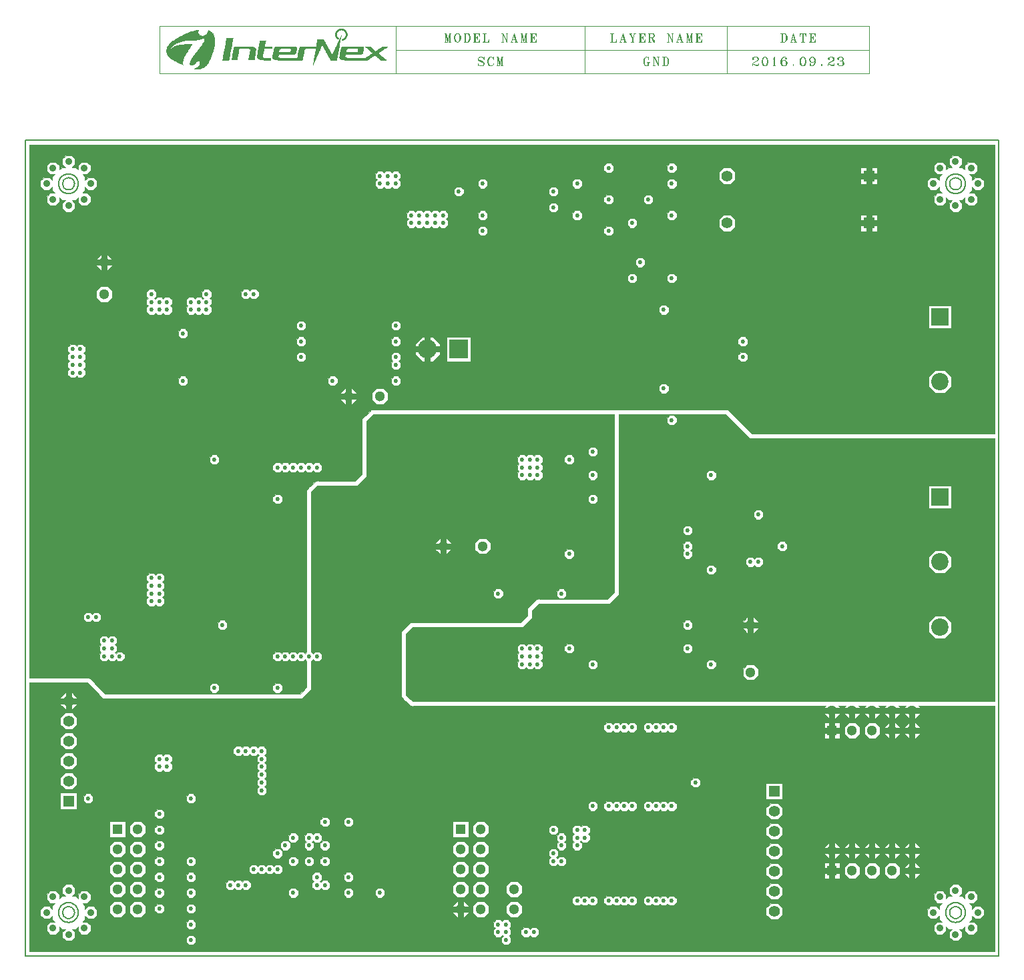
<source format=gbr>
%MOMM*%
%FSLAX33Y33*%
%ADD10C,0.203200*%
%ADD125C,0.120000*%
%ADD135R,1.400000X1.400000*%
%ADD175C,0.750000*%
%ADD181C,0.530000*%
%ADD182C,0.900000*%
%ADD183R,1.300000X1.300000*%
%ADD184R,2.400000X2.400000*%
%ADD185C,2.200000*%
%ADD186R,2.200000X2.200000*%
%ADD218C,0.100000*%
%ADD226C,1.400000*%
%ADD227C,2.400000*%
%ADD228C,1.300000*%
G90*G71*G01*D02*G54D10*X000000Y000000D02*X123500Y000000D01*X123500Y103500D01*
X000000Y103500D01*X000000Y000000D01*X004250Y005500D02*X004274Y005256D01*
X004345Y005022D01*X004461Y004806D01*X004616Y004616D01*X004806Y004461D01*
X005022Y004345D01*X005256Y004274D01*X005500Y004250D01*X005744Y004274D01*
X005978Y004345D01*X006194Y004461D01*X006384Y004616D01*X006539Y004806D01*
X006655Y005022D01*X006726Y005256D01*X006750Y005500D01*X006726Y005744D01*
X006655Y005978D01*X006539Y006194D01*X006384Y006384D01*X006194Y006539D01*
X005978Y006655D01*X005744Y006726D01*X005500Y006750D01*X005256Y006726D01*
X005022Y006655D01*X004806Y006539D01*X004616Y006384D01*X004461Y006194D01*
X004345Y005978D01*X004274Y005744D01*X004250Y005500D01*X004750Y005500D02*
X004764Y005354D01*X004807Y005213D01*X004876Y005083D01*X004970Y004970D01*
X005083Y004876D01*X005213Y004807D01*X005354Y004764D01*X005500Y004750D01*
X005646Y004764D01*X005787Y004807D01*X005917Y004876D01*X006030Y004970D01*
X006124Y005083D01*X006193Y005213D01*X006236Y005354D01*X006250Y005500D01*
X006236Y005646D01*X006193Y005787D01*X006124Y005917D01*X006030Y006030D01*
X005917Y006124D01*X005787Y006193D01*X005646Y006236D01*X005500Y006250D01*
X005354Y006236D01*X005213Y006193D01*X005083Y006124D01*X004970Y006030D01*
X004876Y005917D01*X004807Y005787D01*X004764Y005646D01*X004750Y005500D01*
X116750Y005500D02*X116774Y005256D01*X116845Y005022D01*X116961Y004806D01*
X117116Y004616D01*X117306Y004461D01*X117522Y004345D01*X117756Y004274D01*
X118000Y004250D01*X118244Y004274D01*X118478Y004345D01*X118694Y004461D01*
X118884Y004616D01*X119039Y004806D01*X119155Y005022D01*X119226Y005256D01*
X119250Y005500D01*X119226Y005744D01*X119155Y005978D01*X119039Y006194D01*
X118884Y006384D01*X118694Y006539D01*X118478Y006655D01*X118244Y006726D01*
X118000Y006750D01*X117756Y006726D01*X117522Y006655D01*X117306Y006539D01*
X117116Y006384D01*X116961Y006194D01*X116845Y005978D01*X116774Y005744D01*
X116750Y005500D01*X117250Y005500D02*X117264Y005354D01*X117307Y005213D01*
X117376Y005083D01*X117470Y004970D01*X117583Y004876D01*X117713Y004807D01*
X117854Y004764D01*X118000Y004750D01*X118146Y004764D01*X118287Y004807D01*
X118417Y004876D01*X118530Y004970D01*X118624Y005083D01*X118693Y005213D01*
X118736Y005354D01*X118750Y005500D01*X118736Y005646D01*X118693Y005787D01*
X118624Y005917D01*X118530Y006030D01*X118417Y006124D01*X118287Y006193D01*
X118146Y006236D01*X118000Y006250D01*X117854Y006236D01*X117713Y006193D01*
X117583Y006124D01*X117470Y006030D01*X117376Y005917D01*X117307Y005787D01*
X117264Y005646D01*X117250Y005500D01*X004250Y098000D02*X004274Y097756D01*
X004345Y097522D01*X004461Y097306D01*X004616Y097116D01*X004806Y096961D01*
X005022Y096845D01*X005256Y096774D01*X005500Y096750D01*X005744Y096774D01*
X005978Y096845D01*X006194Y096961D01*X006384Y097116D01*X006539Y097306D01*
X006655Y097522D01*X006726Y097756D01*X006750Y098000D01*X006726Y098244D01*
X006655Y098478D01*X006539Y098694D01*X006384Y098884D01*X006194Y099039D01*
X005978Y099155D01*X005744Y099226D01*X005500Y099250D01*X005256Y099226D01*
X005022Y099155D01*X004806Y099039D01*X004616Y098884D01*X004461Y098694D01*
X004345Y098478D01*X004274Y098244D01*X004250Y098000D01*X004750Y098000D02*
X004764Y097854D01*X004807Y097713D01*X004876Y097583D01*X004970Y097470D01*
X005083Y097376D01*X005213Y097307D01*X005354Y097264D01*X005500Y097250D01*
X005646Y097264D01*X005787Y097307D01*X005917Y097376D01*X006030Y097470D01*
X006124Y097583D01*X006193Y097713D01*X006236Y097854D01*X006250Y098000D01*
X006236Y098146D01*X006193Y098287D01*X006124Y098417D01*X006030Y098530D01*
X005917Y098624D01*X005787Y098693D01*X005646Y098736D01*X005500Y098750D01*
X005354Y098736D01*X005213Y098693D01*X005083Y098624D01*X004970Y098530D01*
X004876Y098417D01*X004807Y098287D01*X004764Y098146D01*X004750Y098000D01*
X116750Y098000D02*X116774Y097756D01*X116845Y097522D01*X116961Y097306D01*
X117116Y097116D01*X117306Y096961D01*X117522Y096845D01*X117756Y096774D01*
X118000Y096750D01*X118244Y096774D01*X118478Y096845D01*X118694Y096961D01*
X118884Y097116D01*X119039Y097306D01*X119155Y097522D01*X119226Y097756D01*
X119250Y098000D01*X119226Y098244D01*X119155Y098478D01*X119039Y098694D01*
X118884Y098884D01*X118694Y099039D01*X118478Y099155D01*X118244Y099226D01*
X118000Y099250D01*X117756Y099226D01*X117522Y099155D01*X117306Y099039D01*
X117116Y098884D01*X116961Y098694D01*X116845Y098478D01*X116774Y098244D01*
X116750Y098000D01*X117250Y098000D02*X117264Y097854D01*X117307Y097713D01*
X117376Y097583D01*X117470Y097470D01*X117583Y097376D01*X117713Y097307D01*
X117854Y097264D01*X118000Y097250D01*X118146Y097264D01*X118287Y097307D01*
X118417Y097376D01*X118530Y097470D01*X118624Y097583D01*X118693Y097713D01*
X118736Y097854D01*X118750Y098000D01*X118736Y098146D01*X118693Y098287D01*
X118624Y098417D01*X118530Y098530D01*X118417Y098624D01*X118287Y098693D01*
X118146Y098736D01*X118000Y098750D01*X117854Y098736D01*X117713Y098693D01*
X117583Y098624D01*X117470Y098530D01*X117376Y098417D01*X117307Y098287D01*
X117264Y098146D01*X117250Y098000D01*D02*G54D125*X047000Y118000D02*
X017000Y118000D01*X017000Y112000D01*X047000Y112000D01*X047000Y115000D02*
X107000Y115000D01*X058128Y113936D02*X058190Y114082D01*X058190Y113773D01*
X058128Y113936D01*X058018Y114045D01*X057847Y114082D01*X057683Y114082D01*
X057519Y114045D01*X057410Y113936D01*X057410Y113773D01*X057465Y113682D01*
X057628Y113573D01*X057964Y113464D01*X058073Y113409D01*X058128Y113300D01*
X058128Y113155D01*X058073Y113045D01*X057465Y113773D02*X057519Y113682D01*
X057628Y113627D01*X057964Y113518D01*X058073Y113464D01*X058128Y113355D01*
X057519Y114045D02*X057465Y113936D01*X057465Y113827D01*X057519Y113718D01*
X057628Y113682D01*X057964Y113573D01*X058128Y113464D01*X058190Y113355D01*
X058190Y113209D01*X058128Y113100D01*X058073Y113045D01*X057909Y112991D01*
X057738Y112991D01*X057574Y113045D01*X057465Y113155D01*X057410Y113300D01*
X057410Y112991D01*X057465Y113155D01*X059335Y113936D02*X059390Y114082D01*
X059390Y113773D01*X059335Y113936D01*X059226Y114045D01*X059125Y114082D01*
X058969Y114082D01*X058813Y114045D01*X058711Y113936D01*X058657Y113827D01*
X058610Y113682D01*X058610Y113409D01*X058657Y113245D01*X058711Y113155D01*
X058813Y113045D01*X058969Y112991D01*X059125Y112991D01*X059226Y113045D01*
X059335Y113155D01*X059390Y113245D01*X058758Y113936D02*X058711Y113827D01*
X058657Y113682D01*X058657Y113409D01*X058711Y113245D01*X058758Y113155D01*
X058969Y114082D02*X058867Y114045D01*X058758Y113882D01*X058711Y113682D01*
X058711Y113409D01*X058758Y113209D01*X058867Y113045D01*X058969Y112991D01*
X059911Y114082D02*X059911Y113045D01*X059911Y114082D02*X060161Y112991D01*
X059950Y114082D02*X060161Y113155D01*X059982Y114082D02*X060192Y113155D01*
X060411Y114082D02*X060161Y112991D01*X060411Y114082D02*X060411Y112991D01*
X060442Y114045D02*X060442Y113045D01*X060481Y114082D02*X060481Y112991D01*
X059810Y114082D02*X059982Y114082D01*X060411Y114082D02*X060590Y114082D01*
X059810Y112991D02*X060021Y112991D01*X060301Y112991D02*X060590Y112991D01*
X059841Y114082D02*X059911Y114045D01*X060512Y114082D02*X060481Y113991D01*
X060551Y114082D02*X060481Y114045D01*X059911Y113045D02*X059841Y112991D01*
X059911Y113045D02*X059982Y112991D01*X060411Y113045D02*X060340Y112991D01*
X060411Y113100D02*X060372Y112991D01*X060481Y113100D02*X060512Y112991D01*
X060481Y113045D02*X060551Y112991D01*X053311Y117082D02*X053311Y116045D01*
X053311Y117082D02*X053561Y115991D01*X053350Y117082D02*X053561Y116155D01*
X053382Y117082D02*X053592Y116155D01*X053811Y117082D02*X053561Y115991D01*
X053811Y117082D02*X053811Y115991D01*X053842Y117045D02*X053842Y116045D01*
X053881Y117082D02*X053881Y115991D01*X053210Y117082D02*X053382Y117082D01*
X053811Y117082D02*X053990Y117082D01*X053210Y115991D02*X053421Y115991D01*
X053701Y115991D02*X053990Y115991D01*X053241Y117082D02*X053311Y117045D01*
X053912Y117082D02*X053881Y116991D01*X053951Y117082D02*X053881Y117045D01*
X053311Y116045D02*X053241Y115991D01*X053311Y116045D02*X053382Y115991D01*
X053811Y116045D02*X053740Y115991D01*X053811Y116100D02*X053772Y115991D01*
X053881Y116100D02*X053912Y115991D01*X053881Y116045D02*X053951Y115991D01*
X054745Y117082D02*X054605Y117045D01*X054504Y116936D01*X054457Y116827D01*
X054410Y116627D01*X054410Y116464D01*X054457Y116245D01*X054504Y116155D01*
X054605Y116045D01*X054745Y115991D01*X054847Y115991D01*X054995Y116045D01*
X055089Y116155D01*X055135Y116245D01*X055190Y116464D01*X055190Y116627D01*
X055135Y116827D01*X055089Y116936D01*X054995Y117045D01*X054847Y117082D01*
X054745Y117082D01*X054550Y116936D02*X054504Y116827D01*X054457Y116682D01*
X054457Y116409D01*X054504Y116245D01*X054550Y116155D01*X055042Y116155D02*
X055089Y116245D01*X055135Y116409D01*X055135Y116682D01*X055089Y116827D01*
X055042Y116936D01*X054745Y117082D02*X054652Y117045D01*X054550Y116882D01*
X054504Y116682D01*X054504Y116409D01*X054550Y116209D01*X054652Y116045D01*
X054745Y115991D01*X054847Y115991D02*X054940Y116045D01*X055042Y116209D01*
X055089Y116409D01*X055089Y116682D01*X055042Y116882D01*X054940Y117045D01*
X054847Y117082D01*X055743Y117082D02*X055743Y115991D01*X055789Y117045D02*
X055789Y116045D01*X055836Y117082D02*X055836Y115991D01*X055610Y117082D02*
X056062Y117082D01*X056203Y117045D01*X056296Y116936D01*X056343Y116827D01*
X056390Y116682D01*X056390Y116409D01*X056343Y116245D01*X056296Y116155D01*
X056203Y116045D01*X056062Y115991D01*X055610Y115991D01*X056250Y116936D02*
X056296Y116827D01*X056343Y116682D01*X056343Y116409D01*X056296Y116245D01*
X056250Y116155D01*X056062Y117082D02*X056156Y117045D01*X056250Y116882D01*
X056296Y116682D01*X056296Y116409D01*X056250Y116209D01*X056156Y116045D01*
X056062Y115991D01*X055649Y117082D02*X055743Y117045D01*X055696Y117082D02*
X055743Y116991D01*X055883Y117082D02*X055836Y116991D01*X055930Y117082D02*
X055836Y117045D01*X055743Y116045D02*X055649Y115991D01*X055743Y116100D02*
X055696Y115991D01*X055836Y116100D02*X055883Y115991D01*X055836Y116045D02*
X055930Y115991D01*X056950Y117082D02*X056950Y115991D01*X056997Y117045D02*
X056997Y116045D01*X057052Y117082D02*X057052Y115991D01*X056810Y117082D02*
X057590Y117082D01*X057590Y116773D01*X057052Y116573D02*X057340Y116573D01*
X057340Y116773D02*X057340Y116355D01*X056810Y115991D02*X057590Y115991D01*
X057590Y116300D01*X056857Y117082D02*X056950Y117045D01*X056904Y117082D02*
X056950Y116991D01*X057099Y117082D02*X057052Y116991D01*X057145Y117082D02*
X057052Y117045D01*X057340Y117082D02*X057590Y117045D01*X057442Y117082D02*
X057590Y116991D01*X057489Y117082D02*X057590Y116936D01*X057535Y117082D02*
X057590Y116773D01*X057340Y116773D02*X057294Y116573D01*X057340Y116355D01*
X057340Y116682D02*X057247Y116573D01*X057340Y116464D01*X057340Y116627D02*
X057145Y116573D01*X057340Y116518D01*X056950Y116045D02*X056857Y115991D01*
X056950Y116100D02*X056904Y115991D01*X057052Y116100D02*X057099Y115991D01*
X057052Y116045D02*X057145Y115991D01*X057340Y115991D02*X057590Y116045D01*
X057442Y115991D02*X057590Y116100D01*X057489Y115991D02*X057590Y116155D01*
X057535Y115991D02*X057590Y116300D01*X058166Y117082D02*X058166Y115991D01*
X058213Y117045D02*X058213Y116045D01*X058267Y117082D02*X058267Y115991D01*
X058010Y117082D02*X058423Y117082D01*X058010Y115991D02*X058790Y115991D01*
X058790Y116300D01*X058057Y117082D02*X058166Y117045D01*X058111Y117082D02*
X058166Y116991D01*X058322Y117082D02*X058267Y116991D01*X058369Y117082D02*
X058267Y117045D01*X058166Y116045D02*X058057Y115991D01*X058166Y116100D02*
X058111Y115991D01*X058267Y116100D02*X058322Y115991D01*X058267Y116045D02*
X058369Y115991D01*X058525Y115991D02*X058790Y116045D01*X058626Y115991D02*
X058790Y116100D01*X058681Y115991D02*X058790Y116155D01*X058735Y115991D02*
X058790Y116300D01*X060519Y117082D02*X060519Y116045D01*X060519Y117082D02*
X061065Y115991D01*X060566Y117082D02*X061026Y116155D01*X060597Y117082D02*
X061065Y116155D01*X061065Y117045D02*X061065Y115991D01*X060410Y117082D02*
X060597Y117082D01*X060956Y117082D02*X061190Y117082D01*X060410Y115991D02*
X060636Y115991D01*X060441Y117082D02*X060519Y117045D01*X060995Y117082D02*
X061065Y117045D01*X061151Y117082D02*X061065Y117045D01*X060519Y116045D02*
X060441Y115991D01*X060519Y116045D02*X060597Y115991D01*X062000Y117082D02*
X061696Y116045D01*X061953Y116936D02*X062211Y115991D01*X062000Y116936D02*
X062257Y115991D01*X062000Y117082D02*X062296Y115991D01*X061782Y116300D02*
X062172Y116300D01*X061610Y115991D02*X061867Y115991D01*X062086Y115991D02*
X062390Y115991D01*X061696Y116045D02*X061649Y115991D01*X061696Y116045D02*
X061782Y115991D01*X062211Y116045D02*X062125Y115991D01*X062211Y116100D02*
X062172Y115991D01*X062257Y116100D02*X062343Y115991D01*X062911Y117082D02*
X062911Y116045D01*X062911Y117082D02*X063161Y115991D01*X062950Y117082D02*
X063161Y116155D01*X062982Y117082D02*X063192Y116155D01*X063411Y117082D02*
X063161Y115991D01*X063411Y117082D02*X063411Y115991D01*X063442Y117045D02*
X063442Y116045D01*X063481Y117082D02*X063481Y115991D01*X062810Y117082D02*
X062982Y117082D01*X063411Y117082D02*X063590Y117082D01*X062810Y115991D02*
X063021Y115991D01*X063301Y115991D02*X063590Y115991D01*X062841Y117082D02*
X062911Y117045D01*X063512Y117082D02*X063481Y116991D01*X063551Y117082D02*
X063481Y117045D01*X062911Y116045D02*X062841Y115991D01*X062911Y116045D02*
X062982Y115991D01*X063411Y116045D02*X063340Y115991D01*X063411Y116100D02*
X063372Y115991D01*X063481Y116100D02*X063512Y115991D01*X063481Y116045D02*
X063551Y115991D01*X064150Y117082D02*X064150Y115991D01*X064197Y117045D02*
X064197Y116045D01*X064252Y117082D02*X064252Y115991D01*X064010Y117082D02*
X064790Y117082D01*X064790Y116773D01*X064252Y116573D02*X064540Y116573D01*
X064540Y116773D02*X064540Y116355D01*X064010Y115991D02*X064790Y115991D01*
X064790Y116300D01*X064057Y117082D02*X064150Y117045D01*X064104Y117082D02*
X064150Y116991D01*X064299Y117082D02*X064252Y116991D01*X064345Y117082D02*
X064252Y117045D01*X064540Y117082D02*X064790Y117045D01*X064642Y117082D02*
X064790Y116991D01*X064689Y117082D02*X064790Y116936D01*X064735Y117082D02*
X064790Y116773D01*X064540Y116773D02*X064494Y116573D01*X064540Y116355D01*
X064540Y116682D02*X064447Y116573D01*X064540Y116464D01*X064540Y116627D02*
X064345Y116573D01*X064540Y116518D01*X064150Y116045D02*X064057Y115991D01*
X064150Y116100D02*X064104Y115991D01*X064252Y116100D02*X064299Y115991D01*
X064252Y116045D02*X064345Y115991D01*X064540Y115991D02*X064790Y116045D01*
X064642Y115991D02*X064790Y116100D01*X064689Y115991D02*X064790Y116155D01*
X064735Y115991D02*X064790Y116300D01*X074366Y117082D02*X074366Y115991D01*
X074413Y117045D02*X074413Y116045D01*X074467Y117082D02*X074467Y115991D01*
X074210Y117082D02*X074623Y117082D01*X074210Y115991D02*X074990Y115991D01*
X074990Y116300D01*X074257Y117082D02*X074366Y117045D01*X074311Y117082D02*
X074366Y116991D01*X074522Y117082D02*X074467Y116991D01*X074569Y117082D02*
X074467Y117045D01*X074366Y116045D02*X074257Y115991D01*X074366Y116100D02*
X074311Y115991D01*X074467Y116100D02*X074522Y115991D01*X074467Y116045D02*
X074569Y115991D01*X074725Y115991D02*X074990Y116045D01*X074826Y115991D02*
X074990Y116100D01*X074881Y115991D02*X074990Y116155D01*X074935Y115991D02*
X074990Y116300D01*X075800Y117082D02*X075496Y116045D01*X075753Y116936D02*
X076011Y115991D01*X075800Y116936D02*X076057Y115991D01*X075800Y117082D02*
X076096Y115991D01*X075582Y116300D02*X075972Y116300D01*X075410Y115991D02*
X075667Y115991D01*X075886Y115991D02*X076190Y115991D01*X075496Y116045D02*
X075449Y115991D01*X075496Y116045D02*X075582Y115991D01*X076011Y116045D02*
X075925Y115991D01*X076011Y116100D02*X075972Y115991D01*X076057Y116100D02*
X076143Y115991D01*X076688Y117082D02*X076953Y116518D01*X076953Y115991D01*
X076727Y117082D02*X076992Y116518D01*X076992Y116045D01*X076758Y117082D02*
X077039Y116518D01*X077039Y115991D01*X077265Y117045D02*X077039Y116518D01*
X076610Y117082D02*X076883Y117082D01*X077148Y117082D02*X077390Y117082D01*
X076844Y115991D02*X077148Y115991D01*X076649Y117082D02*X076727Y117045D01*
X076844Y117082D02*X076758Y117045D01*X077195Y117082D02*X077265Y117045D01*
X077343Y117082D02*X077265Y117045D01*X076953Y116045D02*X076883Y115991D01*
X076953Y116100D02*X076914Y115991D01*X077039Y116100D02*X077070Y115991D01*
X077039Y116045D02*X077109Y115991D01*X077950Y117082D02*X077950Y115991D01*
X077997Y117045D02*X077997Y116045D01*X078052Y117082D02*X078052Y115991D01*
X077810Y117082D02*X078590Y117082D01*X078590Y116773D01*X078052Y116573D02*
X078340Y116573D01*X078340Y116773D02*X078340Y116355D01*X077810Y115991D02*
X078590Y115991D01*X078590Y116300D01*X077857Y117082D02*X077950Y117045D01*
X077904Y117082D02*X077950Y116991D01*X078099Y117082D02*X078052Y116991D01*
X078145Y117082D02*X078052Y117045D01*X078340Y117082D02*X078590Y117045D01*
X078442Y117082D02*X078590Y116991D01*X078489Y117082D02*X078590Y116936D01*
X078535Y117082D02*X078590Y116773D01*X078340Y116773D02*X078294Y116573D01*
X078340Y116355D01*X078340Y116682D02*X078247Y116573D01*X078340Y116464D01*
X078340Y116627D02*X078145Y116573D01*X078340Y116518D01*X077950Y116045D02*
X077857Y115991D01*X077950Y116100D02*X077904Y115991D01*X078052Y116100D02*
X078099Y115991D01*X078052Y116045D02*X078145Y115991D01*X078340Y115991D02*
X078590Y116045D01*X078442Y115991D02*X078590Y116100D01*X078489Y115991D02*
X078590Y116155D01*X078535Y115991D02*X078590Y116300D01*X079135Y117082D02*
X079135Y115991D01*X079182Y117045D02*X079182Y116045D01*X079221Y117082D02*
X079221Y115991D01*X079010Y117082D02*X079525Y117082D01*X079657Y117045D01*
X079696Y116991D01*X079743Y116882D01*X079743Y116773D01*X079696Y116682D01*
X079657Y116627D01*X079525Y116573D01*X079221Y116573D01*X079657Y116991D02*
X079696Y116882D01*X079696Y116773D01*X079657Y116682D01*X079525Y117082D02*
X079611Y117045D01*X079657Y116936D01*X079657Y116718D01*X079611Y116627D01*
X079525Y116573D01*X079392Y116573D02*X079486Y116518D01*X079525Y116409D01*
X079611Y116100D01*X079657Y115991D01*X079743Y115991D01*X079790Y116100D01*
X079790Y116209D01*X079611Y116209D02*X079657Y116100D01*X079696Y116045D01*
X079743Y116045D01*X079486Y116518D02*X079525Y116464D01*X079657Y116155D01*
X079696Y116100D01*X079743Y116100D01*X079790Y116155D01*X079010Y115991D02*
X079353Y115991D01*X079049Y117082D02*X079135Y117045D01*X079096Y117082D02*
X079135Y116991D01*X079267Y117082D02*X079221Y116991D01*X079306Y117082D02*
X079221Y117045D01*X079135Y116045D02*X079049Y115991D01*X079135Y116100D02*
X079096Y115991D01*X079221Y116100D02*X079267Y115991D01*X079221Y116045D02*
X079306Y115991D01*X081519Y117082D02*X081519Y116045D01*X081519Y117082D02*
X082065Y115991D01*X081566Y117082D02*X082026Y116155D01*X081597Y117082D02*
X082065Y116155D01*X082065Y117045D02*X082065Y115991D01*X081410Y117082D02*
X081597Y117082D01*X081956Y117082D02*X082190Y117082D01*X081410Y115991D02*
X081636Y115991D01*X081441Y117082D02*X081519Y117045D01*X081995Y117082D02*
X082065Y117045D01*X082151Y117082D02*X082065Y117045D01*X081519Y116045D02*
X081441Y115991D01*X081519Y116045D02*X081597Y115991D01*X083000Y117082D02*
X082696Y116045D01*X082953Y116936D02*X083211Y115991D01*X083000Y116936D02*
X083257Y115991D01*X083000Y117082D02*X083296Y115991D01*X082782Y116300D02*
X083172Y116300D01*X082610Y115991D02*X082867Y115991D01*X083086Y115991D02*
X083390Y115991D01*X082696Y116045D02*X082649Y115991D01*X082696Y116045D02*
X082782Y115991D01*X083211Y116045D02*X083125Y115991D01*X083211Y116100D02*
X083172Y115991D01*X083257Y116100D02*X083343Y115991D01*X083911Y117082D02*
X083911Y116045D01*X083911Y117082D02*X084161Y115991D01*X083950Y117082D02*
X084161Y116155D01*X083982Y117082D02*X084192Y116155D01*X084411Y117082D02*
X084161Y115991D01*X084411Y117082D02*X084411Y115991D01*X084442Y117045D02*
X084442Y116045D01*X084481Y117082D02*X084481Y115991D01*X083810Y117082D02*
X083982Y117082D01*X084411Y117082D02*X084590Y117082D01*X083810Y115991D02*
X084021Y115991D01*X084301Y115991D02*X084590Y115991D01*X083841Y117082D02*
X083911Y117045D01*X084512Y117082D02*X084481Y116991D01*X084551Y117082D02*
X084481Y117045D01*X083911Y116045D02*X083841Y115991D01*X083911Y116045D02*
X083982Y115991D01*X084411Y116045D02*X084340Y115991D01*X084411Y116100D02*
X084372Y115991D01*X084481Y116100D02*X084512Y115991D01*X084481Y116045D02*
X084551Y115991D01*X085150Y117082D02*X085150Y115991D01*X085197Y117045D02*
X085197Y116045D01*X085252Y117082D02*X085252Y115991D01*X085010Y117082D02*
X085790Y117082D01*X085790Y116773D01*X085252Y116573D02*X085540Y116573D01*
X085540Y116773D02*X085540Y116355D01*X085010Y115991D02*X085790Y115991D01*
X085790Y116300D01*X085057Y117082D02*X085150Y117045D01*X085104Y117082D02*
X085150Y116991D01*X085299Y117082D02*X085252Y116991D01*X085345Y117082D02*
X085252Y117045D01*X085540Y117082D02*X085790Y117045D01*X085642Y117082D02*
X085790Y116991D01*X085689Y117082D02*X085790Y116936D01*X085735Y117082D02*
X085790Y116773D01*X085540Y116773D02*X085494Y116573D01*X085540Y116355D01*
X085540Y116682D02*X085447Y116573D01*X085540Y116464D01*X085540Y116627D02*
X085345Y116573D01*X085540Y116518D01*X085150Y116045D02*X085057Y115991D01*
X085150Y116100D02*X085104Y115991D01*X085252Y116100D02*X085299Y115991D01*
X085252Y116045D02*X085345Y115991D01*X085540Y115991D02*X085790Y116045D01*
X085642Y115991D02*X085790Y116100D01*X085689Y115991D02*X085790Y116155D01*
X085735Y115991D02*X085790Y116300D01*X071000Y118000D02*X071000Y112000D01*
X047000Y118000D02*X107000Y118000D01*X107000Y112000D02*X047000Y112000D01*
X047000Y118000D02*X047000Y112000D01*X107000Y118000D02*X107000Y112000D01*
X089000Y118000D02*X089000Y112000D01*X095943Y117082D02*X095943Y115991D01*
X095989Y117045D02*X095989Y116045D01*X096036Y117082D02*X096036Y115991D01*
X095810Y117082D02*X096262Y117082D01*X096403Y117045D01*X096496Y116936D01*
X096543Y116827D01*X096590Y116682D01*X096590Y116409D01*X096543Y116245D01*
X096496Y116155D01*X096403Y116045D01*X096262Y115991D01*X095810Y115991D01*
X096450Y116936D02*X096496Y116827D01*X096543Y116682D01*X096543Y116409D01*
X096496Y116245D01*X096450Y116155D01*X096262Y117082D02*X096356Y117045D01*
X096450Y116882D01*X096496Y116682D01*X096496Y116409D01*X096450Y116209D01*
X096356Y116045D01*X096262Y115991D01*X095849Y117082D02*X095943Y117045D01*
X095896Y117082D02*X095943Y116991D01*X096083Y117082D02*X096036Y116991D01*
X096130Y117082D02*X096036Y117045D01*X095943Y116045D02*X095849Y115991D01*
X095943Y116100D02*X095896Y115991D01*X096036Y116100D02*X096083Y115991D01*
X096036Y116045D02*X096130Y115991D01*X097400Y117082D02*X097096Y116045D01*
X097353Y116936D02*X097611Y115991D01*X097400Y116936D02*X097657Y115991D01*
X097400Y117082D02*X097696Y115991D01*X097182Y116300D02*X097572Y116300D01*
X097010Y115991D02*X097267Y115991D01*X097486Y115991D02*X097790Y115991D01*
X097096Y116045D02*X097049Y115991D01*X097096Y116045D02*X097182Y115991D01*
X097611Y116045D02*X097525Y115991D01*X097611Y116100D02*X097572Y115991D01*
X097657Y116100D02*X097743Y115991D01*X098210Y117082D02*X098210Y116773D01*
X098545Y117082D02*X098545Y115991D01*X098600Y117045D02*X098600Y116045D01*
X098647Y117082D02*X098647Y115991D01*X098990Y117082D02*X098990Y116773D01*
X098210Y117082D02*X098990Y117082D01*X098405Y115991D02*X098787Y115991D01*
X098257Y117082D02*X098210Y116773D01*X098304Y117082D02*X098210Y116936D01*
X098350Y117082D02*X098210Y116991D01*X098452Y117082D02*X098210Y117045D01*
X098740Y117082D02*X098990Y117045D01*X098842Y117082D02*X098990Y116991D01*
X098889Y117082D02*X098990Y116936D01*X098935Y117082D02*X098990Y116773D01*
X098545Y116045D02*X098452Y115991D01*X098545Y116100D02*X098499Y115991D01*
X098647Y116100D02*X098694Y115991D01*X098647Y116045D02*X098740Y115991D01*
X099550Y117082D02*X099550Y115991D01*X099597Y117045D02*X099597Y116045D01*
X099652Y117082D02*X099652Y115991D01*X099410Y117082D02*X100190Y117082D01*
X100190Y116773D01*X099652Y116573D02*X099940Y116573D01*X099940Y116773D02*
X099940Y116355D01*X099410Y115991D02*X100190Y115991D01*X100190Y116300D01*
X099457Y117082D02*X099550Y117045D01*X099504Y117082D02*X099550Y116991D01*
X099699Y117082D02*X099652Y116991D01*X099745Y117082D02*X099652Y117045D01*
X099940Y117082D02*X100190Y117045D01*X100042Y117082D02*X100190Y116991D01*
X100089Y117082D02*X100190Y116936D01*X100135Y117082D02*X100190Y116773D01*
X099940Y116773D02*X099894Y116573D01*X099940Y116355D01*X099940Y116682D02*
X099847Y116573D01*X099940Y116464D01*X099940Y116627D02*X099745Y116573D01*
X099940Y116518D01*X099550Y116045D02*X099457Y115991D01*X099550Y116100D02*
X099504Y115991D01*X099652Y116100D02*X099699Y115991D01*X099652Y116045D02*
X099745Y115991D01*X099940Y115991D02*X100190Y116045D01*X100042Y115991D02*
X100190Y116100D01*X100089Y115991D02*X100190Y116155D01*X100135Y115991D02*
X100190Y116300D01*X092265Y113882D02*X092265Y113827D01*X092319Y113827D01*
X092319Y113882D01*X092265Y113882D01*X092265Y113936D02*X092319Y113936D01*
X092374Y113882D01*X092374Y113827D01*X092319Y113773D01*X092265Y113773D01*
X092210Y113827D01*X092210Y113882D01*X092265Y113991D01*X092319Y114045D01*
X092483Y114082D01*X092709Y114082D01*X092873Y114045D01*X092928Y113991D01*
X092990Y113882D01*X092990Y113773D01*X092928Y113682D01*X092764Y113573D01*
X092483Y113464D01*X092374Y113409D01*X092265Y113300D01*X092210Y113155D01*
X092210Y112991D01*X092873Y113991D02*X092928Y113882D01*X092928Y113773D01*
X092873Y113682D01*X092709Y114082D02*X092818Y114045D01*X092873Y113882D01*
X092873Y113773D01*X092818Y113682D01*X092709Y113573D01*X092483Y113464D01*
X092210Y113100D02*X092265Y113155D01*X092374Y113155D01*X092647Y113100D01*
X092873Y113100D01*X092990Y113155D01*X092374Y113155D02*X092647Y113045D01*
X092873Y113045D01*X092928Y113100D01*X092374Y113155D02*X092647Y112991D01*
X092873Y112991D01*X092928Y113045D01*X092990Y113155D01*X092990Y113245D01*
X093738Y114082D02*X093574Y114045D01*X093465Y113882D01*X093410Y113627D01*
X093410Y113464D01*X093465Y113209D01*X093574Y113045D01*X093738Y112991D01*
X093855Y112991D01*X094018Y113045D01*X094128Y113209D01*X094190Y113464D01*
X094190Y113627D01*X094128Y113882D01*X094018Y114045D01*X093855Y114082D01*
X093738Y114082D01*X093574Y113991D02*X093519Y113882D01*X093465Y113682D01*
X093465Y113409D01*X093519Y113209D01*X093574Y113100D01*X094018Y113100D02*
X094073Y113209D01*X094128Y113409D01*X094128Y113682D01*X094073Y113882D01*
X094018Y113991D01*X093738Y114082D02*X093628Y114045D01*X093574Y113936D01*
X093519Y113682D01*X093519Y113409D01*X093574Y113155D01*X093628Y113045D01*
X093738Y112991D01*X093855Y112991D02*X093964Y113045D01*X094018Y113155D01*
X094073Y113409D01*X094073Y113682D01*X094018Y113936D01*X093964Y114045D01*
X093855Y114082D01*X094961Y113991D02*X094961Y112991D01*X094992Y113991D02*
X094992Y113045D01*X095016Y114082D02*X095016Y112991D01*X095016Y114082D02*
X094938Y113936D01*X094891Y113882D01*X094867Y112991D02*X095117Y112991D01*
X094961Y113045D02*X094914Y112991D01*X094961Y113100D02*X094938Y112991D01*
X095016Y113100D02*X095039Y112991D01*X095016Y113045D02*X095062Y112991D01*
X096418Y113936D02*X096418Y113882D01*X096473Y113882D01*X096473Y113936D01*
X096418Y113936D01*X096473Y113991D02*X096418Y113991D01*X096364Y113936D01*
X096364Y113882D01*X096418Y113827D01*X096473Y113827D01*X096528Y113882D01*
X096528Y113936D01*X096473Y114045D01*X096364Y114082D01*X096200Y114082D01*
X096028Y114045D01*X095919Y113936D01*X095865Y113827D01*X095810Y113627D01*
X095810Y113300D01*X095865Y113155D01*X095974Y113045D01*X096138Y112991D01*
X096255Y112991D01*X096418Y113045D01*X096528Y113155D01*X096590Y113300D01*
X096590Y113355D01*X096528Y113518D01*X096418Y113627D01*X096255Y113682D01*
X096138Y113682D01*X096028Y113627D01*X095974Y113573D01*X095919Y113464D01*
X095974Y113936D02*X095919Y113827D01*X095865Y113627D01*X095865Y113300D01*
X095919Y113155D01*X095974Y113100D01*X096473Y113155D02*X096528Y113245D01*
X096528Y113409D01*X096473Y113518D01*X096200Y114082D02*X096083Y114045D01*
X096028Y113991D01*X095974Y113882D01*X095919Y113682D01*X095919Y113300D01*
X095974Y113155D01*X096028Y113045D01*X096138Y112991D01*X096255Y112991D02*
X096364Y113045D01*X096418Y113100D01*X096473Y113245D01*X096473Y113409D01*
X096418Y113573D01*X096364Y113627D01*X096255Y113682D01*X097384Y113155D02*
X097361Y113100D01*X097361Y113045D01*X097384Y112991D01*X097408Y112991D01*
X097431Y113045D01*X097431Y113100D01*X097408Y113155D01*X097384Y113155D01*
X097384Y113100D02*X097384Y113045D01*X097408Y113045D01*X097408Y113100D01*
X097384Y113100D01*X098538Y114082D02*X098374Y114045D01*X098265Y113882D01*
X098210Y113627D01*X098210Y113464D01*X098265Y113209D01*X098374Y113045D01*
X098538Y112991D01*X098655Y112991D01*X098818Y113045D01*X098928Y113209D01*
X098990Y113464D01*X098990Y113627D01*X098928Y113882D01*X098818Y114045D01*
X098655Y114082D01*X098538Y114082D01*X098374Y113991D02*X098319Y113882D01*
X098265Y113682D01*X098265Y113409D01*X098319Y113209D01*X098374Y113100D01*
X098818Y113100D02*X098873Y113209D01*X098928Y113409D01*X098928Y113682D01*
X098873Y113882D01*X098818Y113991D01*X098538Y114082D02*X098428Y114045D01*
X098374Y113936D01*X098319Y113682D01*X098319Y113409D01*X098374Y113155D01*
X098428Y113045D01*X098538Y112991D01*X098655Y112991D02*X098764Y113045D01*
X098818Y113155D01*X098873Y113409D01*X098873Y113682D01*X098818Y113936D01*
X098764Y114045D01*X098655Y114082D01*X099519Y113209D02*X099519Y113155D01*
X099574Y113155D01*X099574Y113209D01*X099519Y113209D01*X100073Y113627D02*
X100018Y113518D01*X099964Y113464D01*X099855Y113409D01*X099738Y113409D01*
X099574Y113464D01*X099465Y113573D01*X099410Y113718D01*X099410Y113773D01*
X099465Y113936D01*X099574Y114045D01*X099738Y114082D01*X099855Y114082D01*
X100018Y114045D01*X100128Y113936D01*X100190Y113773D01*X100190Y113464D01*
X100128Y113245D01*X100073Y113155D01*X099964Y113045D01*X099792Y112991D01*
X099628Y112991D01*X099519Y113045D01*X099465Y113155D01*X099465Y113209D01*
X099519Y113245D01*X099574Y113245D01*X099628Y113209D01*X099628Y113155D01*
X099574Y113100D01*X099519Y113100D01*X099519Y113573D02*X099465Y113682D01*
X099465Y113827D01*X099519Y113936D01*X100018Y113991D02*X100073Y113936D01*
X100128Y113773D01*X100128Y113464D01*X100073Y113245D01*X100018Y113155D01*
X099738Y113409D02*X099628Y113464D01*X099574Y113518D01*X099519Y113682D01*
X099519Y113827D01*X099574Y113991D01*X099628Y114045D01*X099738Y114082D01*
X099855Y114082D02*X099964Y114045D01*X100018Y113936D01*X100073Y113773D01*
X100073Y113409D01*X100018Y113209D01*X099964Y113100D01*X099909Y113045D01*
X099792Y112991D01*X100984Y113155D02*X100961Y113100D01*X100961Y113045D01*
X100984Y112991D01*X101008Y112991D01*X101031Y113045D01*X101031Y113100D01*
X101008Y113155D01*X100984Y113155D01*X100984Y113100D02*X100984Y113045D01*
X101008Y113045D01*X101008Y113100D01*X100984Y113100D01*X101865Y113882D02*
X101865Y113827D01*X101919Y113827D01*X101919Y113882D01*X101865Y113882D01*
X101865Y113936D02*X101919Y113936D01*X101974Y113882D01*X101974Y113827D01*
X101919Y113773D01*X101865Y113773D01*X101810Y113827D01*X101810Y113882D01*
X101865Y113991D01*X101919Y114045D01*X102083Y114082D01*X102309Y114082D01*
X102473Y114045D01*X102528Y113991D01*X102590Y113882D01*X102590Y113773D01*
X102528Y113682D01*X102364Y113573D01*X102083Y113464D01*X101974Y113409D01*
X101865Y113300D01*X101810Y113155D01*X101810Y112991D01*X102473Y113991D02*
X102528Y113882D01*X102528Y113773D01*X102473Y113682D01*X102309Y114082D02*
X102418Y114045D01*X102473Y113882D01*X102473Y113773D01*X102418Y113682D01*
X102309Y113573D01*X102083Y113464D01*X101810Y113100D02*X101865Y113155D01*
X101974Y113155D01*X102247Y113100D01*X102473Y113100D01*X102590Y113155D01*
X101974Y113155D02*X102247Y113045D01*X102473Y113045D01*X102528Y113100D01*
X101974Y113155D02*X102247Y112991D01*X102473Y112991D01*X102528Y113045D01*
X102590Y113155D01*X102590Y113245D01*X103065Y113882D02*X103065Y113827D01*
X103119Y113827D01*X103119Y113882D01*X103065Y113882D01*X103065Y113936D02*
X103119Y113936D01*X103174Y113882D01*X103174Y113827D01*X103119Y113773D01*
X103065Y113773D01*X103010Y113827D01*X103010Y113882D01*X103065Y113991D01*
X103119Y114045D01*X103283Y114082D01*X103509Y114082D01*X103673Y114045D01*
X103728Y113936D01*X103728Y113773D01*X103673Y113682D01*X103509Y113627D01*
X103618Y114045D02*X103673Y113936D01*X103673Y113773D01*X103618Y113682D01*
X103455Y114082D02*X103564Y114045D01*X103618Y113936D01*X103618Y113773D01*
X103564Y113682D01*X103455Y113627D01*X103338Y113627D02*X103509Y113627D01*
X103618Y113573D01*X103728Y113464D01*X103790Y113355D01*X103790Y113209D01*
X103728Y113100D01*X103673Y113045D01*X103509Y112991D01*X103283Y112991D01*
X103119Y113045D01*X103065Y113100D01*X103010Y113209D01*X103010Y113245D01*
X103065Y113300D01*X103119Y113300D01*X103174Y113245D01*X103174Y113209D01*
X103119Y113155D01*X103065Y113155D01*X103673Y113464D02*X103728Y113355D01*
X103728Y113209D01*X103673Y113100D01*X103455Y113627D02*X103564Y113573D01*
X103618Y113518D01*X103673Y113355D01*X103673Y113209D01*X103618Y113045D01*
X103509Y112991D01*X103065Y113245D02*X103065Y113209D01*X103119Y113209D01*
X103119Y113245D01*X103065Y113245D01*X079011Y113936D02*X079057Y114082D01*
X079057Y113773D01*X079011Y113936D01*X078925Y114045D01*X078839Y114082D01*
X078706Y114082D01*X078582Y114045D01*X078496Y113936D01*X078449Y113827D01*
X078410Y113682D01*X078410Y113409D01*X078449Y113245D01*X078496Y113155D01*
X078582Y113045D01*X078706Y112991D01*X078839Y112991D01*X078925Y113045D01*
X079011Y113045D01*X079057Y112991D01*X079057Y113409D01*X078535Y113936D02*
X078496Y113827D01*X078449Y113682D01*X078449Y113409D01*X078496Y113245D01*
X078535Y113155D01*X078706Y114082D02*X078621Y114045D01*X078535Y113882D01*
X078496Y113682D01*X078496Y113409D01*X078535Y113209D01*X078621Y113045D01*
X078706Y112991D01*X079011Y113355D02*X079011Y113100D01*X078972Y113409D02*
X078972Y113100D01*X078925Y113045D01*X078839Y113409D02*X079190Y113409D01*
X078886Y113409D02*X078972Y113355D01*X078925Y113409D02*X078972Y113300D01*
X079096Y113409D02*X079057Y113300D01*X079143Y113409D02*X079057Y113355D01*
X079719Y114082D02*X079719Y113045D01*X079719Y114082D02*X080265Y112991D01*
X079766Y114082D02*X080226Y113155D01*X079797Y114082D02*X080265Y113155D01*
X080265Y114045D02*X080265Y112991D01*X079610Y114082D02*X079797Y114082D01*
X080156Y114082D02*X080390Y114082D01*X079610Y112991D02*X079836Y112991D01*
X079641Y114082D02*X079719Y114045D01*X080195Y114082D02*X080265Y114045D01*
X080351Y114082D02*X080265Y114045D01*X079719Y113045D02*X079641Y112991D01*
X079719Y113045D02*X079797Y112991D01*X080943Y114082D02*X080943Y112991D01*
X080989Y114045D02*X080989Y113045D01*X081036Y114082D02*X081036Y112991D01*
X080810Y114082D02*X081262Y114082D01*X081403Y114045D01*X081496Y113936D01*
X081543Y113827D01*X081590Y113682D01*X081590Y113409D01*X081543Y113245D01*
X081496Y113155D01*X081403Y113045D01*X081262Y112991D01*X080810Y112991D01*
X081450Y113936D02*X081496Y113827D01*X081543Y113682D01*X081543Y113409D01*
X081496Y113245D01*X081450Y113155D01*X081262Y114082D02*X081356Y114045D01*
X081450Y113882D01*X081496Y113682D01*X081496Y113409D01*X081450Y113209D01*
X081356Y113045D01*X081262Y112991D01*X080849Y114082D02*X080943Y114045D01*
X080896Y114082D02*X080943Y113991D01*X081083Y114082D02*X081036Y113991D01*
X081130Y114082D02*X081036Y114045D01*X080943Y113045D02*X080849Y112991D01*
X080943Y113100D02*X080896Y112991D01*X081036Y113100D02*X081083Y112991D01*
X081036Y113045D02*X081130Y112991D01*X000000Y000000D02*D02*G54D135*
X005500Y019650D03*X095000Y020890D03*X107000Y093000D03*X107000Y099000D03*D02*
G54D175*X092000Y042000D02*X093000Y042000D01*X092000Y042000D02*X092000Y043000D01*
X092000Y042000D02*X091000Y042000D01*X092000Y042000D02*X092000Y041000D01*
X055230Y005920D02*X056230Y005920D01*X055230Y005920D02*X055230Y006920D01*
X055230Y005920D02*X054230Y005920D01*X055230Y005920D02*X055230Y004920D01*
X005500Y032350D02*X006550Y032350D01*X005500Y032350D02*X005500Y033400D01*
X005500Y032350D02*X004450Y032350D01*X005500Y032350D02*X005500Y031300D01*
X102340Y010800D02*X103340Y010800D01*X102340Y010800D02*X102340Y011800D01*
X102340Y010800D02*X101340Y010800D01*X102340Y010800D02*X102340Y009800D01*
X112500Y010800D02*X113500Y010800D01*X112500Y010800D02*X112500Y011800D01*
X112500Y010800D02*X111500Y010800D01*X112500Y010800D02*X112500Y009800D01*
X102340Y013340D02*X103340Y013340D01*X102340Y013340D02*X102340Y014340D01*
X102340Y013340D02*X101340Y013340D01*X102340Y013340D02*X102340Y012340D01*
X104880Y013340D02*X105880Y013340D01*X104880Y013340D02*X104880Y014340D01*
X104880Y013340D02*X103880Y013340D01*X104880Y013340D02*X104880Y012340D01*
X107420Y013340D02*X108420Y013340D01*X107420Y013340D02*X107420Y014340D01*
X107420Y013340D02*X106420Y013340D01*X107420Y013340D02*X107420Y012340D01*
X109960Y013340D02*X110960Y013340D01*X109960Y013340D02*X109960Y014340D01*
X109960Y013340D02*X108960Y013340D01*X109960Y013340D02*X109960Y012340D01*
X112500Y013340D02*X113500Y013340D01*X112500Y013340D02*X112500Y014340D01*
X112500Y013340D02*X111500Y013340D01*X112500Y013340D02*X112500Y012340D01*
X102340Y028580D02*X103340Y028580D01*X102340Y028580D02*X102340Y029580D01*
X102340Y028580D02*X101340Y028580D01*X102340Y028580D02*X102340Y027580D01*
X109960Y028580D02*X110960Y028580D01*X109960Y028580D02*X109960Y029580D01*
X109960Y028580D02*X108960Y028580D01*X109960Y028580D02*X109960Y027580D01*
X112500Y028580D02*X113500Y028580D01*X112500Y028580D02*X112500Y029580D01*
X112500Y028580D02*X111500Y028580D01*X112500Y028580D02*X112500Y027580D01*
X102340Y031120D02*X103340Y031120D01*X102340Y031120D02*X101340Y031120D01*
X102340Y031120D02*X102340Y030120D01*X104880Y031120D02*X105880Y031120D01*
X104880Y031120D02*X103880Y031120D01*X104880Y031120D02*X104880Y030120D01*
X107420Y031120D02*X108420Y031120D01*X107420Y031120D02*X106420Y031120D01*
X107420Y031120D02*X107420Y030120D01*X109960Y031120D02*X110960Y031120D01*
X109960Y031120D02*X108960Y031120D01*X109960Y031120D02*X109960Y030120D01*
X112500Y031120D02*X113500Y031120D01*X112500Y031120D02*X111500Y031120D01*
X112500Y031120D02*X112500Y030120D01*X053000Y052000D02*X054000Y052000D01*
X053000Y052000D02*X053000Y053000D01*X053000Y052000D02*X052000Y052000D01*
X053000Y052000D02*X053000Y051000D01*X051020Y077000D02*X052570Y077000D01*
X051020Y077000D02*X051020Y078550D01*X051020Y077000D02*X049470Y077000D01*
X051020Y077000D02*X051020Y075450D01*X107000Y099000D02*X108050Y099000D01*
X107000Y099000D02*X107000Y100050D01*X107000Y099000D02*X105950Y099000D01*
X107000Y099000D02*X107000Y097950D01*X107000Y093000D02*X108050Y093000D01*
X107000Y093000D02*X107000Y094050D01*X107000Y093000D02*X105950Y093000D01*
X107000Y093000D02*X107000Y091950D01*X010000Y088000D02*X011000Y088000D01*
X010000Y088000D02*X010000Y089000D01*X010000Y088000D02*X009000Y088000D01*
X010000Y088000D02*X010000Y087000D01*X041000Y071000D02*X042000Y071000D01*
X041000Y071000D02*X041000Y072000D01*X041000Y071000D02*X040000Y071000D01*
X041000Y071000D02*X041000Y070000D01*D02*G54D181*X017000Y002000D03*
X021000Y002000D03*X061000Y002000D03*X060000Y003000D03*X061000Y003000D03*
X063500Y003000D03*X064500Y003000D03*X017000Y008000D03*X017000Y006000D03*
X017000Y004000D03*X021000Y008000D03*X021000Y006000D03*X021000Y004000D03*
X034000Y008000D03*X027000Y009000D03*X026000Y009000D03*X028000Y009000D03*
X026000Y007000D03*X038000Y009000D03*X037000Y009000D03*X041000Y008000D03*
X045000Y008000D03*X052000Y009000D03*X060000Y004000D03*X061000Y004000D03*
X070000Y007000D03*X074000Y007000D03*X075000Y007000D03*X071000Y007000D03*
X072000Y007000D03*X076000Y007000D03*X077000Y007000D03*X079000Y007000D03*
X080000Y007000D03*X081000Y007000D03*X082000Y007000D03*X087000Y007000D03*
X017000Y014000D03*X017000Y012000D03*X017000Y010000D03*X021000Y012000D03*
X021000Y010000D03*X032000Y011000D03*X031000Y011000D03*X029000Y011000D03*
X030000Y011000D03*X032000Y013000D03*X034000Y012000D03*X033000Y014000D03*
X037000Y010000D03*X038000Y012000D03*X038000Y014000D03*X036000Y012000D03*
X036000Y014000D03*X041000Y010000D03*X038000Y010000D03*X045000Y010000D03*
X052000Y013000D03*X067000Y013000D03*X067000Y012000D03*X067000Y014000D03*
X068000Y012000D03*X068000Y014000D03*X070000Y014000D03*X008000Y020000D03*
X017000Y018000D03*X017000Y016000D03*X017000Y020000D03*X021000Y020000D03*
X034000Y015000D03*X026000Y015000D03*X038000Y017000D03*X041000Y017000D03*
X036000Y015000D03*X037000Y015000D03*X067000Y016000D03*X070000Y015000D03*
X070000Y016000D03*X072000Y019000D03*X074000Y019000D03*X075000Y019000D03*
X071000Y015000D03*X068000Y015000D03*X071000Y016000D03*X076000Y019000D03*
X077000Y019000D03*X079000Y019000D03*X080000Y019000D03*X081000Y019000D03*
X082000Y019000D03*X017000Y025000D03*X017000Y024000D03*X018000Y025000D03*
X018000Y024000D03*X030000Y021000D03*X030000Y022000D03*X030000Y023000D03*
X030000Y024000D03*X030000Y025000D03*X030000Y026000D03*X029000Y026000D03*
X028000Y026000D03*X027000Y026000D03*X085000Y022000D03*X085000Y024000D03*
X074000Y029000D03*X075000Y029000D03*X072000Y029000D03*X076000Y029000D03*
X077000Y029000D03*X079000Y029000D03*X080000Y029000D03*X081000Y029000D03*
X082000Y029000D03*X084000Y029000D03*X024000Y034000D03*X032000Y034000D03*
X034000Y034000D03*X063000Y037000D03*X065000Y037000D03*X064000Y037000D03*
X061000Y033000D03*X072000Y037000D03*X084000Y034000D03*X087000Y037000D03*
X009000Y043000D03*X008000Y043000D03*X010000Y039000D03*X010000Y040000D03*
X011000Y039000D03*X011000Y040000D03*X010000Y038000D03*X011000Y038000D03*
X012000Y038000D03*X011000Y043000D03*X025000Y042000D03*X033000Y038000D03*
X034000Y038000D03*X032000Y038000D03*X032000Y042000D03*X031000Y042000D03*
X034000Y042000D03*X036000Y038000D03*X035000Y038000D03*X037000Y038000D03*
X049000Y038000D03*X058000Y041000D03*X059000Y043000D03*X063000Y039000D03*
X064000Y039000D03*X065000Y039000D03*X065000Y038000D03*X064000Y038000D03*
X063000Y038000D03*X067000Y043000D03*X061000Y043000D03*X060000Y043000D03*
X069000Y039000D03*X068000Y043000D03*X069000Y043000D03*X084000Y039000D03*
X084000Y042000D03*X087000Y041000D03*X017000Y046000D03*X016000Y046000D03*
X017000Y048000D03*X016000Y048000D03*X017000Y047000D03*X016000Y047000D03*
X016000Y045000D03*X017000Y045000D03*X011000Y047000D03*X011000Y049000D03*
X056000Y046000D03*X059000Y044000D03*X060000Y046000D03*X067000Y044000D03*
X060000Y044000D03*X061000Y044000D03*X068000Y046000D03*X068000Y044000D03*
X069000Y044000D03*X072000Y046000D03*X084000Y046000D03*X087000Y049000D03*
X011000Y050000D03*X069000Y051000D03*X068000Y054000D03*X084000Y052000D03*
X084000Y051000D03*X084000Y054000D03*X092000Y050000D03*X087000Y053000D03*
X096000Y052000D03*X093000Y050000D03*X093000Y052000D03*X011000Y057000D03*
X032000Y058000D03*X034000Y058000D03*X061000Y057000D03*X072000Y058000D03*
X069000Y059000D03*X091000Y056000D03*X093000Y056000D03*X096000Y058000D03*
X105000Y056000D03*X024000Y063000D03*X033000Y062000D03*X034000Y062000D03*
X032000Y062000D03*X034000Y066000D03*X031000Y066000D03*X032000Y066000D03*
X036000Y062000D03*X035000Y062000D03*X037000Y062000D03*X049000Y062000D03*
X058000Y065000D03*X063000Y063000D03*X064000Y063000D03*X065000Y063000D03*
X063000Y061000D03*X065000Y062000D03*X065000Y061000D03*X064000Y062000D03*
X064000Y061000D03*X063000Y062000D03*X069000Y063000D03*X072000Y061000D03*
X072000Y064000D03*X072000Y066000D03*X087000Y061000D03*X038000Y068000D03*
X039000Y068000D03*X040000Y068000D03*X040000Y067000D03*X039000Y067000D03*
X038000Y067000D03*X048000Y068000D03*X047000Y068000D03*X046000Y068000D03*
X046000Y067000D03*X047000Y067000D03*X048000Y067000D03*X073000Y072000D03*
X081000Y072000D03*X082000Y068000D03*X085000Y072000D03*X092000Y068000D03*
X006000Y077000D03*X006000Y076000D03*X006000Y075000D03*X006000Y074000D03*
X007000Y074000D03*X007000Y076000D03*X007000Y077000D03*X007000Y075000D03*
X020000Y073000D03*X021000Y077000D03*X035000Y076000D03*X039000Y073000D03*
X035000Y074000D03*X035000Y073000D03*X039000Y077000D03*X039000Y074000D03*
X047000Y076000D03*X047000Y075000D03*X047000Y073000D03*X091000Y076000D03*
X017000Y082000D03*X017000Y083000D03*X016000Y082000D03*X016000Y083000D03*
X018000Y082000D03*X018000Y083000D03*X020000Y079000D03*X022000Y082000D03*
X021000Y082000D03*X022000Y083000D03*X021000Y083000D03*X023000Y082000D03*
X023000Y083000D03*X035000Y078000D03*X035000Y080000D03*X039000Y080000D03*
X047000Y080000D03*X047000Y078000D03*X047000Y081000D03*X073000Y082000D03*
X081000Y082000D03*X091000Y078000D03*X085000Y082000D03*X016000Y084000D03*
X023000Y084000D03*X029000Y084000D03*X028000Y084000D03*X064000Y084000D03*
X078000Y088000D03*X077000Y086000D03*X082000Y086000D03*X082000Y088000D03*
X092000Y086000D03*X036000Y093000D03*X050000Y094000D03*X049000Y094000D03*
X049000Y093000D03*X050000Y093000D03*X043000Y093000D03*X044000Y093000D03*
X046000Y093000D03*X058000Y094000D03*X058000Y092000D03*X052000Y094000D03*
X051000Y094000D03*X053000Y094000D03*X051000Y093000D03*X053000Y093000D03*
X052000Y093000D03*X055000Y093000D03*X067000Y095000D03*X074000Y092000D03*
X070000Y094000D03*X074000Y093000D03*X082000Y094000D03*X077000Y093000D03*
X016000Y100000D03*X020000Y100000D03*X045000Y098000D03*X046000Y098000D03*
X047000Y098000D03*X045000Y099000D03*X047000Y099000D03*X046000Y099000D03*
X058000Y098000D03*X055000Y097000D03*X051000Y100000D03*X053000Y100000D03*
X058000Y100000D03*X067000Y097000D03*X070000Y098000D03*X074000Y096000D03*
X074000Y100000D03*X070000Y096000D03*X079000Y096000D03*X082000Y100000D03*
X082000Y098000D03*X081000Y099000D03*X086000Y098000D03*X086000Y100000D03*D02*
G54D182*X003520Y003520D03*X005500Y002700D03*X007480Y003520D03*X116020Y003520D03*
X118000Y002700D03*X119980Y003520D03*X008300Y005500D03*X007480Y007480D03*
X005500Y008300D03*X003520Y007480D03*X002700Y005500D03*X118000Y008300D03*
X116020Y007480D03*X115200Y005500D03*X120800Y005500D03*X119980Y007480D03*
X005500Y095200D03*X118000Y095200D03*X008300Y098000D03*X007480Y099980D03*
X005500Y100800D03*X003520Y099980D03*X002700Y098000D03*X003520Y096020D03*
X007480Y096020D03*X118000Y100800D03*X116020Y099980D03*X115200Y098000D03*
X116020Y096020D03*X120800Y098000D03*X119980Y099980D03*X119980Y096020D03*D02*
G54D183*X102340Y010800D03*X011730Y016080D03*X055230Y016080D03*X102340Y028580D03*
D02*G54D184*X054980Y077000D03*D02*G54D185*X116000Y041750D03*X116000Y050000D03*
X116000Y072875D03*D02*G54D186*X116000Y058250D03*X116000Y081125D03*D02*G54D218*
X048300Y033121D02*X049121Y032300D01*X049121Y032300D02*X122950Y032300D01*
X122950Y032300D02*X122950Y065700D01*X122950Y065700D02*X091879Y065700D01*
X091879Y065700D02*X088879Y068700D01*X088879Y068700D02*X075300Y068700D01*
X075300Y068700D02*X075300Y045879D01*X075300Y045879D02*X074121Y044700D01*
X074121Y044700D02*X065121Y044700D01*X065121Y044700D02*X064300Y043879D01*
X064300Y043879D02*X064300Y042879D01*X064300Y042879D02*X063121Y041700D01*
X063121Y041700D02*X049121Y041700D01*X049121Y041700D02*X048300Y040879D01*
X048300Y040879D02*X048300Y033121D01*X062745Y036385D02*X063255Y036385D01*
X063255Y036385D02*X063500Y036630D01*X063500Y036630D02*X063745Y036385D01*
X063745Y036385D02*X064255Y036385D01*X064255Y036385D02*X064500Y036630D01*
X064500Y036630D02*X064745Y036385D01*X064745Y036385D02*X065255Y036385D01*
X065255Y036385D02*X065615Y036745D01*X065615Y036745D02*X065615Y037255D01*
X065615Y037255D02*X065370Y037500D01*X065370Y037500D02*X065615Y037745D01*
X065615Y037745D02*X065615Y038255D01*X065615Y038255D02*X065370Y038500D01*
X065370Y038500D02*X065615Y038745D01*X065615Y038745D02*X065615Y039255D01*
X065615Y039255D02*X065255Y039615D01*X065255Y039615D02*X064745Y039615D01*
X064745Y039615D02*X064500Y039370D01*X064500Y039370D02*X064255Y039615D01*
X064255Y039615D02*X063745Y039615D01*X063745Y039615D02*X063500Y039370D01*
X063500Y039370D02*X063255Y039615D01*X063255Y039615D02*X062745Y039615D01*
X062745Y039615D02*X062385Y039255D01*X062385Y039255D02*X062385Y038745D01*
X062385Y038745D02*X062630Y038500D01*X062630Y038500D02*X062385Y038255D01*
X062385Y038255D02*X062385Y037745D01*X062385Y037745D02*X062630Y037500D01*
X062630Y037500D02*X062385Y037255D01*X062385Y037255D02*X062385Y036745D01*
X062385Y036745D02*X062745Y036385D01*X068745Y038385D02*X069255Y038385D01*
X069255Y038385D02*X069615Y038745D01*X069615Y038745D02*X069615Y039255D01*
X069615Y039255D02*X069255Y039615D01*X069255Y039615D02*X068745Y039615D01*
X068745Y039615D02*X068385Y039255D01*X068385Y039255D02*X068385Y038745D01*
X068385Y038745D02*X068745Y038385D01*X071745Y036385D02*X072255Y036385D01*
X072255Y036385D02*X072615Y036745D01*X072615Y036745D02*X072615Y037255D01*
X072615Y037255D02*X072255Y037615D01*X072255Y037615D02*X071745Y037615D01*
X071745Y037615D02*X071385Y037255D01*X071385Y037255D02*X071385Y036745D01*
X071385Y036745D02*X071745Y036385D01*X081745Y067385D02*X082255Y067385D01*
X082255Y067385D02*X082615Y067745D01*X082615Y067745D02*X082615Y068255D01*
X082615Y068255D02*X082255Y068615D01*X082255Y068615D02*X081745Y068615D01*
X081745Y068615D02*X081385Y068255D01*X081385Y068255D02*X081385Y067745D01*
X081385Y067745D02*X081745Y067385D01*X083745Y053385D02*X084255Y053385D01*
X084255Y053385D02*X084615Y053745D01*X084615Y053745D02*X084615Y054255D01*
X084615Y054255D02*X084255Y054615D01*X084255Y054615D02*X083745Y054615D01*
X083745Y054615D02*X083385Y054255D01*X083385Y054255D02*X083385Y053745D01*
X083385Y053745D02*X083745Y053385D01*X083745Y050385D02*X084255Y050385D01*
X084255Y050385D02*X084615Y050745D01*X084615Y050745D02*X084615Y051255D01*
X084615Y051255D02*X084370Y051500D01*X084370Y051500D02*X084615Y051745D01*
X084615Y051745D02*X084615Y052255D01*X084615Y052255D02*X084255Y052615D01*
X084255Y052615D02*X083745Y052615D01*X083745Y052615D02*X083385Y052255D01*
X083385Y052255D02*X083385Y051745D01*X083385Y051745D02*X083630Y051500D01*
X083630Y051500D02*X083385Y051255D01*X083385Y051255D02*X083385Y050745D01*
X083385Y050745D02*X083745Y050385D01*X083745Y041385D02*X084255Y041385D01*
X084255Y041385D02*X084615Y041745D01*X084615Y041745D02*X084615Y042255D01*
X084615Y042255D02*X084255Y042615D01*X084255Y042615D02*X083745Y042615D01*
X083745Y042615D02*X083385Y042255D01*X083385Y042255D02*X083385Y041745D01*
X083385Y041745D02*X083745Y041385D01*X083745Y038385D02*X084255Y038385D01*
X084255Y038385D02*X084615Y038745D01*X084615Y038745D02*X084615Y039255D01*
X084615Y039255D02*X084255Y039615D01*X084255Y039615D02*X083745Y039615D01*
X083745Y039615D02*X083385Y039255D01*X083385Y039255D02*X083385Y038745D01*
X083385Y038745D02*X083745Y038385D01*X086745Y060385D02*X087255Y060385D01*
X087255Y060385D02*X087615Y060745D01*X087615Y060745D02*X087615Y061255D01*
X087615Y061255D02*X087255Y061615D01*X087255Y061615D02*X086745Y061615D01*
X086745Y061615D02*X086385Y061255D01*X086385Y061255D02*X086385Y060745D01*
X086385Y060745D02*X086745Y060385D01*X086745Y048385D02*X087255Y048385D01*
X087255Y048385D02*X087615Y048745D01*X087615Y048745D02*X087615Y049255D01*
X087615Y049255D02*X087255Y049615D01*X087255Y049615D02*X086745Y049615D01*
X086745Y049615D02*X086385Y049255D01*X086385Y049255D02*X086385Y048745D01*
X086385Y048745D02*X086745Y048385D01*X086745Y036385D02*X087255Y036385D01*
X087255Y036385D02*X087615Y036745D01*X087615Y036745D02*X087615Y037255D01*
X087615Y037255D02*X087255Y037615D01*X087255Y037615D02*X086745Y037615D01*
X086745Y037615D02*X086385Y037255D01*X086385Y037255D02*X086385Y036745D01*
X086385Y036745D02*X086745Y036385D01*X092745Y055385D02*X093255Y055385D01*
X093255Y055385D02*X093615Y055745D01*X093615Y055745D02*X093615Y056255D01*
X093615Y056255D02*X093255Y056615D01*X093255Y056615D02*X092745Y056615D01*
X092745Y056615D02*X092385Y056255D01*X092385Y056255D02*X092385Y055745D01*
X092385Y055745D02*X092745Y055385D01*X091745Y049385D02*X092255Y049385D01*
X092255Y049385D02*X092500Y049630D01*X092500Y049630D02*X092745Y049385D01*
X092745Y049385D02*X093255Y049385D01*X093255Y049385D02*X093615Y049745D01*
X093615Y049745D02*X093615Y050255D01*X093615Y050255D02*X093255Y050615D01*
X093255Y050615D02*X092745Y050615D01*X092745Y050615D02*X092500Y050370D01*
X092500Y050370D02*X092255Y050615D01*X092255Y050615D02*X091745Y050615D01*
X091745Y050615D02*X091385Y050255D01*X091385Y050255D02*X091385Y049745D01*
X091385Y049745D02*X091745Y049385D01*X091586Y041000D02*X092414Y041000D01*
X092414Y041000D02*X093000Y041586D01*X093000Y041586D02*X093000Y042414D01*
X093000Y042414D02*X092414Y043000D01*X092414Y043000D02*X091586Y043000D01*
X091586Y043000D02*X091000Y042414D01*X091000Y042414D02*X091000Y041586D01*
X091000Y041586D02*X091586Y041000D01*X091586Y035000D02*X092414Y035000D01*
X092414Y035000D02*X093000Y035586D01*X093000Y035586D02*X093000Y036414D01*
X093000Y036414D02*X092414Y037000D01*X092414Y037000D02*X091586Y037000D01*
X091586Y037000D02*X091000Y036414D01*X091000Y036414D02*X091000Y035586D01*
X091000Y035586D02*X091586Y035000D01*X095745Y051385D02*X096255Y051385D01*
X096255Y051385D02*X096615Y051745D01*X096615Y051745D02*X096615Y052255D01*
X096615Y052255D02*X096255Y052615D01*X096255Y052615D02*X095745Y052615D01*
X095745Y052615D02*X095385Y052255D01*X095385Y052255D02*X095385Y051745D01*
X095385Y051745D02*X095745Y051385D01*X117450Y056800D02*X117450Y059700D01*
X117450Y059700D02*X114550Y059700D01*X114550Y059700D02*X114550Y056800D01*
X114550Y056800D02*X117450Y056800D01*X115399Y048550D02*X116601Y048550D01*
X116601Y048550D02*X117450Y049399D01*X117450Y049399D02*X117450Y050601D01*
X117450Y050601D02*X116601Y051450D01*X116601Y051450D02*X115399Y051450D01*
X115399Y051450D02*X114550Y050601D01*X114550Y050601D02*X114550Y049399D01*
X114550Y049399D02*X115399Y048550D01*X115399Y040300D02*X116601Y040300D01*
X116601Y040300D02*X117450Y041149D01*X117450Y041149D02*X117450Y042351D01*
X117450Y042351D02*X116601Y043200D01*X116601Y043200D02*X115399Y043200D01*
X115399Y043200D02*X114550Y042351D01*X114550Y042351D02*X114550Y041149D01*
X114550Y041149D02*X115399Y040300D01*X000550Y000550D02*X122950Y000550D01*
X122950Y000550D02*X122950Y031700D01*X122950Y031700D02*X113334Y031700D01*
X113334Y031700D02*X113500Y031534D01*X113500Y031534D02*X113500Y030706D01*
X113500Y030706D02*X112914Y030120D01*X112914Y030120D02*X112086Y030120D01*
X112086Y030120D02*X111500Y030706D01*X111500Y030706D02*X111500Y031534D01*
X111500Y031534D02*X111666Y031700D01*X111666Y031700D02*X110794Y031700D01*
X110794Y031700D02*X110960Y031534D01*X110960Y031534D02*X110960Y030706D01*
X110960Y030706D02*X110374Y030120D01*X110374Y030120D02*X109546Y030120D01*
X109546Y030120D02*X108960Y030706D01*X108960Y030706D02*X108960Y031534D01*
X108960Y031534D02*X109126Y031700D01*X109126Y031700D02*X108254Y031700D01*
X108254Y031700D02*X108420Y031534D01*X108420Y031534D02*X108420Y030706D01*
X108420Y030706D02*X107834Y030120D01*X107834Y030120D02*X107006Y030120D01*
X107006Y030120D02*X106420Y030706D01*X106420Y030706D02*X106420Y031534D01*
X106420Y031534D02*X106586Y031700D01*X106586Y031700D02*X105714Y031700D01*
X105714Y031700D02*X105880Y031534D01*X105880Y031534D02*X105880Y030706D01*
X105880Y030706D02*X105294Y030120D01*X105294Y030120D02*X104466Y030120D01*
X104466Y030120D02*X103880Y030706D01*X103880Y030706D02*X103880Y031534D01*
X103880Y031534D02*X104046Y031700D01*X104046Y031700D02*X103174Y031700D01*
X103174Y031700D02*X103340Y031534D01*X103340Y031534D02*X103340Y030706D01*
X103340Y030706D02*X102754Y030120D01*X102754Y030120D02*X101926Y030120D01*
X101926Y030120D02*X101340Y030706D01*X101340Y030706D02*X101340Y031534D01*
X101340Y031534D02*X101506Y031700D01*X101506Y031700D02*X049187Y031700D01*
X049187Y031700D02*X049100Y031672D01*X049100Y031672D02*X049013Y031700D01*
X049013Y031700D02*X048879Y031700D01*X048879Y031700D02*X048815Y031764D01*
X048815Y031764D02*X048760Y031782D01*X048760Y031782D02*X048680Y031892D01*
X048680Y031892D02*X047955Y032618D01*X047955Y032618D02*X047910Y032632D01*
X047910Y032632D02*X047812Y032768D01*X047812Y032768D02*X047700Y032879D01*
X047700Y032879D02*X047700Y041121D01*X047700Y041121D02*X047812Y041232D01*
X047812Y041232D02*X047910Y041368D01*X047910Y041368D02*X047955Y041382D01*
X047955Y041382D02*X048680Y042108D01*X048680Y042108D02*X048760Y042218D01*
X048760Y042218D02*X048815Y042236D01*X048815Y042236D02*X048879Y042300D01*
X048879Y042300D02*X049013Y042300D01*X049013Y042300D02*X049100Y042328D01*
X049100Y042328D02*X049187Y042300D01*X049187Y042300D02*X062872Y042300D01*
X062872Y042300D02*X063700Y043128D01*X063700Y043128D02*X063700Y044121D01*
X063700Y044121D02*X063812Y044232D01*X063812Y044232D02*X063910Y044368D01*
X063910Y044368D02*X063955Y044382D01*X063955Y044382D02*X064680Y045108D01*
X064680Y045108D02*X064760Y045218D01*X064760Y045218D02*X064815Y045236D01*
X064815Y045236D02*X064879Y045300D01*X064879Y045300D02*X065013Y045300D01*
X065013Y045300D02*X065100Y045328D01*X065100Y045328D02*X065187Y045300D01*
X065187Y045300D02*X073872Y045300D01*X073872Y045300D02*X074700Y046128D01*
X074700Y046128D02*X074700Y068700D01*X074700Y068700D02*X044121Y068700D01*
X044121Y068700D02*X043300Y067879D01*X043300Y067879D02*X043300Y060879D01*
X043300Y060879D02*X042121Y059700D01*X042121Y059700D02*X037121Y059700D01*
X037121Y059700D02*X036300Y058879D01*X036300Y058879D02*X036300Y038570D01*
X036300Y038570D02*X036500Y038370D01*X036500Y038370D02*X036745Y038615D01*
X036745Y038615D02*X037255Y038615D01*X037255Y038615D02*X037615Y038255D01*
X037615Y038255D02*X037615Y037745D01*X037615Y037745D02*X037255Y037385D01*
X037255Y037385D02*X036745Y037385D01*X036745Y037385D02*X036500Y037630D01*
X036500Y037630D02*X036300Y037430D01*X036300Y037430D02*X036300Y033879D01*
X036300Y033879D02*X035121Y032700D01*X035121Y032700D02*X009879Y032700D01*
X009879Y032700D02*X008255Y034324D01*X008255Y034324D02*X007879Y034700D01*
X007879Y034700D02*X000550Y034700D01*X000550Y034700D02*X000550Y000550D01*
X005065Y031300D02*X005935Y031300D01*X005935Y031300D02*X006550Y031915D01*
X006550Y031915D02*X006550Y032785D01*X006550Y032785D02*X005935Y033400D01*
X005935Y033400D02*X005065Y033400D01*X005065Y033400D02*X004450Y032785D01*
X004450Y032785D02*X004450Y031915D01*X004450Y031915D02*X005065Y031300D01*
X005065Y028760D02*X005935Y028760D01*X005935Y028760D02*X006550Y029375D01*
X006550Y029375D02*X006550Y030245D01*X006550Y030245D02*X005935Y030860D01*
X005935Y030860D02*X005065Y030860D01*X005065Y030860D02*X004450Y030245D01*
X004450Y030245D02*X004450Y029375D01*X004450Y029375D02*X005065Y028760D01*
X005065Y026220D02*X005935Y026220D01*X005935Y026220D02*X006550Y026835D01*
X006550Y026835D02*X006550Y027705D01*X006550Y027705D02*X005935Y028320D01*
X005935Y028320D02*X005065Y028320D01*X005065Y028320D02*X004450Y027705D01*
X004450Y027705D02*X004450Y026835D01*X004450Y026835D02*X005065Y026220D01*
X005065Y023680D02*X005935Y023680D01*X005935Y023680D02*X006550Y024295D01*
X006550Y024295D02*X006550Y025165D01*X006550Y025165D02*X005935Y025780D01*
X005935Y025780D02*X005065Y025780D01*X005065Y025780D02*X004450Y025165D01*
X004450Y025165D02*X004450Y024295D01*X004450Y024295D02*X005065Y023680D01*
X005065Y021140D02*X005935Y021140D01*X005935Y021140D02*X006550Y021755D01*
X006550Y021755D02*X006550Y022625D01*X006550Y022625D02*X005935Y023240D01*
X005935Y023240D02*X005065Y023240D01*X005065Y023240D02*X004450Y022625D01*
X004450Y022625D02*X004450Y021755D01*X004450Y021755D02*X005065Y021140D01*
X006550Y018600D02*X006550Y020700D01*X006550Y020700D02*X004450Y020700D01*
X004450Y020700D02*X004450Y018600D01*X004450Y018600D02*X006550Y018600D01*
X002369Y004700D02*X003031Y004700D01*X003031Y004700D02*X003400Y005069D01*
X003400Y005069D02*X003400Y004655D01*X003400Y004655D02*X003735Y004320D01*
X003735Y004320D02*X003189Y004320D01*X003189Y004320D02*X002720Y003852D01*
X002720Y003852D02*X002720Y003189D01*X002720Y003189D02*X003189Y002720D01*
X003189Y002720D02*X003852Y002720D01*X003852Y002720D02*X004320Y003189D01*
X004320Y003189D02*X004320Y003735D01*X004320Y003735D02*X004655Y003400D01*
X004655Y003400D02*X005069Y003400D01*X005069Y003400D02*X004700Y003031D01*
X004700Y003031D02*X004700Y002369D01*X004700Y002369D02*X005169Y001900D01*
X005169Y001900D02*X005831Y001900D01*X005831Y001900D02*X006300Y002369D01*
X006300Y002369D02*X006300Y003031D01*X006300Y003031D02*X005931Y003400D01*
X005931Y003400D02*X006345Y003400D01*X006345Y003400D02*X006680Y003735D01*
X006680Y003735D02*X006680Y003189D01*X006680Y003189D02*X007149Y002720D01*
X007149Y002720D02*X007811Y002720D01*X007811Y002720D02*X008280Y003189D01*
X008280Y003189D02*X008280Y003852D01*X008280Y003852D02*X007811Y004320D01*
X007811Y004320D02*X007265Y004320D01*X007265Y004320D02*X007600Y004655D01*
X007600Y004655D02*X007600Y005069D01*X007600Y005069D02*X007969Y004700D01*
X007969Y004700D02*X008631Y004700D01*X008631Y004700D02*X009100Y005169D01*
X009100Y005169D02*X009100Y005831D01*X009100Y005831D02*X008631Y006300D01*
X008631Y006300D02*X007969Y006300D01*X007969Y006300D02*X007600Y005931D01*
X007600Y005931D02*X007600Y006345D01*X007600Y006345D02*X007265Y006680D01*
X007265Y006680D02*X007811Y006680D01*X007811Y006680D02*X008280Y007149D01*
X008280Y007149D02*X008280Y007811D01*X008280Y007811D02*X007811Y008280D01*
X007811Y008280D02*X007149Y008280D01*X007149Y008280D02*X006680Y007811D01*
X006680Y007811D02*X006680Y007265D01*X006680Y007265D02*X006345Y007600D01*
X006345Y007600D02*X005931Y007600D01*X005931Y007600D02*X006300Y007969D01*
X006300Y007969D02*X006300Y008631D01*X006300Y008631D02*X005831Y009100D01*
X005831Y009100D02*X005169Y009100D01*X005169Y009100D02*X004700Y008631D01*
X004700Y008631D02*X004700Y007969D01*X004700Y007969D02*X005069Y007600D01*
X005069Y007600D02*X004655Y007600D01*X004655Y007600D02*X004320Y007265D01*
X004320Y007265D02*X004320Y007811D01*X004320Y007811D02*X003852Y008280D01*
X003852Y008280D02*X003189Y008280D01*X003189Y008280D02*X002720Y007811D01*
X002720Y007811D02*X002720Y007149D01*X002720Y007149D02*X003189Y006680D01*
X003189Y006680D02*X003735Y006680D01*X003735Y006680D02*X003400Y006345D01*
X003400Y006345D02*X003400Y005931D01*X003400Y005931D02*X003031Y006300D01*
X003031Y006300D02*X002369Y006300D01*X002369Y006300D02*X001900Y005831D01*
X001900Y005831D02*X001900Y005169D01*X001900Y005169D02*X002369Y004700D01*
X007745Y019385D02*X008255Y019385D01*X008255Y019385D02*X008615Y019745D01*
X008615Y019745D02*X008615Y020255D01*X008615Y020255D02*X008255Y020615D01*
X008255Y020615D02*X007745Y020615D01*X007745Y020615D02*X007385Y020255D01*
X007385Y020255D02*X007385Y019745D01*X007385Y019745D02*X007745Y019385D01*
X012730Y015080D02*X012730Y017080D01*X012730Y017080D02*X010730Y017080D01*
X010730Y017080D02*X010730Y015080D01*X010730Y015080D02*X012730Y015080D01*
X011316Y012540D02*X012144Y012540D01*X012144Y012540D02*X012730Y013126D01*
X012730Y013126D02*X012730Y013954D01*X012730Y013954D02*X012144Y014540D01*
X012144Y014540D02*X011316Y014540D01*X011316Y014540D02*X010730Y013954D01*
X010730Y013954D02*X010730Y013126D01*X010730Y013126D02*X011316Y012540D01*
X011316Y010000D02*X012144Y010000D01*X012144Y010000D02*X012730Y010586D01*
X012730Y010586D02*X012730Y011414D01*X012730Y011414D02*X012144Y012000D01*
X012144Y012000D02*X011316Y012000D01*X011316Y012000D02*X010730Y011414D01*
X010730Y011414D02*X010730Y010586D01*X010730Y010586D02*X011316Y010000D01*
X011316Y007460D02*X012144Y007460D01*X012144Y007460D02*X012730Y008046D01*
X012730Y008046D02*X012730Y008874D01*X012730Y008874D02*X012144Y009460D01*
X012144Y009460D02*X011316Y009460D01*X011316Y009460D02*X010730Y008874D01*
X010730Y008874D02*X010730Y008046D01*X010730Y008046D02*X011316Y007460D01*
X011316Y004920D02*X012144Y004920D01*X012144Y004920D02*X012730Y005506D01*
X012730Y005506D02*X012730Y006334D01*X012730Y006334D02*X012144Y006920D01*
X012144Y006920D02*X011316Y006920D01*X011316Y006920D02*X010730Y006334D01*
X010730Y006334D02*X010730Y005506D01*X010730Y005506D02*X011316Y004920D01*
X013856Y015080D02*X014684Y015080D01*X014684Y015080D02*X015270Y015666D01*
X015270Y015666D02*X015270Y016494D01*X015270Y016494D02*X014684Y017080D01*
X014684Y017080D02*X013856Y017080D01*X013856Y017080D02*X013270Y016494D01*
X013270Y016494D02*X013270Y015666D01*X013270Y015666D02*X013856Y015080D01*
X013856Y012540D02*X014684Y012540D01*X014684Y012540D02*X015270Y013126D01*
X015270Y013126D02*X015270Y013954D01*X015270Y013954D02*X014684Y014540D01*
X014684Y014540D02*X013856Y014540D01*X013856Y014540D02*X013270Y013954D01*
X013270Y013954D02*X013270Y013126D01*X013270Y013126D02*X013856Y012540D01*
X013856Y010000D02*X014684Y010000D01*X014684Y010000D02*X015270Y010586D01*
X015270Y010586D02*X015270Y011414D01*X015270Y011414D02*X014684Y012000D01*
X014684Y012000D02*X013856Y012000D01*X013856Y012000D02*X013270Y011414D01*
X013270Y011414D02*X013270Y010586D01*X013270Y010586D02*X013856Y010000D01*
X013856Y007460D02*X014684Y007460D01*X014684Y007460D02*X015270Y008046D01*
X015270Y008046D02*X015270Y008874D01*X015270Y008874D02*X014684Y009460D01*
X014684Y009460D02*X013856Y009460D01*X013856Y009460D02*X013270Y008874D01*
X013270Y008874D02*X013270Y008046D01*X013270Y008046D02*X013856Y007460D01*
X013856Y004920D02*X014684Y004920D01*X014684Y004920D02*X015270Y005506D01*
X015270Y005506D02*X015270Y006334D01*X015270Y006334D02*X014684Y006920D01*
X014684Y006920D02*X013856Y006920D01*X013856Y006920D02*X013270Y006334D01*
X013270Y006334D02*X013270Y005506D01*X013270Y005506D02*X013856Y004920D01*
X016745Y023385D02*X017255Y023385D01*X017255Y023385D02*X017500Y023630D01*
X017500Y023630D02*X017745Y023385D01*X017745Y023385D02*X018255Y023385D01*
X018255Y023385D02*X018615Y023745D01*X018615Y023745D02*X018615Y024255D01*
X018615Y024255D02*X018370Y024500D01*X018370Y024500D02*X018615Y024745D01*
X018615Y024745D02*X018615Y025255D01*X018615Y025255D02*X018255Y025615D01*
X018255Y025615D02*X017745Y025615D01*X017745Y025615D02*X017500Y025370D01*
X017500Y025370D02*X017255Y025615D01*X017255Y025615D02*X016745Y025615D01*
X016745Y025615D02*X016385Y025255D01*X016385Y025255D02*X016385Y024745D01*
X016385Y024745D02*X016630Y024500D01*X016630Y024500D02*X016385Y024255D01*
X016385Y024255D02*X016385Y023745D01*X016385Y023745D02*X016745Y023385D01*
X016745Y017385D02*X017255Y017385D01*X017255Y017385D02*X017615Y017745D01*
X017615Y017745D02*X017615Y018255D01*X017615Y018255D02*X017255Y018615D01*
X017255Y018615D02*X016745Y018615D01*X016745Y018615D02*X016385Y018255D01*
X016385Y018255D02*X016385Y017745D01*X016385Y017745D02*X016745Y017385D01*
X016745Y015385D02*X017255Y015385D01*X017255Y015385D02*X017615Y015745D01*
X017615Y015745D02*X017615Y016255D01*X017615Y016255D02*X017255Y016615D01*
X017255Y016615D02*X016745Y016615D01*X016745Y016615D02*X016385Y016255D01*
X016385Y016255D02*X016385Y015745D01*X016385Y015745D02*X016745Y015385D01*
X016745Y013385D02*X017255Y013385D01*X017255Y013385D02*X017615Y013745D01*
X017615Y013745D02*X017615Y014255D01*X017615Y014255D02*X017255Y014615D01*
X017255Y014615D02*X016745Y014615D01*X016745Y014615D02*X016385Y014255D01*
X016385Y014255D02*X016385Y013745D01*X016385Y013745D02*X016745Y013385D01*
X016745Y011385D02*X017255Y011385D01*X017255Y011385D02*X017615Y011745D01*
X017615Y011745D02*X017615Y012255D01*X017615Y012255D02*X017255Y012615D01*
X017255Y012615D02*X016745Y012615D01*X016745Y012615D02*X016385Y012255D01*
X016385Y012255D02*X016385Y011745D01*X016385Y011745D02*X016745Y011385D01*
X016745Y009385D02*X017255Y009385D01*X017255Y009385D02*X017615Y009745D01*
X017615Y009745D02*X017615Y010255D01*X017615Y010255D02*X017255Y010615D01*
X017255Y010615D02*X016745Y010615D01*X016745Y010615D02*X016385Y010255D01*
X016385Y010255D02*X016385Y009745D01*X016385Y009745D02*X016745Y009385D01*
X016745Y007385D02*X017255Y007385D01*X017255Y007385D02*X017615Y007745D01*
X017615Y007745D02*X017615Y008255D01*X017615Y008255D02*X017255Y008615D01*
X017255Y008615D02*X016745Y008615D01*X016745Y008615D02*X016385Y008255D01*
X016385Y008255D02*X016385Y007745D01*X016385Y007745D02*X016745Y007385D01*
X016745Y005385D02*X017255Y005385D01*X017255Y005385D02*X017615Y005745D01*
X017615Y005745D02*X017615Y006255D01*X017615Y006255D02*X017255Y006615D01*
X017255Y006615D02*X016745Y006615D01*X016745Y006615D02*X016385Y006255D01*
X016385Y006255D02*X016385Y005745D01*X016385Y005745D02*X016745Y005385D01*
X020745Y019385D02*X021255Y019385D01*X021255Y019385D02*X021615Y019745D01*
X021615Y019745D02*X021615Y020255D01*X021615Y020255D02*X021255Y020615D01*
X021255Y020615D02*X020745Y020615D01*X020745Y020615D02*X020385Y020255D01*
X020385Y020255D02*X020385Y019745D01*X020385Y019745D02*X020745Y019385D01*
X020745Y011385D02*X021255Y011385D01*X021255Y011385D02*X021615Y011745D01*
X021615Y011745D02*X021615Y012255D01*X021615Y012255D02*X021255Y012615D01*
X021255Y012615D02*X020745Y012615D01*X020745Y012615D02*X020385Y012255D01*
X020385Y012255D02*X020385Y011745D01*X020385Y011745D02*X020745Y011385D01*
X020745Y009385D02*X021255Y009385D01*X021255Y009385D02*X021615Y009745D01*
X021615Y009745D02*X021615Y010255D01*X021615Y010255D02*X021255Y010615D01*
X021255Y010615D02*X020745Y010615D01*X020745Y010615D02*X020385Y010255D01*
X020385Y010255D02*X020385Y009745D01*X020385Y009745D02*X020745Y009385D01*
X020745Y007385D02*X021255Y007385D01*X021255Y007385D02*X021615Y007745D01*
X021615Y007745D02*X021615Y008255D01*X021615Y008255D02*X021255Y008615D01*
X021255Y008615D02*X020745Y008615D01*X020745Y008615D02*X020385Y008255D01*
X020385Y008255D02*X020385Y007745D01*X020385Y007745D02*X020745Y007385D01*
X020745Y005385D02*X021255Y005385D01*X021255Y005385D02*X021615Y005745D01*
X021615Y005745D02*X021615Y006255D01*X021615Y006255D02*X021255Y006615D01*
X021255Y006615D02*X020745Y006615D01*X020745Y006615D02*X020385Y006255D01*
X020385Y006255D02*X020385Y005745D01*X020385Y005745D02*X020745Y005385D01*
X020745Y003385D02*X021255Y003385D01*X021255Y003385D02*X021615Y003745D01*
X021615Y003745D02*X021615Y004255D01*X021615Y004255D02*X021255Y004615D01*
X021255Y004615D02*X020745Y004615D01*X020745Y004615D02*X020385Y004255D01*
X020385Y004255D02*X020385Y003745D01*X020385Y003745D02*X020745Y003385D01*
X020745Y001385D02*X021255Y001385D01*X021255Y001385D02*X021615Y001745D01*
X021615Y001745D02*X021615Y002255D01*X021615Y002255D02*X021255Y002615D01*
X021255Y002615D02*X020745Y002615D01*X020745Y002615D02*X020385Y002255D01*
X020385Y002255D02*X020385Y001745D01*X020385Y001745D02*X020745Y001385D01*
X026745Y025385D02*X027255Y025385D01*X027255Y025385D02*X027500Y025630D01*
X027500Y025630D02*X027745Y025385D01*X027745Y025385D02*X028255Y025385D01*
X028255Y025385D02*X028500Y025630D01*X028500Y025630D02*X028745Y025385D01*
X028745Y025385D02*X029255Y025385D01*X029255Y025385D02*X029500Y025630D01*
X029500Y025630D02*X029630Y025500D01*X029630Y025500D02*X029385Y025255D01*
X029385Y025255D02*X029385Y024745D01*X029385Y024745D02*X029630Y024500D01*
X029630Y024500D02*X029385Y024255D01*X029385Y024255D02*X029385Y023745D01*
X029385Y023745D02*X029630Y023500D01*X029630Y023500D02*X029385Y023255D01*
X029385Y023255D02*X029385Y022745D01*X029385Y022745D02*X029630Y022500D01*
X029630Y022500D02*X029385Y022255D01*X029385Y022255D02*X029385Y021745D01*
X029385Y021745D02*X029630Y021500D01*X029630Y021500D02*X029385Y021255D01*
X029385Y021255D02*X029385Y020745D01*X029385Y020745D02*X029745Y020385D01*
X029745Y020385D02*X030255Y020385D01*X030255Y020385D02*X030615Y020745D01*
X030615Y020745D02*X030615Y021255D01*X030615Y021255D02*X030370Y021500D01*
X030370Y021500D02*X030615Y021745D01*X030615Y021745D02*X030615Y022255D01*
X030615Y022255D02*X030370Y022500D01*X030370Y022500D02*X030615Y022745D01*
X030615Y022745D02*X030615Y023255D01*X030615Y023255D02*X030370Y023500D01*
X030370Y023500D02*X030615Y023745D01*X030615Y023745D02*X030615Y024255D01*
X030615Y024255D02*X030370Y024500D01*X030370Y024500D02*X030615Y024745D01*
X030615Y024745D02*X030615Y025255D01*X030615Y025255D02*X030370Y025500D01*
X030370Y025500D02*X030615Y025745D01*X030615Y025745D02*X030615Y026255D01*
X030615Y026255D02*X030255Y026615D01*X030255Y026615D02*X029745Y026615D01*
X029745Y026615D02*X029500Y026370D01*X029500Y026370D02*X029255Y026615D01*
X029255Y026615D02*X028745Y026615D01*X028745Y026615D02*X028500Y026370D01*
X028500Y026370D02*X028255Y026615D01*X028255Y026615D02*X027745Y026615D01*
X027745Y026615D02*X027500Y026370D01*X027500Y026370D02*X027255Y026615D01*
X027255Y026615D02*X026745Y026615D01*X026745Y026615D02*X026385Y026255D01*
X026385Y026255D02*X026385Y025745D01*X026385Y025745D02*X026745Y025385D01*
X025745Y008385D02*X026255Y008385D01*X026255Y008385D02*X026500Y008630D01*
X026500Y008630D02*X026745Y008385D01*X026745Y008385D02*X027255Y008385D01*
X027255Y008385D02*X027500Y008630D01*X027500Y008630D02*X027745Y008385D01*
X027745Y008385D02*X028255Y008385D01*X028255Y008385D02*X028615Y008745D01*
X028615Y008745D02*X028615Y009255D01*X028615Y009255D02*X028255Y009615D01*
X028255Y009615D02*X027745Y009615D01*X027745Y009615D02*X027500Y009370D01*
X027500Y009370D02*X027255Y009615D01*X027255Y009615D02*X026745Y009615D01*
X026745Y009615D02*X026500Y009370D01*X026500Y009370D02*X026255Y009615D01*
X026255Y009615D02*X025745Y009615D01*X025745Y009615D02*X025385Y009255D01*
X025385Y009255D02*X025385Y008745D01*X025385Y008745D02*X025745Y008385D01*
X031745Y012385D02*X032255Y012385D01*X032255Y012385D02*X032615Y012745D01*
X032615Y012745D02*X032615Y013255D01*X032615Y013255D02*X032255Y013615D01*
X032255Y013615D02*X031745Y013615D01*X031745Y013615D02*X031385Y013255D01*
X031385Y013255D02*X031385Y012745D01*X031385Y012745D02*X031745Y012385D01*
X028745Y010385D02*X029255Y010385D01*X029255Y010385D02*X029500Y010630D01*
X029500Y010630D02*X029745Y010385D01*X029745Y010385D02*X030255Y010385D01*
X030255Y010385D02*X030500Y010630D01*X030500Y010630D02*X030745Y010385D01*
X030745Y010385D02*X031255Y010385D01*X031255Y010385D02*X031500Y010630D01*
X031500Y010630D02*X031745Y010385D01*X031745Y010385D02*X032255Y010385D01*
X032255Y010385D02*X032615Y010745D01*X032615Y010745D02*X032615Y011255D01*
X032615Y011255D02*X032255Y011615D01*X032255Y011615D02*X031745Y011615D01*
X031745Y011615D02*X031500Y011370D01*X031500Y011370D02*X031255Y011615D01*
X031255Y011615D02*X030745Y011615D01*X030745Y011615D02*X030500Y011370D01*
X030500Y011370D02*X030255Y011615D01*X030255Y011615D02*X029745Y011615D01*
X029745Y011615D02*X029500Y011370D01*X029500Y011370D02*X029255Y011615D01*
X029255Y011615D02*X028745Y011615D01*X028745Y011615D02*X028385Y011255D01*
X028385Y011255D02*X028385Y010745D01*X028385Y010745D02*X028745Y010385D01*
X032745Y013385D02*X033255Y013385D01*X033255Y013385D02*X033615Y013745D01*
X033615Y013745D02*X033615Y014255D01*X033615Y014255D02*X033255Y014615D01*
X033255Y014615D02*X032745Y014615D01*X032745Y014615D02*X032385Y014255D01*
X032385Y014255D02*X032385Y013745D01*X032385Y013745D02*X032745Y013385D01*
X033745Y014385D02*X034255Y014385D01*X034255Y014385D02*X034615Y014745D01*
X034615Y014745D02*X034615Y015255D01*X034615Y015255D02*X034255Y015615D01*
X034255Y015615D02*X033745Y015615D01*X033745Y015615D02*X033385Y015255D01*
X033385Y015255D02*X033385Y014745D01*X033385Y014745D02*X033745Y014385D01*
X033745Y011385D02*X034255Y011385D01*X034255Y011385D02*X034615Y011745D01*
X034615Y011745D02*X034615Y012255D01*X034615Y012255D02*X034255Y012615D01*
X034255Y012615D02*X033745Y012615D01*X033745Y012615D02*X033385Y012255D01*
X033385Y012255D02*X033385Y011745D01*X033385Y011745D02*X033745Y011385D01*
X033745Y007385D02*X034255Y007385D01*X034255Y007385D02*X034615Y007745D01*
X034615Y007745D02*X034615Y008255D01*X034615Y008255D02*X034255Y008615D01*
X034255Y008615D02*X033745Y008615D01*X033745Y008615D02*X033385Y008255D01*
X033385Y008255D02*X033385Y007745D01*X033385Y007745D02*X033745Y007385D01*
X035745Y013385D02*X036255Y013385D01*X036255Y013385D02*X036615Y013745D01*
X036615Y013745D02*X036615Y014255D01*X036615Y014255D02*X036370Y014500D01*
X036370Y014500D02*X036500Y014630D01*X036500Y014630D02*X036745Y014385D01*
X036745Y014385D02*X037255Y014385D01*X037255Y014385D02*X037615Y014745D01*
X037615Y014745D02*X037615Y015255D01*X037615Y015255D02*X037255Y015615D01*
X037255Y015615D02*X036745Y015615D01*X036745Y015615D02*X036500Y015370D01*
X036500Y015370D02*X036255Y015615D01*X036255Y015615D02*X035745Y015615D01*
X035745Y015615D02*X035385Y015255D01*X035385Y015255D02*X035385Y014745D01*
X035385Y014745D02*X035630Y014500D01*X035630Y014500D02*X035385Y014255D01*
X035385Y014255D02*X035385Y013745D01*X035385Y013745D02*X035745Y013385D01*
X035745Y011385D02*X036255Y011385D01*X036255Y011385D02*X036615Y011745D01*
X036615Y011745D02*X036615Y012255D01*X036615Y012255D02*X036255Y012615D01*
X036255Y012615D02*X035745Y012615D01*X035745Y012615D02*X035385Y012255D01*
X035385Y012255D02*X035385Y011745D01*X035385Y011745D02*X035745Y011385D01*
X036745Y008385D02*X037255Y008385D01*X037255Y008385D02*X037500Y008630D01*
X037500Y008630D02*X037745Y008385D01*X037745Y008385D02*X038255Y008385D01*
X038255Y008385D02*X038615Y008745D01*X038615Y008745D02*X038615Y009255D01*
X038615Y009255D02*X038255Y009615D01*X038255Y009615D02*X037745Y009615D01*
X037745Y009615D02*X037500Y009370D01*X037500Y009370D02*X037370Y009500D01*
X037370Y009500D02*X037615Y009745D01*X037615Y009745D02*X037615Y010255D01*
X037615Y010255D02*X037255Y010615D01*X037255Y010615D02*X036745Y010615D01*
X036745Y010615D02*X036385Y010255D01*X036385Y010255D02*X036385Y009745D01*
X036385Y009745D02*X036630Y009500D01*X036630Y009500D02*X036385Y009255D01*
X036385Y009255D02*X036385Y008745D01*X036385Y008745D02*X036745Y008385D01*
X037745Y016385D02*X038255Y016385D01*X038255Y016385D02*X038615Y016745D01*
X038615Y016745D02*X038615Y017255D01*X038615Y017255D02*X038255Y017615D01*
X038255Y017615D02*X037745Y017615D01*X037745Y017615D02*X037385Y017255D01*
X037385Y017255D02*X037385Y016745D01*X037385Y016745D02*X037745Y016385D01*
X037745Y013385D02*X038255Y013385D01*X038255Y013385D02*X038615Y013745D01*
X038615Y013745D02*X038615Y014255D01*X038615Y014255D02*X038255Y014615D01*
X038255Y014615D02*X037745Y014615D01*X037745Y014615D02*X037385Y014255D01*
X037385Y014255D02*X037385Y013745D01*X037385Y013745D02*X037745Y013385D01*
X037745Y011385D02*X038255Y011385D01*X038255Y011385D02*X038615Y011745D01*
X038615Y011745D02*X038615Y012255D01*X038615Y012255D02*X038255Y012615D01*
X038255Y012615D02*X037745Y012615D01*X037745Y012615D02*X037385Y012255D01*
X037385Y012255D02*X037385Y011745D01*X037385Y011745D02*X037745Y011385D01*
X040745Y016385D02*X041255Y016385D01*X041255Y016385D02*X041615Y016745D01*
X041615Y016745D02*X041615Y017255D01*X041615Y017255D02*X041255Y017615D01*
X041255Y017615D02*X040745Y017615D01*X040745Y017615D02*X040385Y017255D01*
X040385Y017255D02*X040385Y016745D01*X040385Y016745D02*X040745Y016385D01*
X040745Y009385D02*X041255Y009385D01*X041255Y009385D02*X041615Y009745D01*
X041615Y009745D02*X041615Y010255D01*X041615Y010255D02*X041255Y010615D01*
X041255Y010615D02*X040745Y010615D01*X040745Y010615D02*X040385Y010255D01*
X040385Y010255D02*X040385Y009745D01*X040385Y009745D02*X040745Y009385D01*
X040745Y007385D02*X041255Y007385D01*X041255Y007385D02*X041615Y007745D01*
X041615Y007745D02*X041615Y008255D01*X041615Y008255D02*X041255Y008615D01*
X041255Y008615D02*X040745Y008615D01*X040745Y008615D02*X040385Y008255D01*
X040385Y008255D02*X040385Y007745D01*X040385Y007745D02*X040745Y007385D01*
X044745Y007385D02*X045255Y007385D01*X045255Y007385D02*X045615Y007745D01*
X045615Y007745D02*X045615Y008255D01*X045615Y008255D02*X045255Y008615D01*
X045255Y008615D02*X044745Y008615D01*X044745Y008615D02*X044385Y008255D01*
X044385Y008255D02*X044385Y007745D01*X044385Y007745D02*X044745Y007385D01*
X052586Y051000D02*X053414Y051000D01*X053414Y051000D02*X054000Y051586D01*
X054000Y051586D02*X054000Y052414D01*X054000Y052414D02*X053414Y053000D01*
X053414Y053000D02*X052586Y053000D01*X052586Y053000D02*X052000Y052414D01*
X052000Y052414D02*X052000Y051586D01*X052000Y051586D02*X052586Y051000D01*
X057586Y051000D02*X058414Y051000D01*X058414Y051000D02*X059000Y051586D01*
X059000Y051586D02*X059000Y052414D01*X059000Y052414D02*X058414Y053000D01*
X058414Y053000D02*X057586Y053000D01*X057586Y053000D02*X057000Y052414D01*
X057000Y052414D02*X057000Y051586D01*X057000Y051586D02*X057586Y051000D01*
X059745Y045385D02*X060255Y045385D01*X060255Y045385D02*X060615Y045745D01*
X060615Y045745D02*X060615Y046255D01*X060615Y046255D02*X060255Y046615D01*
X060255Y046615D02*X059745Y046615D01*X059745Y046615D02*X059385Y046255D01*
X059385Y046255D02*X059385Y045745D01*X059385Y045745D02*X059745Y045385D01*
X062745Y060385D02*X063255Y060385D01*X063255Y060385D02*X063500Y060630D01*
X063500Y060630D02*X063745Y060385D01*X063745Y060385D02*X064255Y060385D01*
X064255Y060385D02*X064500Y060630D01*X064500Y060630D02*X064745Y060385D01*
X064745Y060385D02*X065255Y060385D01*X065255Y060385D02*X065615Y060745D01*
X065615Y060745D02*X065615Y061255D01*X065615Y061255D02*X065370Y061500D01*
X065370Y061500D02*X065615Y061745D01*X065615Y061745D02*X065615Y062255D01*
X065615Y062255D02*X065370Y062500D01*X065370Y062500D02*X065615Y062745D01*
X065615Y062745D02*X065615Y063255D01*X065615Y063255D02*X065255Y063615D01*
X065255Y063615D02*X064745Y063615D01*X064745Y063615D02*X064500Y063370D01*
X064500Y063370D02*X064255Y063615D01*X064255Y063615D02*X063745Y063615D01*
X063745Y063615D02*X063500Y063370D01*X063500Y063370D02*X063255Y063615D01*
X063255Y063615D02*X062745Y063615D01*X062745Y063615D02*X062385Y063255D01*
X062385Y063255D02*X062385Y062745D01*X062385Y062745D02*X062630Y062500D01*
X062630Y062500D02*X062385Y062255D01*X062385Y062255D02*X062385Y061745D01*
X062385Y061745D02*X062630Y061500D01*X062630Y061500D02*X062385Y061255D01*
X062385Y061255D02*X062385Y060745D01*X062385Y060745D02*X062745Y060385D01*
X067745Y045385D02*X068255Y045385D01*X068255Y045385D02*X068615Y045745D01*
X068615Y045745D02*X068615Y046255D01*X068615Y046255D02*X068255Y046615D01*
X068255Y046615D02*X067745Y046615D01*X067745Y046615D02*X067385Y046255D01*
X067385Y046255D02*X067385Y045745D01*X067385Y045745D02*X067745Y045385D01*
X068745Y062385D02*X069255Y062385D01*X069255Y062385D02*X069615Y062745D01*
X069615Y062745D02*X069615Y063255D01*X069615Y063255D02*X069255Y063615D01*
X069255Y063615D02*X068745Y063615D01*X068745Y063615D02*X068385Y063255D01*
X068385Y063255D02*X068385Y062745D01*X068385Y062745D02*X068745Y062385D01*
X068745Y050385D02*X069255Y050385D01*X069255Y050385D02*X069615Y050745D01*
X069615Y050745D02*X069615Y051255D01*X069615Y051255D02*X069255Y051615D01*
X069255Y051615D02*X068745Y051615D01*X068745Y051615D02*X068385Y051255D01*
X068385Y051255D02*X068385Y050745D01*X068385Y050745D02*X068745Y050385D01*
X071745Y063385D02*X072255Y063385D01*X072255Y063385D02*X072615Y063745D01*
X072615Y063745D02*X072615Y064255D01*X072615Y064255D02*X072255Y064615D01*
X072255Y064615D02*X071745Y064615D01*X071745Y064615D02*X071385Y064255D01*
X071385Y064255D02*X071385Y063745D01*X071385Y063745D02*X071745Y063385D01*
X071745Y060385D02*X072255Y060385D01*X072255Y060385D02*X072615Y060745D01*
X072615Y060745D02*X072615Y061255D01*X072615Y061255D02*X072255Y061615D01*
X072255Y061615D02*X071745Y061615D01*X071745Y061615D02*X071385Y061255D01*
X071385Y061255D02*X071385Y060745D01*X071385Y060745D02*X071745Y060385D01*
X071745Y057385D02*X072255Y057385D01*X072255Y057385D02*X072615Y057745D01*
X072615Y057745D02*X072615Y058255D01*X072615Y058255D02*X072255Y058615D01*
X072255Y058615D02*X071745Y058615D01*X071745Y058615D02*X071385Y058255D01*
X071385Y058255D02*X071385Y057745D01*X071385Y057745D02*X071745Y057385D01*
X056230Y015080D02*X056230Y017080D01*X056230Y017080D02*X054230Y017080D01*
X054230Y017080D02*X054230Y015080D01*X054230Y015080D02*X056230Y015080D01*
X054816Y012540D02*X055644Y012540D01*X055644Y012540D02*X056230Y013126D01*
X056230Y013126D02*X056230Y013954D01*X056230Y013954D02*X055644Y014540D01*
X055644Y014540D02*X054816Y014540D01*X054816Y014540D02*X054230Y013954D01*
X054230Y013954D02*X054230Y013126D01*X054230Y013126D02*X054816Y012540D01*
X054816Y010000D02*X055644Y010000D01*X055644Y010000D02*X056230Y010586D01*
X056230Y010586D02*X056230Y011414D01*X056230Y011414D02*X055644Y012000D01*
X055644Y012000D02*X054816Y012000D01*X054816Y012000D02*X054230Y011414D01*
X054230Y011414D02*X054230Y010586D01*X054230Y010586D02*X054816Y010000D01*
X054816Y007460D02*X055644Y007460D01*X055644Y007460D02*X056230Y008046D01*
X056230Y008046D02*X056230Y008874D01*X056230Y008874D02*X055644Y009460D01*
X055644Y009460D02*X054816Y009460D01*X054816Y009460D02*X054230Y008874D01*
X054230Y008874D02*X054230Y008046D01*X054230Y008046D02*X054816Y007460D01*
X054816Y004920D02*X055644Y004920D01*X055644Y004920D02*X056230Y005506D01*
X056230Y005506D02*X056230Y006334D01*X056230Y006334D02*X055644Y006920D01*
X055644Y006920D02*X054816Y006920D01*X054816Y006920D02*X054230Y006334D01*
X054230Y006334D02*X054230Y005506D01*X054230Y005506D02*X054816Y004920D01*
X057356Y015080D02*X058184Y015080D01*X058184Y015080D02*X058770Y015666D01*
X058770Y015666D02*X058770Y016494D01*X058770Y016494D02*X058184Y017080D01*
X058184Y017080D02*X057356Y017080D01*X057356Y017080D02*X056770Y016494D01*
X056770Y016494D02*X056770Y015666D01*X056770Y015666D02*X057356Y015080D01*
X057356Y012540D02*X058184Y012540D01*X058184Y012540D02*X058770Y013126D01*
X058770Y013126D02*X058770Y013954D01*X058770Y013954D02*X058184Y014540D01*
X058184Y014540D02*X057356Y014540D01*X057356Y014540D02*X056770Y013954D01*
X056770Y013954D02*X056770Y013126D01*X056770Y013126D02*X057356Y012540D01*
X057356Y010000D02*X058184Y010000D01*X058184Y010000D02*X058770Y010586D01*
X058770Y010586D02*X058770Y011414D01*X058770Y011414D02*X058184Y012000D01*
X058184Y012000D02*X057356Y012000D01*X057356Y012000D02*X056770Y011414D01*
X056770Y011414D02*X056770Y010586D01*X056770Y010586D02*X057356Y010000D01*
X057356Y007460D02*X058184Y007460D01*X058184Y007460D02*X058770Y008046D01*
X058770Y008046D02*X058770Y008874D01*X058770Y008874D02*X058184Y009460D01*
X058184Y009460D02*X057356Y009460D01*X057356Y009460D02*X056770Y008874D01*
X056770Y008874D02*X056770Y008046D01*X056770Y008046D02*X057356Y007460D01*
X057356Y004920D02*X058184Y004920D01*X058184Y004920D02*X058770Y005506D01*
X058770Y005506D02*X058770Y006334D01*X058770Y006334D02*X058184Y006920D01*
X058184Y006920D02*X057356Y006920D01*X057356Y006920D02*X056770Y006334D01*
X056770Y006334D02*X056770Y005506D01*X056770Y005506D02*X057356Y004920D01*
X061586Y007460D02*X062414Y007460D01*X062414Y007460D02*X063000Y008046D01*
X063000Y008046D02*X063000Y008874D01*X063000Y008874D02*X062414Y009460D01*
X062414Y009460D02*X061586Y009460D01*X061586Y009460D02*X061000Y008874D01*
X061000Y008874D02*X061000Y008046D01*X061000Y008046D02*X061586Y007460D01*
X061586Y004920D02*X062414Y004920D01*X062414Y004920D02*X063000Y005506D01*
X063000Y005506D02*X063000Y006334D01*X063000Y006334D02*X062414Y006920D01*
X062414Y006920D02*X061586Y006920D01*X061586Y006920D02*X061000Y006334D01*
X061000Y006334D02*X061000Y005506D01*X061000Y005506D02*X061586Y004920D01*
X059745Y002385D02*X060255Y002385D01*X060255Y002385D02*X060500Y002630D01*
X060500Y002630D02*X060630Y002500D01*X060630Y002500D02*X060385Y002255D01*
X060385Y002255D02*X060385Y001745D01*X060385Y001745D02*X060745Y001385D01*
X060745Y001385D02*X061255Y001385D01*X061255Y001385D02*X061615Y001745D01*
X061615Y001745D02*X061615Y002255D01*X061615Y002255D02*X061370Y002500D01*
X061370Y002500D02*X061615Y002745D01*X061615Y002745D02*X061615Y003255D01*
X061615Y003255D02*X061370Y003500D01*X061370Y003500D02*X061615Y003745D01*
X061615Y003745D02*X061615Y004255D01*X061615Y004255D02*X061255Y004615D01*
X061255Y004615D02*X060745Y004615D01*X060745Y004615D02*X060500Y004370D01*
X060500Y004370D02*X060255Y004615D01*X060255Y004615D02*X059745Y004615D01*
X059745Y004615D02*X059385Y004255D01*X059385Y004255D02*X059385Y003745D01*
X059385Y003745D02*X059630Y003500D01*X059630Y003500D02*X059385Y003255D01*
X059385Y003255D02*X059385Y002745D01*X059385Y002745D02*X059745Y002385D01*
X063245Y002385D02*X063755Y002385D01*X063755Y002385D02*X064000Y002630D01*
X064000Y002630D02*X064245Y002385D01*X064245Y002385D02*X064755Y002385D01*
X064755Y002385D02*X065115Y002745D01*X065115Y002745D02*X065115Y003255D01*
X065115Y003255D02*X064755Y003615D01*X064755Y003615D02*X064245Y003615D01*
X064245Y003615D02*X064000Y003370D01*X064000Y003370D02*X063755Y003615D01*
X063755Y003615D02*X063245Y003615D01*X063245Y003615D02*X062885Y003255D01*
X062885Y003255D02*X062885Y002745D01*X062885Y002745D02*X063245Y002385D01*
X066745Y015385D02*X067255Y015385D01*X067255Y015385D02*X067615Y015745D01*
X067615Y015745D02*X067615Y016255D01*X067615Y016255D02*X067255Y016615D01*
X067255Y016615D02*X066745Y016615D01*X066745Y016615D02*X066385Y016255D01*
X066385Y016255D02*X066385Y015745D01*X066385Y015745D02*X066745Y015385D01*
X066745Y011385D02*X067255Y011385D01*X067255Y011385D02*X067500Y011630D01*
X067500Y011630D02*X067745Y011385D01*X067745Y011385D02*X068255Y011385D01*
X068255Y011385D02*X068615Y011745D01*X068615Y011745D02*X068615Y012255D01*
X068615Y012255D02*X068255Y012615D01*X068255Y012615D02*X067745Y012615D01*
X067745Y012615D02*X067500Y012370D01*X067500Y012370D02*X067370Y012500D01*
X067370Y012500D02*X067615Y012745D01*X067615Y012745D02*X067615Y013255D01*
X067615Y013255D02*X067255Y013615D01*X067255Y013615D02*X066745Y013615D01*
X066745Y013615D02*X066385Y013255D01*X066385Y013255D02*X066385Y012745D01*
X066385Y012745D02*X066630Y012500D01*X066630Y012500D02*X066385Y012255D01*
X066385Y012255D02*X066385Y011745D01*X066385Y011745D02*X066745Y011385D01*
X067745Y013385D02*X068255Y013385D01*X068255Y013385D02*X068615Y013745D01*
X068615Y013745D02*X068615Y014255D01*X068615Y014255D02*X068370Y014500D01*
X068370Y014500D02*X068615Y014745D01*X068615Y014745D02*X068615Y015255D01*
X068615Y015255D02*X068255Y015615D01*X068255Y015615D02*X067745Y015615D01*
X067745Y015615D02*X067385Y015255D01*X067385Y015255D02*X067385Y014745D01*
X067385Y014745D02*X067630Y014500D01*X067630Y014500D02*X067385Y014255D01*
X067385Y014255D02*X067385Y013745D01*X067385Y013745D02*X067745Y013385D01*
X069745Y013385D02*X070255Y013385D01*X070255Y013385D02*X070615Y013745D01*
X070615Y013745D02*X070615Y014255D01*X070615Y014255D02*X070370Y014500D01*
X070370Y014500D02*X070500Y014630D01*X070500Y014630D02*X070745Y014385D01*
X070745Y014385D02*X071255Y014385D01*X071255Y014385D02*X071615Y014745D01*
X071615Y014745D02*X071615Y015255D01*X071615Y015255D02*X071370Y015500D01*
X071370Y015500D02*X071615Y015745D01*X071615Y015745D02*X071615Y016255D01*
X071615Y016255D02*X071255Y016615D01*X071255Y016615D02*X070745Y016615D01*
X070745Y016615D02*X070500Y016370D01*X070500Y016370D02*X070255Y016615D01*
X070255Y016615D02*X069745Y016615D01*X069745Y016615D02*X069385Y016255D01*
X069385Y016255D02*X069385Y015745D01*X069385Y015745D02*X069630Y015500D01*
X069630Y015500D02*X069385Y015255D01*X069385Y015255D02*X069385Y014745D01*
X069385Y014745D02*X069630Y014500D01*X069630Y014500D02*X069385Y014255D01*
X069385Y014255D02*X069385Y013745D01*X069385Y013745D02*X069745Y013385D01*
X071745Y018385D02*X072255Y018385D01*X072255Y018385D02*X072615Y018745D01*
X072615Y018745D02*X072615Y019255D01*X072615Y019255D02*X072255Y019615D01*
X072255Y019615D02*X071745Y019615D01*X071745Y019615D02*X071385Y019255D01*
X071385Y019255D02*X071385Y018745D01*X071385Y018745D02*X071745Y018385D01*
X069745Y006385D02*X070255Y006385D01*X070255Y006385D02*X070500Y006630D01*
X070500Y006630D02*X070745Y006385D01*X070745Y006385D02*X071255Y006385D01*
X071255Y006385D02*X071500Y006630D01*X071500Y006630D02*X071745Y006385D01*
X071745Y006385D02*X072255Y006385D01*X072255Y006385D02*X072615Y006745D01*
X072615Y006745D02*X072615Y007255D01*X072615Y007255D02*X072255Y007615D01*
X072255Y007615D02*X071745Y007615D01*X071745Y007615D02*X071500Y007370D01*
X071500Y007370D02*X071255Y007615D01*X071255Y007615D02*X070745Y007615D01*
X070745Y007615D02*X070500Y007370D01*X070500Y007370D02*X070255Y007615D01*
X070255Y007615D02*X069745Y007615D01*X069745Y007615D02*X069385Y007255D01*
X069385Y007255D02*X069385Y006745D01*X069385Y006745D02*X069745Y006385D01*
X073745Y028385D02*X074255Y028385D01*X074255Y028385D02*X074500Y028630D01*
X074500Y028630D02*X074745Y028385D01*X074745Y028385D02*X075255Y028385D01*
X075255Y028385D02*X075500Y028630D01*X075500Y028630D02*X075745Y028385D01*
X075745Y028385D02*X076255Y028385D01*X076255Y028385D02*X076500Y028630D01*
X076500Y028630D02*X076745Y028385D01*X076745Y028385D02*X077255Y028385D01*
X077255Y028385D02*X077615Y028745D01*X077615Y028745D02*X077615Y029255D01*
X077615Y029255D02*X077255Y029615D01*X077255Y029615D02*X076745Y029615D01*
X076745Y029615D02*X076500Y029370D01*X076500Y029370D02*X076255Y029615D01*
X076255Y029615D02*X075745Y029615D01*X075745Y029615D02*X075500Y029370D01*
X075500Y029370D02*X075255Y029615D01*X075255Y029615D02*X074745Y029615D01*
X074745Y029615D02*X074500Y029370D01*X074500Y029370D02*X074255Y029615D01*
X074255Y029615D02*X073745Y029615D01*X073745Y029615D02*X073385Y029255D01*
X073385Y029255D02*X073385Y028745D01*X073385Y028745D02*X073745Y028385D01*
X073745Y018385D02*X074255Y018385D01*X074255Y018385D02*X074500Y018630D01*
X074500Y018630D02*X074745Y018385D01*X074745Y018385D02*X075255Y018385D01*
X075255Y018385D02*X075500Y018630D01*X075500Y018630D02*X075745Y018385D01*
X075745Y018385D02*X076255Y018385D01*X076255Y018385D02*X076500Y018630D01*
X076500Y018630D02*X076745Y018385D01*X076745Y018385D02*X077255Y018385D01*
X077255Y018385D02*X077615Y018745D01*X077615Y018745D02*X077615Y019255D01*
X077615Y019255D02*X077255Y019615D01*X077255Y019615D02*X076745Y019615D01*
X076745Y019615D02*X076500Y019370D01*X076500Y019370D02*X076255Y019615D01*
X076255Y019615D02*X075745Y019615D01*X075745Y019615D02*X075500Y019370D01*
X075500Y019370D02*X075255Y019615D01*X075255Y019615D02*X074745Y019615D01*
X074745Y019615D02*X074500Y019370D01*X074500Y019370D02*X074255Y019615D01*
X074255Y019615D02*X073745Y019615D01*X073745Y019615D02*X073385Y019255D01*
X073385Y019255D02*X073385Y018745D01*X073385Y018745D02*X073745Y018385D01*
X073745Y006385D02*X074255Y006385D01*X074255Y006385D02*X074500Y006630D01*
X074500Y006630D02*X074745Y006385D01*X074745Y006385D02*X075255Y006385D01*
X075255Y006385D02*X075500Y006630D01*X075500Y006630D02*X075745Y006385D01*
X075745Y006385D02*X076255Y006385D01*X076255Y006385D02*X076500Y006630D01*
X076500Y006630D02*X076745Y006385D01*X076745Y006385D02*X077255Y006385D01*
X077255Y006385D02*X077615Y006745D01*X077615Y006745D02*X077615Y007255D01*
X077615Y007255D02*X077255Y007615D01*X077255Y007615D02*X076745Y007615D01*
X076745Y007615D02*X076500Y007370D01*X076500Y007370D02*X076255Y007615D01*
X076255Y007615D02*X075745Y007615D01*X075745Y007615D02*X075500Y007370D01*
X075500Y007370D02*X075255Y007615D01*X075255Y007615D02*X074745Y007615D01*
X074745Y007615D02*X074500Y007370D01*X074500Y007370D02*X074255Y007615D01*
X074255Y007615D02*X073745Y007615D01*X073745Y007615D02*X073385Y007255D01*
X073385Y007255D02*X073385Y006745D01*X073385Y006745D02*X073745Y006385D01*
X078745Y028385D02*X079255Y028385D01*X079255Y028385D02*X079500Y028630D01*
X079500Y028630D02*X079745Y028385D01*X079745Y028385D02*X080255Y028385D01*
X080255Y028385D02*X080500Y028630D01*X080500Y028630D02*X080745Y028385D01*
X080745Y028385D02*X081255Y028385D01*X081255Y028385D02*X081500Y028630D01*
X081500Y028630D02*X081745Y028385D01*X081745Y028385D02*X082255Y028385D01*
X082255Y028385D02*X082615Y028745D01*X082615Y028745D02*X082615Y029255D01*
X082615Y029255D02*X082255Y029615D01*X082255Y029615D02*X081745Y029615D01*
X081745Y029615D02*X081500Y029370D01*X081500Y029370D02*X081255Y029615D01*
X081255Y029615D02*X080745Y029615D01*X080745Y029615D02*X080500Y029370D01*
X080500Y029370D02*X080255Y029615D01*X080255Y029615D02*X079745Y029615D01*
X079745Y029615D02*X079500Y029370D01*X079500Y029370D02*X079255Y029615D01*
X079255Y029615D02*X078745Y029615D01*X078745Y029615D02*X078385Y029255D01*
X078385Y029255D02*X078385Y028745D01*X078385Y028745D02*X078745Y028385D01*
X078745Y018385D02*X079255Y018385D01*X079255Y018385D02*X079500Y018630D01*
X079500Y018630D02*X079745Y018385D01*X079745Y018385D02*X080255Y018385D01*
X080255Y018385D02*X080500Y018630D01*X080500Y018630D02*X080745Y018385D01*
X080745Y018385D02*X081255Y018385D01*X081255Y018385D02*X081500Y018630D01*
X081500Y018630D02*X081745Y018385D01*X081745Y018385D02*X082255Y018385D01*
X082255Y018385D02*X082615Y018745D01*X082615Y018745D02*X082615Y019255D01*
X082615Y019255D02*X082255Y019615D01*X082255Y019615D02*X081745Y019615D01*
X081745Y019615D02*X081500Y019370D01*X081500Y019370D02*X081255Y019615D01*
X081255Y019615D02*X080745Y019615D01*X080745Y019615D02*X080500Y019370D01*
X080500Y019370D02*X080255Y019615D01*X080255Y019615D02*X079745Y019615D01*
X079745Y019615D02*X079500Y019370D01*X079500Y019370D02*X079255Y019615D01*
X079255Y019615D02*X078745Y019615D01*X078745Y019615D02*X078385Y019255D01*
X078385Y019255D02*X078385Y018745D01*X078385Y018745D02*X078745Y018385D01*
X078745Y006385D02*X079255Y006385D01*X079255Y006385D02*X079500Y006630D01*
X079500Y006630D02*X079745Y006385D01*X079745Y006385D02*X080255Y006385D01*
X080255Y006385D02*X080500Y006630D01*X080500Y006630D02*X080745Y006385D01*
X080745Y006385D02*X081255Y006385D01*X081255Y006385D02*X081500Y006630D01*
X081500Y006630D02*X081745Y006385D01*X081745Y006385D02*X082255Y006385D01*
X082255Y006385D02*X082615Y006745D01*X082615Y006745D02*X082615Y007255D01*
X082615Y007255D02*X082255Y007615D01*X082255Y007615D02*X081745Y007615D01*
X081745Y007615D02*X081500Y007370D01*X081500Y007370D02*X081255Y007615D01*
X081255Y007615D02*X080745Y007615D01*X080745Y007615D02*X080500Y007370D01*
X080500Y007370D02*X080255Y007615D01*X080255Y007615D02*X079745Y007615D01*
X079745Y007615D02*X079500Y007370D01*X079500Y007370D02*X079255Y007615D01*
X079255Y007615D02*X078745Y007615D01*X078745Y007615D02*X078385Y007255D01*
X078385Y007255D02*X078385Y006745D01*X078385Y006745D02*X078745Y006385D01*
X084745Y021385D02*X085255Y021385D01*X085255Y021385D02*X085615Y021745D01*
X085615Y021745D02*X085615Y022255D01*X085615Y022255D02*X085255Y022615D01*
X085255Y022615D02*X084745Y022615D01*X084745Y022615D02*X084385Y022255D01*
X084385Y022255D02*X084385Y021745D01*X084385Y021745D02*X084745Y021385D01*
X096050Y019840D02*X096050Y021940D01*X096050Y021940D02*X093950Y021940D01*
X093950Y021940D02*X093950Y019840D01*X093950Y019840D02*X096050Y019840D01*
X094565Y017300D02*X095435Y017300D01*X095435Y017300D02*X096050Y017915D01*
X096050Y017915D02*X096050Y018785D01*X096050Y018785D02*X095435Y019400D01*
X095435Y019400D02*X094565Y019400D01*X094565Y019400D02*X093950Y018785D01*
X093950Y018785D02*X093950Y017915D01*X093950Y017915D02*X094565Y017300D01*
X094565Y014760D02*X095435Y014760D01*X095435Y014760D02*X096050Y015375D01*
X096050Y015375D02*X096050Y016245D01*X096050Y016245D02*X095435Y016860D01*
X095435Y016860D02*X094565Y016860D01*X094565Y016860D02*X093950Y016245D01*
X093950Y016245D02*X093950Y015375D01*X093950Y015375D02*X094565Y014760D01*
X094565Y012220D02*X095435Y012220D01*X095435Y012220D02*X096050Y012835D01*
X096050Y012835D02*X096050Y013705D01*X096050Y013705D02*X095435Y014320D01*
X095435Y014320D02*X094565Y014320D01*X094565Y014320D02*X093950Y013705D01*
X093950Y013705D02*X093950Y012835D01*X093950Y012835D02*X094565Y012220D01*
X094565Y009680D02*X095435Y009680D01*X095435Y009680D02*X096050Y010295D01*
X096050Y010295D02*X096050Y011165D01*X096050Y011165D02*X095435Y011780D01*
X095435Y011780D02*X094565Y011780D01*X094565Y011780D02*X093950Y011165D01*
X093950Y011165D02*X093950Y010295D01*X093950Y010295D02*X094565Y009680D01*
X094565Y007140D02*X095435Y007140D01*X095435Y007140D02*X096050Y007755D01*
X096050Y007755D02*X096050Y008625D01*X096050Y008625D02*X095435Y009240D01*
X095435Y009240D02*X094565Y009240D01*X094565Y009240D02*X093950Y008625D01*
X093950Y008625D02*X093950Y007755D01*X093950Y007755D02*X094565Y007140D01*
X094565Y004600D02*X095435Y004600D01*X095435Y004600D02*X096050Y005215D01*
X096050Y005215D02*X096050Y006085D01*X096050Y006085D02*X095435Y006700D01*
X095435Y006700D02*X094565Y006700D01*X094565Y006700D02*X093950Y006085D01*
X093950Y006085D02*X093950Y005215D01*X093950Y005215D02*X094565Y004600D01*
X103340Y027580D02*X103340Y029580D01*X103340Y029580D02*X101340Y029580D01*
X101340Y029580D02*X101340Y027580D01*X101340Y027580D02*X103340Y027580D01*
X101926Y012340D02*X102754Y012340D01*X102754Y012340D02*X103340Y012926D01*
X103340Y012926D02*X103340Y013754D01*X103340Y013754D02*X102754Y014340D01*
X102754Y014340D02*X101926Y014340D01*X101926Y014340D02*X101340Y013754D01*
X101340Y013754D02*X101340Y012926D01*X101340Y012926D02*X101926Y012340D01*
X103340Y009800D02*X103340Y011800D01*X103340Y011800D02*X101340Y011800D01*
X101340Y011800D02*X101340Y009800D01*X101340Y009800D02*X103340Y009800D01*
X104466Y027580D02*X105294Y027580D01*X105294Y027580D02*X105880Y028166D01*
X105880Y028166D02*X105880Y028994D01*X105880Y028994D02*X105294Y029580D01*
X105294Y029580D02*X104466Y029580D01*X104466Y029580D02*X103880Y028994D01*
X103880Y028994D02*X103880Y028166D01*X103880Y028166D02*X104466Y027580D01*
X104466Y012340D02*X105294Y012340D01*X105294Y012340D02*X105880Y012926D01*
X105880Y012926D02*X105880Y013754D01*X105880Y013754D02*X105294Y014340D01*
X105294Y014340D02*X104466Y014340D01*X104466Y014340D02*X103880Y013754D01*
X103880Y013754D02*X103880Y012926D01*X103880Y012926D02*X104466Y012340D01*
X104466Y009800D02*X105294Y009800D01*X105294Y009800D02*X105880Y010386D01*
X105880Y010386D02*X105880Y011214D01*X105880Y011214D02*X105294Y011800D01*
X105294Y011800D02*X104466Y011800D01*X104466Y011800D02*X103880Y011214D01*
X103880Y011214D02*X103880Y010386D01*X103880Y010386D02*X104466Y009800D01*
X107006Y027580D02*X107834Y027580D01*X107834Y027580D02*X108420Y028166D01*
X108420Y028166D02*X108420Y028994D01*X108420Y028994D02*X107834Y029580D01*
X107834Y029580D02*X107006Y029580D01*X107006Y029580D02*X106420Y028994D01*
X106420Y028994D02*X106420Y028166D01*X106420Y028166D02*X107006Y027580D01*
X107006Y012340D02*X107834Y012340D01*X107834Y012340D02*X108420Y012926D01*
X108420Y012926D02*X108420Y013754D01*X108420Y013754D02*X107834Y014340D01*
X107834Y014340D02*X107006Y014340D01*X107006Y014340D02*X106420Y013754D01*
X106420Y013754D02*X106420Y012926D01*X106420Y012926D02*X107006Y012340D01*
X107006Y009800D02*X107834Y009800D01*X107834Y009800D02*X108420Y010386D01*
X108420Y010386D02*X108420Y011214D01*X108420Y011214D02*X107834Y011800D01*
X107834Y011800D02*X107006Y011800D01*X107006Y011800D02*X106420Y011214D01*
X106420Y011214D02*X106420Y010386D01*X106420Y010386D02*X107006Y009800D01*
X109546Y027580D02*X110374Y027580D01*X110374Y027580D02*X110960Y028166D01*
X110960Y028166D02*X110960Y028994D01*X110960Y028994D02*X110374Y029580D01*
X110374Y029580D02*X109546Y029580D01*X109546Y029580D02*X108960Y028994D01*
X108960Y028994D02*X108960Y028166D01*X108960Y028166D02*X109546Y027580D01*
X109546Y012340D02*X110374Y012340D01*X110374Y012340D02*X110960Y012926D01*
X110960Y012926D02*X110960Y013754D01*X110960Y013754D02*X110374Y014340D01*
X110374Y014340D02*X109546Y014340D01*X109546Y014340D02*X108960Y013754D01*
X108960Y013754D02*X108960Y012926D01*X108960Y012926D02*X109546Y012340D01*
X109546Y009800D02*X110374Y009800D01*X110374Y009800D02*X110960Y010386D01*
X110960Y010386D02*X110960Y011214D01*X110960Y011214D02*X110374Y011800D01*
X110374Y011800D02*X109546Y011800D01*X109546Y011800D02*X108960Y011214D01*
X108960Y011214D02*X108960Y010386D01*X108960Y010386D02*X109546Y009800D01*
X112086Y027580D02*X112914Y027580D01*X112914Y027580D02*X113500Y028166D01*
X113500Y028166D02*X113500Y028994D01*X113500Y028994D02*X112914Y029580D01*
X112914Y029580D02*X112086Y029580D01*X112086Y029580D02*X111500Y028994D01*
X111500Y028994D02*X111500Y028166D01*X111500Y028166D02*X112086Y027580D01*
X112086Y012340D02*X112914Y012340D01*X112914Y012340D02*X113500Y012926D01*
X113500Y012926D02*X113500Y013754D01*X113500Y013754D02*X112914Y014340D01*
X112914Y014340D02*X112086Y014340D01*X112086Y014340D02*X111500Y013754D01*
X111500Y013754D02*X111500Y012926D01*X111500Y012926D02*X112086Y012340D01*
X112086Y009800D02*X112914Y009800D01*X112914Y009800D02*X113500Y010386D01*
X113500Y010386D02*X113500Y011214D01*X113500Y011214D02*X112914Y011800D01*
X112914Y011800D02*X112086Y011800D01*X112086Y011800D02*X111500Y011214D01*
X111500Y011214D02*X111500Y010386D01*X111500Y010386D02*X112086Y009800D01*
X114869Y004700D02*X115531Y004700D01*X115531Y004700D02*X115900Y005069D01*
X115900Y005069D02*X115900Y004655D01*X115900Y004655D02*X116235Y004320D01*
X116235Y004320D02*X115689Y004320D01*X115689Y004320D02*X115220Y003852D01*
X115220Y003852D02*X115220Y003189D01*X115220Y003189D02*X115689Y002720D01*
X115689Y002720D02*X116352Y002720D01*X116352Y002720D02*X116820Y003189D01*
X116820Y003189D02*X116820Y003735D01*X116820Y003735D02*X117155Y003400D01*
X117155Y003400D02*X117569Y003400D01*X117569Y003400D02*X117200Y003031D01*
X117200Y003031D02*X117200Y002369D01*X117200Y002369D02*X117669Y001900D01*
X117669Y001900D02*X118331Y001900D01*X118331Y001900D02*X118800Y002369D01*
X118800Y002369D02*X118800Y003031D01*X118800Y003031D02*X118431Y003400D01*
X118431Y003400D02*X118845Y003400D01*X118845Y003400D02*X119180Y003735D01*
X119180Y003735D02*X119180Y003189D01*X119180Y003189D02*X119649Y002720D01*
X119649Y002720D02*X120311Y002720D01*X120311Y002720D02*X120780Y003189D01*
X120780Y003189D02*X120780Y003852D01*X120780Y003852D02*X120311Y004320D01*
X120311Y004320D02*X119765Y004320D01*X119765Y004320D02*X120100Y004655D01*
X120100Y004655D02*X120100Y005069D01*X120100Y005069D02*X120469Y004700D01*
X120469Y004700D02*X121131Y004700D01*X121131Y004700D02*X121600Y005169D01*
X121600Y005169D02*X121600Y005831D01*X121600Y005831D02*X121131Y006300D01*
X121131Y006300D02*X120469Y006300D01*X120469Y006300D02*X120100Y005931D01*
X120100Y005931D02*X120100Y006345D01*X120100Y006345D02*X119765Y006680D01*
X119765Y006680D02*X120311Y006680D01*X120311Y006680D02*X120780Y007149D01*
X120780Y007149D02*X120780Y007811D01*X120780Y007811D02*X120311Y008280D01*
X120311Y008280D02*X119649Y008280D01*X119649Y008280D02*X119180Y007811D01*
X119180Y007811D02*X119180Y007265D01*X119180Y007265D02*X118845Y007600D01*
X118845Y007600D02*X118431Y007600D01*X118431Y007600D02*X118800Y007969D01*
X118800Y007969D02*X118800Y008631D01*X118800Y008631D02*X118331Y009100D01*
X118331Y009100D02*X117669Y009100D01*X117669Y009100D02*X117200Y008631D01*
X117200Y008631D02*X117200Y007969D01*X117200Y007969D02*X117569Y007600D01*
X117569Y007600D02*X117155Y007600D01*X117155Y007600D02*X116820Y007265D01*
X116820Y007265D02*X116820Y007811D01*X116820Y007811D02*X116352Y008280D01*
X116352Y008280D02*X115689Y008280D01*X115689Y008280D02*X115220Y007811D01*
X115220Y007811D02*X115220Y007149D01*X115220Y007149D02*X115689Y006680D01*
X115689Y006680D02*X116235Y006680D01*X116235Y006680D02*X115900Y006345D01*
X115900Y006345D02*X115900Y005931D01*X115900Y005931D02*X115531Y006300D01*
X115531Y006300D02*X114869Y006300D01*X114869Y006300D02*X114400Y005831D01*
X114400Y005831D02*X114400Y005169D01*X114400Y005169D02*X114869Y004700D01*
X000550Y035300D02*X007813Y035300D01*X007813Y035300D02*X007900Y035328D01*
X007900Y035328D02*X007987Y035300D01*X007987Y035300D02*X008121Y035300D01*
X008121Y035300D02*X008185Y035236D01*X008185Y035236D02*X008240Y035218D01*
X008240Y035218D02*X008320Y035108D01*X008320Y035108D02*X010128Y033300D01*
X010128Y033300D02*X034872Y033300D01*X034872Y033300D02*X035700Y034128D01*
X035700Y034128D02*X035700Y037430D01*X035700Y037430D02*X035500Y037630D01*
X035500Y037630D02*X035255Y037385D01*X035255Y037385D02*X034745Y037385D01*
X034745Y037385D02*X034500Y037630D01*X034500Y037630D02*X034255Y037385D01*
X034255Y037385D02*X033745Y037385D01*X033745Y037385D02*X033500Y037630D01*
X033500Y037630D02*X033255Y037385D01*X033255Y037385D02*X032745Y037385D01*
X032745Y037385D02*X032500Y037630D01*X032500Y037630D02*X032255Y037385D01*
X032255Y037385D02*X031745Y037385D01*X031745Y037385D02*X031385Y037745D01*
X031385Y037745D02*X031385Y038255D01*X031385Y038255D02*X031745Y038615D01*
X031745Y038615D02*X032255Y038615D01*X032255Y038615D02*X032500Y038370D01*
X032500Y038370D02*X032745Y038615D01*X032745Y038615D02*X033255Y038615D01*
X033255Y038615D02*X033500Y038370D01*X033500Y038370D02*X033745Y038615D01*
X033745Y038615D02*X034255Y038615D01*X034255Y038615D02*X034500Y038370D01*
X034500Y038370D02*X034745Y038615D01*X034745Y038615D02*X035255Y038615D01*
X035255Y038615D02*X035500Y038370D01*X035500Y038370D02*X035700Y038570D01*
X035700Y038570D02*X035700Y059121D01*X035700Y059121D02*X035812Y059232D01*
X035812Y059232D02*X035910Y059368D01*X035910Y059368D02*X035955Y059382D01*
X035955Y059382D02*X036680Y060108D01*X036680Y060108D02*X036760Y060218D01*
X036760Y060218D02*X036815Y060236D01*X036815Y060236D02*X036879Y060300D01*
X036879Y060300D02*X037013Y060300D01*X037013Y060300D02*X037100Y060328D01*
X037100Y060328D02*X037187Y060300D01*X037187Y060300D02*X041872Y060300D01*
X041872Y060300D02*X042700Y061128D01*X042700Y061128D02*X042700Y068121D01*
X042700Y068121D02*X042812Y068232D01*X042812Y068232D02*X042910Y068368D01*
X042910Y068368D02*X042955Y068382D01*X042955Y068382D02*X043680Y069108D01*
X043680Y069108D02*X043760Y069218D01*X043760Y069218D02*X043815Y069236D01*
X043815Y069236D02*X043879Y069300D01*X043879Y069300D02*X044013Y069300D01*
X044013Y069300D02*X044100Y069328D01*X044100Y069328D02*X044187Y069300D01*
X044187Y069300D02*X074663Y069300D01*X074663Y069300D02*X074750Y069328D01*
X074750Y069328D02*X074837Y069300D01*X074837Y069300D02*X075163Y069300D01*
X075163Y069300D02*X075250Y069328D01*X075250Y069328D02*X075337Y069300D01*
X075337Y069300D02*X088813Y069300D01*X088813Y069300D02*X088900Y069328D01*
X088900Y069328D02*X088987Y069300D01*X088987Y069300D02*X089121Y069300D01*
X089121Y069300D02*X089185Y069236D01*X089185Y069236D02*X089240Y069218D01*
X089240Y069218D02*X089320Y069108D01*X089320Y069108D02*X092128Y066300D01*
X092128Y066300D02*X122950Y066300D01*X122950Y066300D02*X122950Y102950D01*
X122950Y102950D02*X000550Y102950D01*X000550Y102950D02*X000550Y035300D01*
X002369Y097200D02*X003031Y097200D01*X003031Y097200D02*X003400Y097569D01*
X003400Y097569D02*X003400Y097155D01*X003400Y097155D02*X003735Y096820D01*
X003735Y096820D02*X003189Y096820D01*X003189Y096820D02*X002720Y096352D01*
X002720Y096352D02*X002720Y095689D01*X002720Y095689D02*X003189Y095220D01*
X003189Y095220D02*X003852Y095220D01*X003852Y095220D02*X004320Y095689D01*
X004320Y095689D02*X004320Y096235D01*X004320Y096235D02*X004655Y095900D01*
X004655Y095900D02*X005069Y095900D01*X005069Y095900D02*X004700Y095531D01*
X004700Y095531D02*X004700Y094869D01*X004700Y094869D02*X005169Y094400D01*
X005169Y094400D02*X005831Y094400D01*X005831Y094400D02*X006300Y094869D01*
X006300Y094869D02*X006300Y095531D01*X006300Y095531D02*X005931Y095900D01*
X005931Y095900D02*X006345Y095900D01*X006345Y095900D02*X006680Y096235D01*
X006680Y096235D02*X006680Y095689D01*X006680Y095689D02*X007149Y095220D01*
X007149Y095220D02*X007811Y095220D01*X007811Y095220D02*X008280Y095689D01*
X008280Y095689D02*X008280Y096352D01*X008280Y096352D02*X007811Y096820D01*
X007811Y096820D02*X007265Y096820D01*X007265Y096820D02*X007600Y097155D01*
X007600Y097155D02*X007600Y097569D01*X007600Y097569D02*X007969Y097200D01*
X007969Y097200D02*X008631Y097200D01*X008631Y097200D02*X009100Y097669D01*
X009100Y097669D02*X009100Y098331D01*X009100Y098331D02*X008631Y098800D01*
X008631Y098800D02*X007969Y098800D01*X007969Y098800D02*X007600Y098431D01*
X007600Y098431D02*X007600Y098845D01*X007600Y098845D02*X007265Y099180D01*
X007265Y099180D02*X007811Y099180D01*X007811Y099180D02*X008280Y099649D01*
X008280Y099649D02*X008280Y100311D01*X008280Y100311D02*X007811Y100780D01*
X007811Y100780D02*X007149Y100780D01*X007149Y100780D02*X006680Y100311D01*
X006680Y100311D02*X006680Y099765D01*X006680Y099765D02*X006345Y100100D01*
X006345Y100100D02*X005931Y100100D01*X005931Y100100D02*X006300Y100469D01*
X006300Y100469D02*X006300Y101131D01*X006300Y101131D02*X005831Y101600D01*
X005831Y101600D02*X005169Y101600D01*X005169Y101600D02*X004700Y101131D01*
X004700Y101131D02*X004700Y100469D01*X004700Y100469D02*X005069Y100100D01*
X005069Y100100D02*X004655Y100100D01*X004655Y100100D02*X004320Y099765D01*
X004320Y099765D02*X004320Y100311D01*X004320Y100311D02*X003852Y100780D01*
X003852Y100780D02*X003189Y100780D01*X003189Y100780D02*X002720Y100311D01*
X002720Y100311D02*X002720Y099649D01*X002720Y099649D02*X003189Y099180D01*
X003189Y099180D02*X003735Y099180D01*X003735Y099180D02*X003400Y098845D01*
X003400Y098845D02*X003400Y098431D01*X003400Y098431D02*X003031Y098800D01*
X003031Y098800D02*X002369Y098800D01*X002369Y098800D02*X001900Y098331D01*
X001900Y098331D02*X001900Y097669D01*X001900Y097669D02*X002369Y097200D01*
X005745Y073385D02*X006255Y073385D01*X006255Y073385D02*X006500Y073630D01*
X006500Y073630D02*X006745Y073385D01*X006745Y073385D02*X007255Y073385D01*
X007255Y073385D02*X007615Y073745D01*X007615Y073745D02*X007615Y074255D01*
X007615Y074255D02*X007370Y074500D01*X007370Y074500D02*X007615Y074745D01*
X007615Y074745D02*X007615Y075255D01*X007615Y075255D02*X007370Y075500D01*
X007370Y075500D02*X007615Y075745D01*X007615Y075745D02*X007615Y076255D01*
X007615Y076255D02*X007370Y076500D01*X007370Y076500D02*X007615Y076745D01*
X007615Y076745D02*X007615Y077255D01*X007615Y077255D02*X007255Y077615D01*
X007255Y077615D02*X006745Y077615D01*X006745Y077615D02*X006500Y077370D01*
X006500Y077370D02*X006255Y077615D01*X006255Y077615D02*X005745Y077615D01*
X005745Y077615D02*X005385Y077255D01*X005385Y077255D02*X005385Y076745D01*
X005385Y076745D02*X005630Y076500D01*X005630Y076500D02*X005385Y076255D01*
X005385Y076255D02*X005385Y075745D01*X005385Y075745D02*X005630Y075500D01*
X005630Y075500D02*X005385Y075255D01*X005385Y075255D02*X005385Y074745D01*
X005385Y074745D02*X005630Y074500D01*X005630Y074500D02*X005385Y074255D01*
X005385Y074255D02*X005385Y073745D01*X005385Y073745D02*X005745Y073385D01*
X009586Y087000D02*X010414Y087000D01*X010414Y087000D02*X011000Y087586D01*
X011000Y087586D02*X011000Y088414D01*X011000Y088414D02*X010414Y089000D01*
X010414Y089000D02*X009586Y089000D01*X009586Y089000D02*X009000Y088414D01*
X009000Y088414D02*X009000Y087586D01*X009000Y087586D02*X009586Y087000D01*
X009586Y083000D02*X010414Y083000D01*X010414Y083000D02*X011000Y083586D01*
X011000Y083586D02*X011000Y084414D01*X011000Y084414D02*X010414Y085000D01*
X010414Y085000D02*X009586Y085000D01*X009586Y085000D02*X009000Y084414D01*
X009000Y084414D02*X009000Y083586D01*X009000Y083586D02*X009586Y083000D01*
X007745Y042385D02*X008255Y042385D01*X008255Y042385D02*X008500Y042630D01*
X008500Y042630D02*X008745Y042385D01*X008745Y042385D02*X009255Y042385D01*
X009255Y042385D02*X009615Y042745D01*X009615Y042745D02*X009615Y043255D01*
X009615Y043255D02*X009255Y043615D01*X009255Y043615D02*X008745Y043615D01*
X008745Y043615D02*X008500Y043370D01*X008500Y043370D02*X008255Y043615D01*
X008255Y043615D02*X007745Y043615D01*X007745Y043615D02*X007385Y043255D01*
X007385Y043255D02*X007385Y042745D01*X007385Y042745D02*X007745Y042385D01*
X009745Y037385D02*X010255Y037385D01*X010255Y037385D02*X010500Y037630D01*
X010500Y037630D02*X010745Y037385D01*X010745Y037385D02*X011255Y037385D01*
X011255Y037385D02*X011500Y037630D01*X011500Y037630D02*X011745Y037385D01*
X011745Y037385D02*X012255Y037385D01*X012255Y037385D02*X012615Y037745D01*
X012615Y037745D02*X012615Y038255D01*X012615Y038255D02*X012255Y038615D01*
X012255Y038615D02*X011745Y038615D01*X011745Y038615D02*X011500Y038370D01*
X011500Y038370D02*X011370Y038500D01*X011370Y038500D02*X011615Y038745D01*
X011615Y038745D02*X011615Y039255D01*X011615Y039255D02*X011370Y039500D01*
X011370Y039500D02*X011615Y039745D01*X011615Y039745D02*X011615Y040255D01*
X011615Y040255D02*X011255Y040615D01*X011255Y040615D02*X010745Y040615D01*
X010745Y040615D02*X010500Y040370D01*X010500Y040370D02*X010255Y040615D01*
X010255Y040615D02*X009745Y040615D01*X009745Y040615D02*X009385Y040255D01*
X009385Y040255D02*X009385Y039745D01*X009385Y039745D02*X009630Y039500D01*
X009630Y039500D02*X009385Y039255D01*X009385Y039255D02*X009385Y038745D01*
X009385Y038745D02*X009630Y038500D01*X009630Y038500D02*X009385Y038255D01*
X009385Y038255D02*X009385Y037745D01*X009385Y037745D02*X009745Y037385D01*
X015745Y081385D02*X016255Y081385D01*X016255Y081385D02*X016500Y081630D01*
X016500Y081630D02*X016745Y081385D01*X016745Y081385D02*X017255Y081385D01*
X017255Y081385D02*X017500Y081630D01*X017500Y081630D02*X017745Y081385D01*
X017745Y081385D02*X018255Y081385D01*X018255Y081385D02*X018615Y081745D01*
X018615Y081745D02*X018615Y082255D01*X018615Y082255D02*X018370Y082500D01*
X018370Y082500D02*X018615Y082745D01*X018615Y082745D02*X018615Y083255D01*
X018615Y083255D02*X018255Y083615D01*X018255Y083615D02*X017745Y083615D01*
X017745Y083615D02*X017500Y083370D01*X017500Y083370D02*X017255Y083615D01*
X017255Y083615D02*X016745Y083615D01*X016745Y083615D02*X016500Y083370D01*
X016500Y083370D02*X016370Y083500D01*X016370Y083500D02*X016615Y083745D01*
X016615Y083745D02*X016615Y084255D01*X016615Y084255D02*X016255Y084615D01*
X016255Y084615D02*X015745Y084615D01*X015745Y084615D02*X015385Y084255D01*
X015385Y084255D02*X015385Y083745D01*X015385Y083745D02*X015630Y083500D01*
X015630Y083500D02*X015385Y083255D01*X015385Y083255D02*X015385Y082745D01*
X015385Y082745D02*X015630Y082500D01*X015630Y082500D02*X015385Y082255D01*
X015385Y082255D02*X015385Y081745D01*X015385Y081745D02*X015745Y081385D01*
X015745Y044385D02*X016255Y044385D01*X016255Y044385D02*X016500Y044630D01*
X016500Y044630D02*X016745Y044385D01*X016745Y044385D02*X017255Y044385D01*
X017255Y044385D02*X017615Y044745D01*X017615Y044745D02*X017615Y045255D01*
X017615Y045255D02*X017370Y045500D01*X017370Y045500D02*X017615Y045745D01*
X017615Y045745D02*X017615Y046255D01*X017615Y046255D02*X017370Y046500D01*
X017370Y046500D02*X017615Y046745D01*X017615Y046745D02*X017615Y047255D01*
X017615Y047255D02*X017370Y047500D01*X017370Y047500D02*X017615Y047745D01*
X017615Y047745D02*X017615Y048255D01*X017615Y048255D02*X017255Y048615D01*
X017255Y048615D02*X016745Y048615D01*X016745Y048615D02*X016500Y048370D01*
X016500Y048370D02*X016255Y048615D01*X016255Y048615D02*X015745Y048615D01*
X015745Y048615D02*X015385Y048255D01*X015385Y048255D02*X015385Y047745D01*
X015385Y047745D02*X015630Y047500D01*X015630Y047500D02*X015385Y047255D01*
X015385Y047255D02*X015385Y046745D01*X015385Y046745D02*X015630Y046500D01*
X015630Y046500D02*X015385Y046255D01*X015385Y046255D02*X015385Y045745D01*
X015385Y045745D02*X015630Y045500D01*X015630Y045500D02*X015385Y045255D01*
X015385Y045255D02*X015385Y044745D01*X015385Y044745D02*X015745Y044385D01*
X019745Y078385D02*X020255Y078385D01*X020255Y078385D02*X020615Y078745D01*
X020615Y078745D02*X020615Y079255D01*X020615Y079255D02*X020255Y079615D01*
X020255Y079615D02*X019745Y079615D01*X019745Y079615D02*X019385Y079255D01*
X019385Y079255D02*X019385Y078745D01*X019385Y078745D02*X019745Y078385D01*
X019745Y072385D02*X020255Y072385D01*X020255Y072385D02*X020615Y072745D01*
X020615Y072745D02*X020615Y073255D01*X020615Y073255D02*X020255Y073615D01*
X020255Y073615D02*X019745Y073615D01*X019745Y073615D02*X019385Y073255D01*
X019385Y073255D02*X019385Y072745D01*X019385Y072745D02*X019745Y072385D01*
X020745Y081385D02*X021255Y081385D01*X021255Y081385D02*X021500Y081630D01*
X021500Y081630D02*X021745Y081385D01*X021745Y081385D02*X022255Y081385D01*
X022255Y081385D02*X022500Y081630D01*X022500Y081630D02*X022745Y081385D01*
X022745Y081385D02*X023255Y081385D01*X023255Y081385D02*X023615Y081745D01*
X023615Y081745D02*X023615Y082255D01*X023615Y082255D02*X023370Y082500D01*
X023370Y082500D02*X023615Y082745D01*X023615Y082745D02*X023615Y083255D01*
X023615Y083255D02*X023370Y083500D01*X023370Y083500D02*X023615Y083745D01*
X023615Y083745D02*X023615Y084255D01*X023615Y084255D02*X023255Y084615D01*
X023255Y084615D02*X022745Y084615D01*X022745Y084615D02*X022385Y084255D01*
X022385Y084255D02*X022385Y083745D01*X022385Y083745D02*X022630Y083500D01*
X022630Y083500D02*X022500Y083370D01*X022500Y083370D02*X022255Y083615D01*
X022255Y083615D02*X021745Y083615D01*X021745Y083615D02*X021500Y083370D01*
X021500Y083370D02*X021255Y083615D01*X021255Y083615D02*X020745Y083615D01*
X020745Y083615D02*X020385Y083255D01*X020385Y083255D02*X020385Y082745D01*
X020385Y082745D02*X020630Y082500D01*X020630Y082500D02*X020385Y082255D01*
X020385Y082255D02*X020385Y081745D01*X020385Y081745D02*X020745Y081385D01*
X023745Y062385D02*X024255Y062385D01*X024255Y062385D02*X024615Y062745D01*
X024615Y062745D02*X024615Y063255D01*X024615Y063255D02*X024255Y063615D01*
X024255Y063615D02*X023745Y063615D01*X023745Y063615D02*X023385Y063255D01*
X023385Y063255D02*X023385Y062745D01*X023385Y062745D02*X023745Y062385D01*
X023745Y033385D02*X024255Y033385D01*X024255Y033385D02*X024615Y033745D01*
X024615Y033745D02*X024615Y034255D01*X024615Y034255D02*X024255Y034615D01*
X024255Y034615D02*X023745Y034615D01*X023745Y034615D02*X023385Y034255D01*
X023385Y034255D02*X023385Y033745D01*X023385Y033745D02*X023745Y033385D01*
X024745Y041385D02*X025255Y041385D01*X025255Y041385D02*X025615Y041745D01*
X025615Y041745D02*X025615Y042255D01*X025615Y042255D02*X025255Y042615D01*
X025255Y042615D02*X024745Y042615D01*X024745Y042615D02*X024385Y042255D01*
X024385Y042255D02*X024385Y041745D01*X024385Y041745D02*X024745Y041385D01*
X027745Y083385D02*X028255Y083385D01*X028255Y083385D02*X028500Y083630D01*
X028500Y083630D02*X028745Y083385D01*X028745Y083385D02*X029255Y083385D01*
X029255Y083385D02*X029615Y083745D01*X029615Y083745D02*X029615Y084255D01*
X029615Y084255D02*X029255Y084615D01*X029255Y084615D02*X028745Y084615D01*
X028745Y084615D02*X028500Y084370D01*X028500Y084370D02*X028255Y084615D01*
X028255Y084615D02*X027745Y084615D01*X027745Y084615D02*X027385Y084255D01*
X027385Y084255D02*X027385Y083745D01*X027385Y083745D02*X027745Y083385D01*
X034745Y079385D02*X035255Y079385D01*X035255Y079385D02*X035615Y079745D01*
X035615Y079745D02*X035615Y080255D01*X035615Y080255D02*X035255Y080615D01*
X035255Y080615D02*X034745Y080615D01*X034745Y080615D02*X034385Y080255D01*
X034385Y080255D02*X034385Y079745D01*X034385Y079745D02*X034745Y079385D01*
X034745Y077385D02*X035255Y077385D01*X035255Y077385D02*X035615Y077745D01*
X035615Y077745D02*X035615Y078255D01*X035615Y078255D02*X035255Y078615D01*
X035255Y078615D02*X034745Y078615D01*X034745Y078615D02*X034385Y078255D01*
X034385Y078255D02*X034385Y077745D01*X034385Y077745D02*X034745Y077385D01*
X034745Y075385D02*X035255Y075385D01*X035255Y075385D02*X035615Y075745D01*
X035615Y075745D02*X035615Y076255D01*X035615Y076255D02*X035255Y076615D01*
X035255Y076615D02*X034745Y076615D01*X034745Y076615D02*X034385Y076255D01*
X034385Y076255D02*X034385Y075745D01*X034385Y075745D02*X034745Y075385D01*
X031745Y061385D02*X032255Y061385D01*X032255Y061385D02*X032500Y061630D01*
X032500Y061630D02*X032745Y061385D01*X032745Y061385D02*X033255Y061385D01*
X033255Y061385D02*X033500Y061630D01*X033500Y061630D02*X033745Y061385D01*
X033745Y061385D02*X034255Y061385D01*X034255Y061385D02*X034500Y061630D01*
X034500Y061630D02*X034745Y061385D01*X034745Y061385D02*X035255Y061385D01*
X035255Y061385D02*X035500Y061630D01*X035500Y061630D02*X035745Y061385D01*
X035745Y061385D02*X036255Y061385D01*X036255Y061385D02*X036500Y061630D01*
X036500Y061630D02*X036745Y061385D01*X036745Y061385D02*X037255Y061385D01*
X037255Y061385D02*X037615Y061745D01*X037615Y061745D02*X037615Y062255D01*
X037615Y062255D02*X037255Y062615D01*X037255Y062615D02*X036745Y062615D01*
X036745Y062615D02*X036500Y062370D01*X036500Y062370D02*X036255Y062615D01*
X036255Y062615D02*X035745Y062615D01*X035745Y062615D02*X035500Y062370D01*
X035500Y062370D02*X035255Y062615D01*X035255Y062615D02*X034745Y062615D01*
X034745Y062615D02*X034500Y062370D01*X034500Y062370D02*X034255Y062615D01*
X034255Y062615D02*X033745Y062615D01*X033745Y062615D02*X033500Y062370D01*
X033500Y062370D02*X033255Y062615D01*X033255Y062615D02*X032745Y062615D01*
X032745Y062615D02*X032500Y062370D01*X032500Y062370D02*X032255Y062615D01*
X032255Y062615D02*X031745Y062615D01*X031745Y062615D02*X031385Y062255D01*
X031385Y062255D02*X031385Y061745D01*X031385Y061745D02*X031745Y061385D01*
X031745Y057385D02*X032255Y057385D01*X032255Y057385D02*X032615Y057745D01*
X032615Y057745D02*X032615Y058255D01*X032615Y058255D02*X032255Y058615D01*
X032255Y058615D02*X031745Y058615D01*X031745Y058615D02*X031385Y058255D01*
X031385Y058255D02*X031385Y057745D01*X031385Y057745D02*X031745Y057385D01*
X038745Y072385D02*X039255Y072385D01*X039255Y072385D02*X039615Y072745D01*
X039615Y072745D02*X039615Y073255D01*X039615Y073255D02*X039255Y073615D01*
X039255Y073615D02*X038745Y073615D01*X038745Y073615D02*X038385Y073255D01*
X038385Y073255D02*X038385Y072745D01*X038385Y072745D02*X038745Y072385D01*
X040586Y070000D02*X041414Y070000D01*X041414Y070000D02*X042000Y070586D01*
X042000Y070586D02*X042000Y071414D01*X042000Y071414D02*X041414Y072000D01*
X041414Y072000D02*X040586Y072000D01*X040586Y072000D02*X040000Y071414D01*
X040000Y071414D02*X040000Y070586D01*X040000Y070586D02*X040586Y070000D01*
X044745Y097385D02*X045255Y097385D01*X045255Y097385D02*X045500Y097630D01*
X045500Y097630D02*X045745Y097385D01*X045745Y097385D02*X046255Y097385D01*
X046255Y097385D02*X046500Y097630D01*X046500Y097630D02*X046745Y097385D01*
X046745Y097385D02*X047255Y097385D01*X047255Y097385D02*X047615Y097745D01*
X047615Y097745D02*X047615Y098255D01*X047615Y098255D02*X047370Y098500D01*
X047370Y098500D02*X047615Y098745D01*X047615Y098745D02*X047615Y099255D01*
X047615Y099255D02*X047255Y099615D01*X047255Y099615D02*X046745Y099615D01*
X046745Y099615D02*X046500Y099370D01*X046500Y099370D02*X046255Y099615D01*
X046255Y099615D02*X045745Y099615D01*X045745Y099615D02*X045500Y099370D01*
X045500Y099370D02*X045255Y099615D01*X045255Y099615D02*X044745Y099615D01*
X044745Y099615D02*X044385Y099255D01*X044385Y099255D02*X044385Y098745D01*
X044385Y098745D02*X044630Y098500D01*X044630Y098500D02*X044385Y098255D01*
X044385Y098255D02*X044385Y097745D01*X044385Y097745D02*X044745Y097385D01*
X044586Y070000D02*X045414Y070000D01*X045414Y070000D02*X046000Y070586D01*
X046000Y070586D02*X046000Y071414D01*X046000Y071414D02*X045414Y072000D01*
X045414Y072000D02*X044586Y072000D01*X044586Y072000D02*X044000Y071414D01*
X044000Y071414D02*X044000Y070586D01*X044000Y070586D02*X044586Y070000D01*
X046745Y079385D02*X047255Y079385D01*X047255Y079385D02*X047615Y079745D01*
X047615Y079745D02*X047615Y080255D01*X047615Y080255D02*X047255Y080615D01*
X047255Y080615D02*X046745Y080615D01*X046745Y080615D02*X046385Y080255D01*
X046385Y080255D02*X046385Y079745D01*X046385Y079745D02*X046745Y079385D01*
X046745Y077385D02*X047255Y077385D01*X047255Y077385D02*X047615Y077745D01*
X047615Y077745D02*X047615Y078255D01*X047615Y078255D02*X047255Y078615D01*
X047255Y078615D02*X046745Y078615D01*X046745Y078615D02*X046385Y078255D01*
X046385Y078255D02*X046385Y077745D01*X046385Y077745D02*X046745Y077385D01*
X046745Y074385D02*X047255Y074385D01*X047255Y074385D02*X047615Y074745D01*
X047615Y074745D02*X047615Y075255D01*X047615Y075255D02*X047370Y075500D01*
X047370Y075500D02*X047615Y075745D01*X047615Y075745D02*X047615Y076255D01*
X047615Y076255D02*X047255Y076615D01*X047255Y076615D02*X046745Y076615D01*
X046745Y076615D02*X046385Y076255D01*X046385Y076255D02*X046385Y075745D01*
X046385Y075745D02*X046630Y075500D01*X046630Y075500D02*X046385Y075255D01*
X046385Y075255D02*X046385Y074745D01*X046385Y074745D02*X046745Y074385D01*
X046745Y072385D02*X047255Y072385D01*X047255Y072385D02*X047615Y072745D01*
X047615Y072745D02*X047615Y073255D01*X047615Y073255D02*X047255Y073615D01*
X047255Y073615D02*X046745Y073615D01*X046745Y073615D02*X046385Y073255D01*
X046385Y073255D02*X046385Y072745D01*X046385Y072745D02*X046745Y072385D01*
X048745Y092385D02*X049255Y092385D01*X049255Y092385D02*X049500Y092630D01*
X049500Y092630D02*X049745Y092385D01*X049745Y092385D02*X050255Y092385D01*
X050255Y092385D02*X050500Y092630D01*X050500Y092630D02*X050745Y092385D01*
X050745Y092385D02*X051255Y092385D01*X051255Y092385D02*X051500Y092630D01*
X051500Y092630D02*X051745Y092385D01*X051745Y092385D02*X052255Y092385D01*
X052255Y092385D02*X052500Y092630D01*X052500Y092630D02*X052745Y092385D01*
X052745Y092385D02*X053255Y092385D01*X053255Y092385D02*X053615Y092745D01*
X053615Y092745D02*X053615Y093255D01*X053615Y093255D02*X053370Y093500D01*
X053370Y093500D02*X053615Y093745D01*X053615Y093745D02*X053615Y094255D01*
X053615Y094255D02*X053255Y094615D01*X053255Y094615D02*X052745Y094615D01*
X052745Y094615D02*X052500Y094370D01*X052500Y094370D02*X052255Y094615D01*
X052255Y094615D02*X051745Y094615D01*X051745Y094615D02*X051500Y094370D01*
X051500Y094370D02*X051255Y094615D01*X051255Y094615D02*X050745Y094615D01*
X050745Y094615D02*X050500Y094370D01*X050500Y094370D02*X050255Y094615D01*
X050255Y094615D02*X049745Y094615D01*X049745Y094615D02*X049500Y094370D01*
X049500Y094370D02*X049255Y094615D01*X049255Y094615D02*X048745Y094615D01*
X048745Y094615D02*X048385Y094255D01*X048385Y094255D02*X048385Y093745D01*
X048385Y093745D02*X048630Y093500D01*X048630Y093500D02*X048385Y093255D01*
X048385Y093255D02*X048385Y092745D01*X048385Y092745D02*X048745Y092385D01*
X050378Y075450D02*X051662Y075450D01*X051662Y075450D02*X052570Y076358D01*
X052570Y076358D02*X052570Y077642D01*X052570Y077642D02*X051662Y078550D01*
X051662Y078550D02*X050378Y078550D01*X050378Y078550D02*X049470Y077642D01*
X049470Y077642D02*X049470Y076358D01*X049470Y076358D02*X050378Y075450D01*
X054745Y096385D02*X055255Y096385D01*X055255Y096385D02*X055615Y096745D01*
X055615Y096745D02*X055615Y097255D01*X055615Y097255D02*X055255Y097615D01*
X055255Y097615D02*X054745Y097615D01*X054745Y097615D02*X054385Y097255D01*
X054385Y097255D02*X054385Y096745D01*X054385Y096745D02*X054745Y096385D01*
X056530Y075450D02*X056530Y078550D01*X056530Y078550D02*X053430Y078550D01*
X053430Y078550D02*X053430Y075450D01*X053430Y075450D02*X056530Y075450D01*
X057745Y097385D02*X058255Y097385D01*X058255Y097385D02*X058615Y097745D01*
X058615Y097745D02*X058615Y098255D01*X058615Y098255D02*X058255Y098615D01*
X058255Y098615D02*X057745Y098615D01*X057745Y098615D02*X057385Y098255D01*
X057385Y098255D02*X057385Y097745D01*X057385Y097745D02*X057745Y097385D01*
X057745Y093385D02*X058255Y093385D01*X058255Y093385D02*X058615Y093745D01*
X058615Y093745D02*X058615Y094255D01*X058615Y094255D02*X058255Y094615D01*
X058255Y094615D02*X057745Y094615D01*X057745Y094615D02*X057385Y094255D01*
X057385Y094255D02*X057385Y093745D01*X057385Y093745D02*X057745Y093385D01*
X057745Y091385D02*X058255Y091385D01*X058255Y091385D02*X058615Y091745D01*
X058615Y091745D02*X058615Y092255D01*X058615Y092255D02*X058255Y092615D01*
X058255Y092615D02*X057745Y092615D01*X057745Y092615D02*X057385Y092255D01*
X057385Y092255D02*X057385Y091745D01*X057385Y091745D02*X057745Y091385D01*
X066745Y096385D02*X067255Y096385D01*X067255Y096385D02*X067615Y096745D01*
X067615Y096745D02*X067615Y097255D01*X067615Y097255D02*X067255Y097615D01*
X067255Y097615D02*X066745Y097615D01*X066745Y097615D02*X066385Y097255D01*
X066385Y097255D02*X066385Y096745D01*X066385Y096745D02*X066745Y096385D01*
X066745Y094385D02*X067255Y094385D01*X067255Y094385D02*X067615Y094745D01*
X067615Y094745D02*X067615Y095255D01*X067615Y095255D02*X067255Y095615D01*
X067255Y095615D02*X066745Y095615D01*X066745Y095615D02*X066385Y095255D01*
X066385Y095255D02*X066385Y094745D01*X066385Y094745D02*X066745Y094385D01*
X069745Y097385D02*X070255Y097385D01*X070255Y097385D02*X070615Y097745D01*
X070615Y097745D02*X070615Y098255D01*X070615Y098255D02*X070255Y098615D01*
X070255Y098615D02*X069745Y098615D01*X069745Y098615D02*X069385Y098255D01*
X069385Y098255D02*X069385Y097745D01*X069385Y097745D02*X069745Y097385D01*
X069745Y093385D02*X070255Y093385D01*X070255Y093385D02*X070615Y093745D01*
X070615Y093745D02*X070615Y094255D01*X070615Y094255D02*X070255Y094615D01*
X070255Y094615D02*X069745Y094615D01*X069745Y094615D02*X069385Y094255D01*
X069385Y094255D02*X069385Y093745D01*X069385Y093745D02*X069745Y093385D01*
X073745Y099385D02*X074255Y099385D01*X074255Y099385D02*X074615Y099745D01*
X074615Y099745D02*X074615Y100255D01*X074615Y100255D02*X074255Y100615D01*
X074255Y100615D02*X073745Y100615D01*X073745Y100615D02*X073385Y100255D01*
X073385Y100255D02*X073385Y099745D01*X073385Y099745D02*X073745Y099385D01*
X073745Y095385D02*X074255Y095385D01*X074255Y095385D02*X074615Y095745D01*
X074615Y095745D02*X074615Y096255D01*X074615Y096255D02*X074255Y096615D01*
X074255Y096615D02*X073745Y096615D01*X073745Y096615D02*X073385Y096255D01*
X073385Y096255D02*X073385Y095745D01*X073385Y095745D02*X073745Y095385D01*
X073745Y091385D02*X074255Y091385D01*X074255Y091385D02*X074615Y091745D01*
X074615Y091745D02*X074615Y092255D01*X074615Y092255D02*X074255Y092615D01*
X074255Y092615D02*X073745Y092615D01*X073745Y092615D02*X073385Y092255D01*
X073385Y092255D02*X073385Y091745D01*X073385Y091745D02*X073745Y091385D01*
X076745Y092385D02*X077255Y092385D01*X077255Y092385D02*X077615Y092745D01*
X077615Y092745D02*X077615Y093255D01*X077615Y093255D02*X077255Y093615D01*
X077255Y093615D02*X076745Y093615D01*X076745Y093615D02*X076385Y093255D01*
X076385Y093255D02*X076385Y092745D01*X076385Y092745D02*X076745Y092385D01*
X076745Y085385D02*X077255Y085385D01*X077255Y085385D02*X077615Y085745D01*
X077615Y085745D02*X077615Y086255D01*X077615Y086255D02*X077255Y086615D01*
X077255Y086615D02*X076745Y086615D01*X076745Y086615D02*X076385Y086255D01*
X076385Y086255D02*X076385Y085745D01*X076385Y085745D02*X076745Y085385D01*
X077745Y087385D02*X078255Y087385D01*X078255Y087385D02*X078615Y087745D01*
X078615Y087745D02*X078615Y088255D01*X078615Y088255D02*X078255Y088615D01*
X078255Y088615D02*X077745Y088615D01*X077745Y088615D02*X077385Y088255D01*
X077385Y088255D02*X077385Y087745D01*X077385Y087745D02*X077745Y087385D01*
X078745Y095385D02*X079255Y095385D01*X079255Y095385D02*X079615Y095745D01*
X079615Y095745D02*X079615Y096255D01*X079615Y096255D02*X079255Y096615D01*
X079255Y096615D02*X078745Y096615D01*X078745Y096615D02*X078385Y096255D01*
X078385Y096255D02*X078385Y095745D01*X078385Y095745D02*X078745Y095385D01*
X080745Y081385D02*X081255Y081385D01*X081255Y081385D02*X081615Y081745D01*
X081615Y081745D02*X081615Y082255D01*X081615Y082255D02*X081255Y082615D01*
X081255Y082615D02*X080745Y082615D01*X080745Y082615D02*X080385Y082255D01*
X080385Y082255D02*X080385Y081745D01*X080385Y081745D02*X080745Y081385D01*
X080745Y071385D02*X081255Y071385D01*X081255Y071385D02*X081615Y071745D01*
X081615Y071745D02*X081615Y072255D01*X081615Y072255D02*X081255Y072615D01*
X081255Y072615D02*X080745Y072615D01*X080745Y072615D02*X080385Y072255D01*
X080385Y072255D02*X080385Y071745D01*X080385Y071745D02*X080745Y071385D01*
X081745Y099385D02*X082255Y099385D01*X082255Y099385D02*X082615Y099745D01*
X082615Y099745D02*X082615Y100255D01*X082615Y100255D02*X082255Y100615D01*
X082255Y100615D02*X081745Y100615D01*X081745Y100615D02*X081385Y100255D01*
X081385Y100255D02*X081385Y099745D01*X081385Y099745D02*X081745Y099385D01*
X081745Y097385D02*X082255Y097385D01*X082255Y097385D02*X082615Y097745D01*
X082615Y097745D02*X082615Y098255D01*X082615Y098255D02*X082255Y098615D01*
X082255Y098615D02*X081745Y098615D01*X081745Y098615D02*X081385Y098255D01*
X081385Y098255D02*X081385Y097745D01*X081385Y097745D02*X081745Y097385D01*
X081745Y093385D02*X082255Y093385D01*X082255Y093385D02*X082615Y093745D01*
X082615Y093745D02*X082615Y094255D01*X082615Y094255D02*X082255Y094615D01*
X082255Y094615D02*X081745Y094615D01*X081745Y094615D02*X081385Y094255D01*
X081385Y094255D02*X081385Y093745D01*X081385Y093745D02*X081745Y093385D01*
X081745Y085385D02*X082255Y085385D01*X082255Y085385D02*X082615Y085745D01*
X082615Y085745D02*X082615Y086255D01*X082615Y086255D02*X082255Y086615D01*
X082255Y086615D02*X081745Y086615D01*X081745Y086615D02*X081385Y086255D01*
X081385Y086255D02*X081385Y085745D01*X081385Y085745D02*X081745Y085385D01*
X088565Y097950D02*X089435Y097950D01*X089435Y097950D02*X090050Y098565D01*
X090050Y098565D02*X090050Y099435D01*X090050Y099435D02*X089435Y100050D01*
X089435Y100050D02*X088565Y100050D01*X088565Y100050D02*X087950Y099435D01*
X087950Y099435D02*X087950Y098565D01*X087950Y098565D02*X088565Y097950D01*
X088565Y091950D02*X089435Y091950D01*X089435Y091950D02*X090050Y092565D01*
X090050Y092565D02*X090050Y093435D01*X090050Y093435D02*X089435Y094050D01*
X089435Y094050D02*X088565Y094050D01*X088565Y094050D02*X087950Y093435D01*
X087950Y093435D02*X087950Y092565D01*X087950Y092565D02*X088565Y091950D01*
X090745Y077385D02*X091255Y077385D01*X091255Y077385D02*X091615Y077745D01*
X091615Y077745D02*X091615Y078255D01*X091615Y078255D02*X091255Y078615D01*
X091255Y078615D02*X090745Y078615D01*X090745Y078615D02*X090385Y078255D01*
X090385Y078255D02*X090385Y077745D01*X090385Y077745D02*X090745Y077385D01*
X090745Y075385D02*X091255Y075385D01*X091255Y075385D02*X091615Y075745D01*
X091615Y075745D02*X091615Y076255D01*X091615Y076255D02*X091255Y076615D01*
X091255Y076615D02*X090745Y076615D01*X090745Y076615D02*X090385Y076255D01*
X090385Y076255D02*X090385Y075745D01*X090385Y075745D02*X090745Y075385D01*
X108050Y097950D02*X108050Y100050D01*X108050Y100050D02*X105950Y100050D01*
X105950Y100050D02*X105950Y097950D01*X105950Y097950D02*X108050Y097950D01*
X108050Y091950D02*X108050Y094050D01*X108050Y094050D02*X105950Y094050D01*
X105950Y094050D02*X105950Y091950D01*X105950Y091950D02*X108050Y091950D01*
X114869Y097200D02*X115531Y097200D01*X115531Y097200D02*X115900Y097569D01*
X115900Y097569D02*X115900Y097155D01*X115900Y097155D02*X116235Y096820D01*
X116235Y096820D02*X115689Y096820D01*X115689Y096820D02*X115220Y096352D01*
X115220Y096352D02*X115220Y095689D01*X115220Y095689D02*X115689Y095220D01*
X115689Y095220D02*X116352Y095220D01*X116352Y095220D02*X116820Y095689D01*
X116820Y095689D02*X116820Y096235D01*X116820Y096235D02*X117155Y095900D01*
X117155Y095900D02*X117569Y095900D01*X117569Y095900D02*X117200Y095531D01*
X117200Y095531D02*X117200Y094869D01*X117200Y094869D02*X117669Y094400D01*
X117669Y094400D02*X118331Y094400D01*X118331Y094400D02*X118800Y094869D01*
X118800Y094869D02*X118800Y095531D01*X118800Y095531D02*X118431Y095900D01*
X118431Y095900D02*X118845Y095900D01*X118845Y095900D02*X119180Y096235D01*
X119180Y096235D02*X119180Y095689D01*X119180Y095689D02*X119649Y095220D01*
X119649Y095220D02*X120311Y095220D01*X120311Y095220D02*X120780Y095689D01*
X120780Y095689D02*X120780Y096352D01*X120780Y096352D02*X120311Y096820D01*
X120311Y096820D02*X119765Y096820D01*X119765Y096820D02*X120100Y097155D01*
X120100Y097155D02*X120100Y097569D01*X120100Y097569D02*X120469Y097200D01*
X120469Y097200D02*X121131Y097200D01*X121131Y097200D02*X121600Y097669D01*
X121600Y097669D02*X121600Y098331D01*X121600Y098331D02*X121131Y098800D01*
X121131Y098800D02*X120469Y098800D01*X120469Y098800D02*X120100Y098431D01*
X120100Y098431D02*X120100Y098845D01*X120100Y098845D02*X119765Y099180D01*
X119765Y099180D02*X120311Y099180D01*X120311Y099180D02*X120780Y099649D01*
X120780Y099649D02*X120780Y100311D01*X120780Y100311D02*X120311Y100780D01*
X120311Y100780D02*X119649Y100780D01*X119649Y100780D02*X119180Y100311D01*
X119180Y100311D02*X119180Y099765D01*X119180Y099765D02*X118845Y100100D01*
X118845Y100100D02*X118431Y100100D01*X118431Y100100D02*X118800Y100469D01*
X118800Y100469D02*X118800Y101131D01*X118800Y101131D02*X118331Y101600D01*
X118331Y101600D02*X117669Y101600D01*X117669Y101600D02*X117200Y101131D01*
X117200Y101131D02*X117200Y100469D01*X117200Y100469D02*X117569Y100100D01*
X117569Y100100D02*X117155Y100100D01*X117155Y100100D02*X116820Y099765D01*
X116820Y099765D02*X116820Y100311D01*X116820Y100311D02*X116352Y100780D01*
X116352Y100780D02*X115689Y100780D01*X115689Y100780D02*X115220Y100311D01*
X115220Y100311D02*X115220Y099649D01*X115220Y099649D02*X115689Y099180D01*
X115689Y099180D02*X116235Y099180D01*X116235Y099180D02*X115900Y098845D01*
X115900Y098845D02*X115900Y098431D01*X115900Y098431D02*X115531Y098800D01*
X115531Y098800D02*X114869Y098800D01*X114869Y098800D02*X114400Y098331D01*
X114400Y098331D02*X114400Y097669D01*X114400Y097669D02*X114869Y097200D01*
X117450Y079675D02*X117450Y082575D01*X117450Y082575D02*X114550Y082575D01*
X114550Y082575D02*X114550Y079675D01*X114550Y079675D02*X117450Y079675D01*
X115399Y071425D02*X116601Y071425D01*X116601Y071425D02*X117450Y072274D01*
X117450Y072274D02*X117450Y073476D01*X117450Y073476D02*X116601Y074325D01*
X116601Y074325D02*X115399Y074325D01*X115399Y074325D02*X114550Y073476D01*
X114550Y073476D02*X114550Y072274D01*X114550Y072274D02*X115399Y071425D01*
X031745Y033385D02*X032255Y033385D01*X032255Y033385D02*X032615Y033745D01*
X032615Y033745D02*X032615Y034255D01*X032615Y034255D02*X032255Y034615D01*
X032255Y034615D02*X031745Y034615D01*X031745Y034615D02*X031385Y034255D01*
X031385Y034255D02*X031385Y033745D01*X031385Y033745D02*X031745Y033385D01*D02*
G54D226*X095000Y003110D03*X095000Y008190D03*X095000Y005650D03*X095000Y013270D03*
X095000Y010730D03*X095000Y018350D03*X095000Y015810D03*X005500Y022190D03*
X005500Y024730D03*X005500Y027270D03*X005500Y029810D03*X005500Y032350D03*
X089000Y093000D03*X089000Y099000D03*D02*G54D227*X051020Y077000D03*D02*G54D228*
X014270Y005920D03*X014270Y008460D03*X011730Y005920D03*X011730Y008460D03*
X057770Y005920D03*X057770Y008460D03*X055230Y005920D03*X055230Y008460D03*
X062000Y008460D03*X062000Y005920D03*X014270Y011000D03*X014270Y013540D03*
X011730Y011000D03*X011730Y013540D03*X057770Y011000D03*X057770Y013540D03*
X055230Y011000D03*X055230Y013540D03*X109960Y013340D03*X107420Y013340D03*
X104880Y013340D03*X102340Y013340D03*X109960Y010800D03*X107420Y010800D03*
X104880Y010800D03*X112500Y013340D03*X112500Y010800D03*X014270Y016080D03*
X057770Y016080D03*X109960Y031120D03*X107420Y031120D03*X104880Y031120D03*
X102340Y031120D03*X109960Y028580D03*X107420Y028580D03*X104880Y028580D03*
X112500Y031120D03*X112500Y028580D03*X092000Y036000D03*X092000Y042000D03*
X053000Y052000D03*X058000Y052000D03*X041000Y071000D03*X045000Y071000D03*
X010000Y084000D03*X010000Y088000D03*
G36*X048300Y033121D02*X049121Y032300D01*X122950Y032300D01*X122950Y065700D01*
X117450Y065700D01*X117450Y056800D01*X116601Y056800D01*X116601Y051450D01*
X117450Y050601D01*X117450Y049399D01*X116601Y048550D01*X116601Y043200D01*
X117450Y042351D01*X117450Y041149D01*X116601Y040300D01*X115399Y040300D01*
X114550Y041149D01*X114550Y042351D01*X115399Y043200D01*X116601Y043200D01*
X116601Y048550D01*X115399Y048550D01*X114550Y049399D01*X114550Y050601D01*
X115399Y051450D01*X116601Y051450D01*X116601Y056800D01*X114550Y056800D01*
X114550Y059700D01*X117450Y059700D01*X117450Y065700D01*X096255Y065700D01*
X096255Y052615D01*X096615Y052255D01*X096615Y051745D01*X096255Y051385D01*
X095745Y051385D01*X095385Y051745D01*X095385Y052255D01*X095745Y052615D01*
X096255Y052615D01*X096255Y065700D01*X093255Y065700D01*X093255Y056615D01*
X093615Y056255D01*X093615Y055745D01*X093255Y055385D01*X093255Y050615D01*
X093615Y050255D01*X093615Y049745D01*X093255Y049385D01*X092745Y049385D01*
X092500Y049630D01*X092414Y049544D01*X092414Y043000D01*X093000Y042414D01*
X093000Y041586D01*X092414Y041000D01*X092414Y037000D01*X093000Y036414D01*
X093000Y035586D01*X092414Y035000D01*X091586Y035000D01*X091000Y035586D01*
X091000Y036414D01*X091586Y037000D01*X092414Y037000D01*X092414Y041000D01*
X091586Y041000D01*X091000Y041586D01*X091000Y042414D01*X091586Y043000D01*
X092414Y043000D01*X092414Y049544D01*X092255Y049385D01*X091745Y049385D01*
X091385Y049745D01*X091385Y050255D01*X091745Y050615D01*X092255Y050615D01*
X092500Y050370D01*X092745Y050615D01*X093255Y050615D01*X093255Y055385D01*
X092745Y055385D01*X092385Y055745D01*X092385Y056255D01*X092745Y056615D01*
X093255Y056615D01*X093255Y065700D01*X091879Y065700D01*X088879Y068700D01*
X087255Y068700D01*X087255Y061615D01*X087615Y061255D01*X087615Y060745D01*
X087255Y060385D01*X087255Y049615D01*X087615Y049255D01*X087615Y048745D01*
X087255Y048385D01*X087255Y037615D01*X087615Y037255D01*X087615Y036745D01*
X087255Y036385D01*X086745Y036385D01*X086385Y036745D01*X086385Y037255D01*
X086745Y037615D01*X087255Y037615D01*X087255Y048385D01*X086745Y048385D01*
X086385Y048745D01*X086385Y049255D01*X086745Y049615D01*X087255Y049615D01*
X087255Y060385D01*X086745Y060385D01*X086385Y060745D01*X086385Y061255D01*
X086745Y061615D01*X087255Y061615D01*X087255Y068700D01*X084255Y068700D01*
X084255Y054615D01*X084615Y054255D01*X084615Y053745D01*X084255Y053385D01*
X084255Y052615D01*X084615Y052255D01*X084615Y051745D01*X084370Y051500D01*
X084615Y051255D01*X084615Y050745D01*X084255Y050385D01*X084255Y042615D01*
X084615Y042255D01*X084615Y041745D01*X084255Y041385D01*X084255Y039615D01*
X084615Y039255D01*X084615Y038745D01*X084255Y038385D01*X083745Y038385D01*
X083385Y038745D01*X083385Y039255D01*X083745Y039615D01*X084255Y039615D01*
X084255Y041385D01*X083745Y041385D01*X083385Y041745D01*X083385Y042255D01*
X083745Y042615D01*X084255Y042615D01*X084255Y050385D01*X083745Y050385D01*
X083385Y050745D01*X083385Y051255D01*X083630Y051500D01*X083385Y051745D01*
X083385Y052255D01*X083745Y052615D01*X084255Y052615D01*X084255Y053385D01*
X083745Y053385D01*X083385Y053745D01*X083385Y054255D01*X083745Y054615D01*
X084255Y054615D01*X084255Y068700D01*X082255Y068700D01*X082255Y068615D01*
X082615Y068255D01*X082615Y067745D01*X082255Y067385D01*X081745Y067385D01*
X081385Y067745D01*X081385Y068255D01*X081745Y068615D01*X082255Y068615D01*
X082255Y068700D01*X075300Y068700D01*X075300Y045879D01*X074121Y044700D01*
X072255Y044700D01*X072255Y037615D01*X072615Y037255D01*X072615Y036745D01*
X072255Y036385D01*X071745Y036385D01*X071385Y036745D01*X071385Y037255D01*
X071745Y037615D01*X072255Y037615D01*X072255Y044700D01*X069255Y044700D01*
X069255Y039615D01*X069615Y039255D01*X069615Y038745D01*X069255Y038385D01*
X068745Y038385D01*X068385Y038745D01*X068385Y039255D01*X068745Y039615D01*
X069255Y039615D01*X069255Y044700D01*X065255Y044700D01*X065255Y039615D01*
X065615Y039255D01*X065615Y038745D01*X065370Y038500D01*X065615Y038255D01*
X065615Y037745D01*X065370Y037500D01*X065615Y037255D01*X065615Y036745D01*
X065255Y036385D01*X064745Y036385D01*X064500Y036630D01*X064255Y036385D01*
X063745Y036385D01*X063500Y036630D01*X063255Y036385D01*X062745Y036385D01*
X062385Y036745D01*X062385Y037255D01*X062630Y037500D01*X062385Y037745D01*
X062385Y038255D01*X062630Y038500D01*X062385Y038745D01*X062385Y039255D01*
X062745Y039615D01*X063255Y039615D01*X063500Y039370D01*X063745Y039615D01*
X064255Y039615D01*X064500Y039370D01*X064745Y039615D01*X065255Y039615D01*
X065255Y044700D01*X065121Y044700D01*X064300Y043879D01*X064300Y042879D01*
X063121Y041700D01*X049121Y041700D01*X048300Y040879D01*X048300Y033121D01*G37*G36*
X000550Y000550D02*X122950Y000550D01*X122950Y031700D01*X118331Y031700D01*
X118331Y009100D01*X118800Y008631D01*X118800Y007969D01*X118431Y007600D01*
X118845Y007600D01*X119180Y007265D01*X119180Y007811D01*X119649Y008280D01*
X120311Y008280D01*X120780Y007811D01*X120780Y007149D01*X120311Y006680D01*
X119765Y006680D01*X120100Y006345D01*X120100Y005931D01*X120469Y006300D01*
X121131Y006300D01*X121600Y005831D01*X121600Y005169D01*X121131Y004700D01*
X120469Y004700D01*X120100Y005069D01*X120100Y004655D01*X119765Y004320D01*
X120311Y004320D01*X120780Y003852D01*X120780Y003189D01*X120311Y002720D01*
X119649Y002720D01*X119180Y003189D01*X119180Y003735D01*X118845Y003400D01*
X118431Y003400D01*X118800Y003031D01*X118800Y002369D01*X118331Y001900D01*
X117669Y001900D01*X117200Y002369D01*X117200Y003031D01*X117569Y003400D01*
X117155Y003400D01*X116820Y003735D01*X116820Y003189D01*X116352Y002720D01*
X115689Y002720D01*X115220Y003189D01*X115220Y003852D01*X115689Y004320D01*
X116235Y004320D01*X115900Y004655D01*X115900Y005069D01*X115531Y004700D01*
X114869Y004700D01*X114400Y005169D01*X114400Y005831D01*X114869Y006300D01*
X115531Y006300D01*X115900Y005931D01*X115900Y006345D01*X116235Y006680D01*
X115689Y006680D01*X115220Y007149D01*X115220Y007811D01*X115689Y008280D01*
X116352Y008280D01*X116820Y007811D01*X116820Y007265D01*X117155Y007600D01*
X117569Y007600D01*X117200Y007969D01*X117200Y008631D01*X117669Y009100D01*
X118331Y009100D01*X118331Y031700D01*X113334Y031700D01*X113500Y031534D01*
X113500Y030706D01*X112914Y030120D01*X112914Y029580D01*X113500Y028994D01*
X113500Y028166D01*X112914Y027580D01*X112914Y014340D01*X113500Y013754D01*
X113500Y012926D01*X112914Y012340D01*X112914Y011800D01*X113500Y011214D01*
X113500Y010386D01*X112914Y009800D01*X112086Y009800D01*X111500Y010386D01*
X111500Y011214D01*X112086Y011800D01*X112914Y011800D01*X112914Y012340D01*
X112086Y012340D01*X111500Y012926D01*X111500Y013754D01*X112086Y014340D01*
X112914Y014340D01*X112914Y027580D01*X112086Y027580D01*X111500Y028166D01*
X111500Y028994D01*X112086Y029580D01*X112914Y029580D01*X112914Y030120D01*
X112086Y030120D01*X111500Y030706D01*X111500Y031534D01*X111666Y031700D01*
X110794Y031700D01*X110960Y031534D01*X110960Y030706D01*X110374Y030120D01*
X110374Y029580D01*X110960Y028994D01*X110960Y028166D01*X110374Y027580D01*
X110374Y014340D01*X110960Y013754D01*X110960Y012926D01*X110374Y012340D01*
X110374Y011800D01*X110960Y011214D01*X110960Y010386D01*X110374Y009800D01*
X109546Y009800D01*X108960Y010386D01*X108960Y011214D01*X109546Y011800D01*
X110374Y011800D01*X110374Y012340D01*X109546Y012340D01*X108960Y012926D01*
X108960Y013754D01*X109546Y014340D01*X110374Y014340D01*X110374Y027580D01*
X109546Y027580D01*X108960Y028166D01*X108960Y028994D01*X109546Y029580D01*
X110374Y029580D01*X110374Y030120D01*X109546Y030120D01*X108960Y030706D01*
X108960Y031534D01*X109126Y031700D01*X108254Y031700D01*X108420Y031534D01*
X108420Y030706D01*X107834Y030120D01*X107834Y029580D01*X108420Y028994D01*
X108420Y028166D01*X107834Y027580D01*X107834Y014340D01*X108420Y013754D01*
X108420Y012926D01*X107834Y012340D01*X107834Y011800D01*X108420Y011214D01*
X108420Y010386D01*X107834Y009800D01*X107006Y009800D01*X106420Y010386D01*
X106420Y011214D01*X107006Y011800D01*X107834Y011800D01*X107834Y012340D01*
X107006Y012340D01*X106420Y012926D01*X106420Y013754D01*X107006Y014340D01*
X107834Y014340D01*X107834Y027580D01*X107006Y027580D01*X106420Y028166D01*
X106420Y028994D01*X107006Y029580D01*X107834Y029580D01*X107834Y030120D01*
X107006Y030120D01*X106420Y030706D01*X106420Y031534D01*X106586Y031700D01*
X105714Y031700D01*X105880Y031534D01*X105880Y030706D01*X105294Y030120D01*
X105294Y029580D01*X105880Y028994D01*X105880Y028166D01*X105294Y027580D01*
X105294Y014340D01*X105880Y013754D01*X105880Y012926D01*X105294Y012340D01*
X105294Y011800D01*X105880Y011214D01*X105880Y010386D01*X105294Y009800D01*
X104466Y009800D01*X103880Y010386D01*X103880Y011214D01*X104466Y011800D01*
X105294Y011800D01*X105294Y012340D01*X104466Y012340D01*X103880Y012926D01*
X103880Y013754D01*X104466Y014340D01*X105294Y014340D01*X105294Y027580D01*
X104466Y027580D01*X103880Y028166D01*X103880Y028994D01*X104466Y029580D01*
X105294Y029580D01*X105294Y030120D01*X104466Y030120D01*X103880Y030706D01*
X103880Y031534D01*X104046Y031700D01*X103174Y031700D01*X103340Y031534D01*
X103340Y027580D01*X102754Y027580D01*X102754Y014340D01*X103340Y013754D01*
X103340Y009800D01*X101340Y009800D01*X101340Y011800D01*X103340Y011800D01*
X103340Y012926D01*X102754Y012340D01*X101926Y012340D01*X101340Y012926D01*
X101340Y013754D01*X101926Y014340D01*X102754Y014340D01*X102754Y027580D01*
X101340Y027580D01*X101340Y029580D01*X103340Y029580D01*X103340Y030706D01*
X102754Y030120D01*X101926Y030120D01*X101340Y030706D01*X101340Y031534D01*
X101506Y031700D01*X096050Y031700D01*X096050Y019840D01*X095435Y019840D01*
X095435Y019400D01*X096050Y018785D01*X096050Y017915D01*X095435Y017300D01*
X095435Y016860D01*X096050Y016245D01*X096050Y015375D01*X095435Y014760D01*
X095435Y014320D01*X096050Y013705D01*X096050Y012835D01*X095435Y012220D01*
X095435Y011780D01*X096050Y011165D01*X096050Y010295D01*X095435Y009680D01*
X095435Y009240D01*X096050Y008625D01*X096050Y007755D01*X095435Y007140D01*
X095435Y006700D01*X096050Y006085D01*X096050Y005215D01*X095435Y004600D01*
X094565Y004600D01*X093950Y005215D01*X093950Y006085D01*X094565Y006700D01*
X095435Y006700D01*X095435Y007140D01*X094565Y007140D01*X093950Y007755D01*
X093950Y008625D01*X094565Y009240D01*X095435Y009240D01*X095435Y009680D01*
X094565Y009680D01*X093950Y010295D01*X093950Y011165D01*X094565Y011780D01*
X095435Y011780D01*X095435Y012220D01*X094565Y012220D01*X093950Y012835D01*
X093950Y013705D01*X094565Y014320D01*X095435Y014320D01*X095435Y014760D01*
X094565Y014760D01*X093950Y015375D01*X093950Y016245D01*X094565Y016860D01*
X095435Y016860D01*X095435Y017300D01*X094565Y017300D01*X093950Y017915D01*
X093950Y018785D01*X094565Y019400D01*X095435Y019400D01*X095435Y019840D01*
X093950Y019840D01*X093950Y021940D01*X096050Y021940D01*X096050Y031700D01*
X085255Y031700D01*X085255Y022615D01*X085615Y022255D01*X085615Y021745D01*
X085255Y021385D01*X084745Y021385D01*X084385Y021745D01*X084385Y022255D01*
X084745Y022615D01*X085255Y022615D01*X085255Y031700D01*X082255Y031700D01*
X082255Y029615D01*X082615Y029255D01*X082615Y028745D01*X082255Y028385D01*
X082255Y019615D01*X082615Y019255D01*X082615Y018745D01*X082255Y018385D01*
X082255Y007615D01*X082615Y007255D01*X082615Y006745D01*X082255Y006385D01*
X081745Y006385D01*X081500Y006630D01*X081255Y006385D01*X080745Y006385D01*
X080500Y006630D01*X080255Y006385D01*X079745Y006385D01*X079500Y006630D01*
X079255Y006385D01*X078745Y006385D01*X078385Y006745D01*X078385Y007255D01*
X078745Y007615D01*X079255Y007615D01*X079500Y007370D01*X079745Y007615D01*
X080255Y007615D01*X080500Y007370D01*X080745Y007615D01*X081255Y007615D01*
X081500Y007370D01*X081745Y007615D01*X082255Y007615D01*X082255Y018385D01*
X081745Y018385D01*X081500Y018630D01*X081255Y018385D01*X080745Y018385D01*
X080500Y018630D01*X080255Y018385D01*X079745Y018385D01*X079500Y018630D01*
X079255Y018385D01*X078745Y018385D01*X078385Y018745D01*X078385Y019255D01*
X078745Y019615D01*X079255Y019615D01*X079500Y019370D01*X079745Y019615D01*
X080255Y019615D01*X080500Y019370D01*X080745Y019615D01*X081255Y019615D01*
X081500Y019370D01*X081745Y019615D01*X082255Y019615D01*X082255Y028385D01*
X081745Y028385D01*X081500Y028630D01*X081255Y028385D01*X080745Y028385D01*
X080500Y028630D01*X080255Y028385D01*X079745Y028385D01*X079500Y028630D01*
X079255Y028385D01*X078745Y028385D01*X078385Y028745D01*X078385Y029255D01*
X078745Y029615D01*X079255Y029615D01*X079500Y029370D01*X079745Y029615D01*
X080255Y029615D01*X080500Y029370D01*X080745Y029615D01*X081255Y029615D01*
X081500Y029370D01*X081745Y029615D01*X082255Y029615D01*X082255Y031700D01*
X077255Y031700D01*X077255Y029615D01*X077615Y029255D01*X077615Y028745D01*
X077255Y028385D01*X077255Y019615D01*X077615Y019255D01*X077615Y018745D01*
X077255Y018385D01*X077255Y007615D01*X077615Y007255D01*X077615Y006745D01*
X077255Y006385D01*X076745Y006385D01*X076500Y006630D01*X076255Y006385D01*
X075745Y006385D01*X075500Y006630D01*X075255Y006385D01*X074745Y006385D01*
X074500Y006630D01*X074255Y006385D01*X073745Y006385D01*X073385Y006745D01*
X073385Y007255D01*X073745Y007615D01*X074255Y007615D01*X074500Y007370D01*
X074745Y007615D01*X075255Y007615D01*X075500Y007370D01*X075745Y007615D01*
X076255Y007615D01*X076500Y007370D01*X076745Y007615D01*X077255Y007615D01*
X077255Y018385D01*X076745Y018385D01*X076500Y018630D01*X076255Y018385D01*
X075745Y018385D01*X075500Y018630D01*X075255Y018385D01*X074745Y018385D01*
X074500Y018630D01*X074255Y018385D01*X073745Y018385D01*X073385Y018745D01*
X073385Y019255D01*X073745Y019615D01*X074255Y019615D01*X074500Y019370D01*
X074745Y019615D01*X075255Y019615D01*X075500Y019370D01*X075745Y019615D01*
X076255Y019615D01*X076500Y019370D01*X076745Y019615D01*X077255Y019615D01*
X077255Y028385D01*X076745Y028385D01*X076500Y028630D01*X076255Y028385D01*
X075745Y028385D01*X075500Y028630D01*X075255Y028385D01*X074745Y028385D01*
X074500Y028630D01*X074255Y028385D01*X073745Y028385D01*X073385Y028745D01*
X073385Y029255D01*X073745Y029615D01*X074255Y029615D01*X074500Y029370D01*
X074745Y029615D01*X075255Y029615D01*X075500Y029370D01*X075745Y029615D01*
X076255Y029615D01*X076500Y029370D01*X076745Y029615D01*X077255Y029615D01*
X077255Y031700D01*X072255Y031700D01*X072255Y019615D01*X072615Y019255D01*
X072615Y018745D01*X072255Y018385D01*X072255Y007615D01*X072615Y007255D01*
X072615Y006745D01*X072255Y006385D01*X071745Y006385D01*X071500Y006630D01*
X071255Y006385D01*X070745Y006385D01*X070500Y006630D01*X070255Y006385D01*
X069745Y006385D01*X069385Y006745D01*X069385Y007255D01*X069745Y007615D01*
X070255Y007615D01*X070500Y007370D01*X070745Y007615D01*X071255Y007615D01*
X071500Y007370D01*X071745Y007615D01*X072255Y007615D01*X072255Y018385D01*
X071745Y018385D01*X071385Y018745D01*X071385Y019255D01*X071745Y019615D01*
X072255Y019615D01*X072255Y031700D01*X071255Y031700D01*X071255Y016615D01*
X071615Y016255D01*X071615Y015745D01*X071370Y015500D01*X071615Y015255D01*
X071615Y014745D01*X071255Y014385D01*X070745Y014385D01*X070500Y014630D01*
X070370Y014500D01*X070615Y014255D01*X070615Y013745D01*X070255Y013385D01*
X069745Y013385D01*X069385Y013745D01*X069385Y014255D01*X069630Y014500D01*
X069385Y014745D01*X069385Y015255D01*X069630Y015500D01*X069385Y015745D01*
X069385Y016255D01*X069745Y016615D01*X070255Y016615D01*X070500Y016370D01*
X070745Y016615D01*X071255Y016615D01*X071255Y031700D01*X068255Y031700D01*
X068255Y015615D01*X068615Y015255D01*X068615Y014745D01*X068370Y014500D01*
X068615Y014255D01*X068615Y013745D01*X068255Y013385D01*X067745Y013385D01*
X067385Y013745D01*X067385Y014255D01*X067630Y014500D01*X067385Y014745D01*
X067385Y015255D01*X067745Y015615D01*X068255Y015615D01*X068255Y031700D01*
X067255Y031700D01*X067255Y016615D01*X067615Y016255D01*X067615Y015745D01*
X067255Y015385D01*X067255Y013615D01*X067615Y013255D01*X067615Y012745D01*
X067370Y012500D01*X067500Y012370D01*X067745Y012615D01*X068255Y012615D01*
X068615Y012255D01*X068615Y011745D01*X068255Y011385D01*X067745Y011385D01*
X067500Y011630D01*X067255Y011385D01*X066745Y011385D01*X066385Y011745D01*
X066385Y012255D01*X066630Y012500D01*X066385Y012745D01*X066385Y013255D01*
X066745Y013615D01*X067255Y013615D01*X067255Y015385D01*X066745Y015385D01*
X066385Y015745D01*X066385Y016255D01*X066745Y016615D01*X067255Y016615D01*
X067255Y031700D01*X064755Y031700D01*X064755Y003615D01*X065115Y003255D01*
X065115Y002745D01*X064755Y002385D01*X064245Y002385D01*X064000Y002630D01*
X063755Y002385D01*X063245Y002385D01*X062885Y002745D01*X062885Y003255D01*
X063245Y003615D01*X063755Y003615D01*X064000Y003370D01*X064245Y003615D01*
X064755Y003615D01*X064755Y031700D01*X062414Y031700D01*X062414Y009460D01*
X063000Y008874D01*X063000Y008046D01*X062414Y007460D01*X062414Y006920D01*
X063000Y006334D01*X063000Y005506D01*X062414Y004920D01*X061586Y004920D01*
X061255Y005251D01*X061255Y004615D01*X061615Y004255D01*X061615Y003745D01*
X061370Y003500D01*X061615Y003255D01*X061615Y002745D01*X061370Y002500D01*
X061615Y002255D01*X061615Y001745D01*X061255Y001385D01*X060745Y001385D01*
X060385Y001745D01*X060385Y002255D01*X060630Y002500D01*X060500Y002630D01*
X060255Y002385D01*X059745Y002385D01*X059385Y002745D01*X059385Y003255D01*
X059630Y003500D01*X059385Y003745D01*X059385Y004255D01*X059745Y004615D01*
X060255Y004615D01*X060500Y004370D01*X060745Y004615D01*X061255Y004615D01*
X061255Y005251D01*X061000Y005506D01*X061000Y006334D01*X061586Y006920D01*
X062414Y006920D01*X062414Y007460D01*X061586Y007460D01*X061000Y008046D01*
X061000Y008874D01*X061586Y009460D01*X062414Y009460D01*X062414Y031700D01*
X058184Y031700D01*X058184Y017080D01*X058770Y016494D01*X058770Y015666D01*
X058184Y015080D01*X058184Y014540D01*X058770Y013954D01*X058770Y013126D01*
X058184Y012540D01*X058184Y012000D01*X058770Y011414D01*X058770Y010586D01*
X058184Y010000D01*X058184Y009460D01*X058770Y008874D01*X058770Y008046D01*
X058184Y007460D01*X058184Y006920D01*X058770Y006334D01*X058770Y005506D01*
X058184Y004920D01*X057356Y004920D01*X056770Y005506D01*X056770Y006334D01*
X057356Y006920D01*X058184Y006920D01*X058184Y007460D01*X057356Y007460D01*
X056770Y008046D01*X056770Y008874D01*X057356Y009460D01*X058184Y009460D01*
X058184Y010000D01*X057356Y010000D01*X056770Y010586D01*X056770Y011414D01*
X057356Y012000D01*X058184Y012000D01*X058184Y012540D01*X057356Y012540D01*
X056770Y013126D01*X056770Y013954D01*X057356Y014540D01*X058184Y014540D01*
X058184Y015080D01*X057356Y015080D01*X056770Y015666D01*X056770Y016494D01*
X057356Y017080D01*X058184Y017080D01*X058184Y031700D01*X056230Y031700D01*
X056230Y015080D01*X055644Y015080D01*X055644Y014540D01*X056230Y013954D01*
X056230Y013126D01*X055644Y012540D01*X055644Y012000D01*X056230Y011414D01*
X056230Y010586D01*X055644Y010000D01*X055644Y009460D01*X056230Y008874D01*
X056230Y008046D01*X055644Y007460D01*X055644Y006920D01*X056230Y006334D01*
X056230Y005506D01*X055644Y004920D01*X054816Y004920D01*X054230Y005506D01*
X054230Y006334D01*X054816Y006920D01*X055644Y006920D01*X055644Y007460D01*
X054816Y007460D01*X054230Y008046D01*X054230Y008874D01*X054816Y009460D01*
X055644Y009460D01*X055644Y010000D01*X054816Y010000D01*X054230Y010586D01*
X054230Y011414D01*X054816Y012000D01*X055644Y012000D01*X055644Y012540D01*
X054816Y012540D01*X054230Y013126D01*X054230Y013954D01*X054816Y014540D01*
X055644Y014540D01*X055644Y015080D01*X054230Y015080D01*X054230Y017080D01*
X056230Y017080D01*X056230Y031700D01*X049187Y031700D01*X049100Y031672D01*
X049013Y031700D01*X048879Y031700D01*X048815Y031764D01*X048760Y031782D01*
X048680Y031892D01*X047955Y032618D01*X047910Y032632D01*X047812Y032768D01*
X047700Y032879D01*X047700Y041121D01*X047812Y041232D01*X047910Y041368D01*
X047955Y041382D01*X048680Y042108D01*X048760Y042218D01*X048815Y042236D01*
X048879Y042300D01*X049013Y042300D01*X049100Y042328D01*X049187Y042300D01*
X062872Y042300D01*X063700Y043128D01*X063700Y044121D01*X063812Y044232D01*
X063910Y044368D01*X063955Y044382D01*X064680Y045108D01*X064760Y045218D01*
X064815Y045236D01*X064879Y045300D01*X065013Y045300D01*X065100Y045328D01*
X065187Y045300D01*X073872Y045300D01*X074700Y046128D01*X074700Y068700D01*
X072255Y068700D01*X072255Y064615D01*X072615Y064255D01*X072615Y063745D01*
X072255Y063385D01*X072255Y061615D01*X072615Y061255D01*X072615Y060745D01*
X072255Y060385D01*X072255Y058615D01*X072615Y058255D01*X072615Y057745D01*
X072255Y057385D01*X071745Y057385D01*X071385Y057745D01*X071385Y058255D01*
X071745Y058615D01*X072255Y058615D01*X072255Y060385D01*X071745Y060385D01*
X071385Y060745D01*X071385Y061255D01*X071745Y061615D01*X072255Y061615D01*
X072255Y063385D01*X071745Y063385D01*X071385Y063745D01*X071385Y064255D01*
X071745Y064615D01*X072255Y064615D01*X072255Y068700D01*X069255Y068700D01*
X069255Y063615D01*X069615Y063255D01*X069615Y062745D01*X069255Y062385D01*
X069255Y051615D01*X069615Y051255D01*X069615Y050745D01*X069255Y050385D01*
X068745Y050385D01*X068385Y050745D01*X068385Y051255D01*X068745Y051615D01*
X069255Y051615D01*X069255Y062385D01*X068745Y062385D01*X068385Y062745D01*
X068385Y063255D01*X068745Y063615D01*X069255Y063615D01*X069255Y068700D01*
X068255Y068700D01*X068255Y046615D01*X068615Y046255D01*X068615Y045745D01*
X068255Y045385D01*X067745Y045385D01*X067385Y045745D01*X067385Y046255D01*
X067745Y046615D01*X068255Y046615D01*X068255Y068700D01*X065255Y068700D01*
X065255Y063615D01*X065615Y063255D01*X065615Y062745D01*X065370Y062500D01*
X065615Y062255D01*X065615Y061745D01*X065370Y061500D01*X065615Y061255D01*
X065615Y060745D01*X065255Y060385D01*X064745Y060385D01*X064500Y060630D01*
X064255Y060385D01*X063745Y060385D01*X063500Y060630D01*X063255Y060385D01*
X062745Y060385D01*X062385Y060745D01*X062385Y061255D01*X062630Y061500D01*
X062385Y061745D01*X062385Y062255D01*X062630Y062500D01*X062385Y062745D01*
X062385Y063255D01*X062745Y063615D01*X063255Y063615D01*X063500Y063370D01*
X063745Y063615D01*X064255Y063615D01*X064500Y063370D01*X064745Y063615D01*
X065255Y063615D01*X065255Y068700D01*X060255Y068700D01*X060255Y046615D01*
X060615Y046255D01*X060615Y045745D01*X060255Y045385D01*X059745Y045385D01*
X059385Y045745D01*X059385Y046255D01*X059745Y046615D01*X060255Y046615D01*
X060255Y068700D01*X058414Y068700D01*X058414Y053000D01*X059000Y052414D01*
X059000Y051586D01*X058414Y051000D01*X057586Y051000D01*X057000Y051586D01*
X057000Y052414D01*X057586Y053000D01*X058414Y053000D01*X058414Y068700D01*
X053414Y068700D01*X053414Y053000D01*X054000Y052414D01*X054000Y051586D01*
X053414Y051000D01*X052586Y051000D01*X052000Y051586D01*X052000Y052414D01*
X052586Y053000D01*X053414Y053000D01*X053414Y068700D01*X045255Y068700D01*
X045255Y008615D01*X045615Y008255D01*X045615Y007745D01*X045255Y007385D01*
X044745Y007385D01*X044385Y007745D01*X044385Y008255D01*X044745Y008615D01*
X045255Y008615D01*X045255Y068700D01*X044121Y068700D01*X043300Y067879D01*
X043300Y060879D01*X042121Y059700D01*X041255Y059700D01*X041255Y017615D01*
X041615Y017255D01*X041615Y016745D01*X041255Y016385D01*X041255Y010615D01*
X041615Y010255D01*X041615Y009745D01*X041255Y009385D01*X041255Y008615D01*
X041615Y008255D01*X041615Y007745D01*X041255Y007385D01*X040745Y007385D01*
X040385Y007745D01*X040385Y008255D01*X040745Y008615D01*X041255Y008615D01*
X041255Y009385D01*X040745Y009385D01*X040385Y009745D01*X040385Y010255D01*
X040745Y010615D01*X041255Y010615D01*X041255Y016385D01*X040745Y016385D01*
X040385Y016745D01*X040385Y017255D01*X040745Y017615D01*X041255Y017615D01*
X041255Y059700D01*X038255Y059700D01*X038255Y017615D01*X038615Y017255D01*
X038615Y016745D01*X038255Y016385D01*X038255Y014615D01*X038615Y014255D01*
X038615Y013745D01*X038255Y013385D01*X038255Y012615D01*X038615Y012255D01*
X038615Y011745D01*X038255Y011385D01*X037745Y011385D01*X037385Y011745D01*
X037385Y012255D01*X037745Y012615D01*X038255Y012615D01*X038255Y013385D01*
X037745Y013385D01*X037385Y013745D01*X037385Y014255D01*X037745Y014615D01*
X038255Y014615D01*X038255Y016385D01*X037745Y016385D01*X037385Y016745D01*
X037385Y017255D01*X037745Y017615D01*X038255Y017615D01*X038255Y059700D01*
X037121Y059700D01*X036300Y058879D01*X036300Y038570D01*X036500Y038370D01*
X036745Y038615D01*X037255Y038615D01*X037615Y038255D01*X037615Y037745D01*
X037255Y037385D01*X037255Y015615D01*X037615Y015255D01*X037615Y014745D01*
X037255Y014385D01*X037255Y010615D01*X037615Y010255D01*X037615Y009745D01*
X037370Y009500D01*X037500Y009370D01*X037745Y009615D01*X038255Y009615D01*
X038615Y009255D01*X038615Y008745D01*X038255Y008385D01*X037745Y008385D01*
X037500Y008630D01*X037255Y008385D01*X036745Y008385D01*X036385Y008745D01*
X036385Y009255D01*X036630Y009500D01*X036385Y009745D01*X036385Y010255D01*
X036745Y010615D01*X037255Y010615D01*X037255Y014385D01*X036745Y014385D01*
X036500Y014630D01*X036370Y014500D01*X036615Y014255D01*X036615Y013745D01*
X036255Y013385D01*X036255Y012615D01*X036615Y012255D01*X036615Y011745D01*
X036255Y011385D01*X035745Y011385D01*X035385Y011745D01*X035385Y012255D01*
X035745Y012615D01*X036255Y012615D01*X036255Y013385D01*X035745Y013385D01*
X035385Y013745D01*X035385Y014255D01*X035630Y014500D01*X035385Y014745D01*
X035385Y015255D01*X035745Y015615D01*X036255Y015615D01*X036500Y015370D01*
X036745Y015615D01*X037255Y015615D01*X037255Y037385D01*X036745Y037385D01*
X036500Y037630D01*X036300Y037430D01*X036300Y033879D01*X035121Y032700D01*
X034255Y032700D01*X034255Y015615D01*X034615Y015255D01*X034615Y014745D01*
X034255Y014385D01*X034255Y012615D01*X034615Y012255D01*X034615Y011745D01*
X034255Y011385D01*X034255Y008615D01*X034615Y008255D01*X034615Y007745D01*
X034255Y007385D01*X033745Y007385D01*X033385Y007745D01*X033385Y008255D01*
X033745Y008615D01*X034255Y008615D01*X034255Y011385D01*X033745Y011385D01*
X033385Y011745D01*X033385Y012255D01*X033745Y012615D01*X034255Y012615D01*
X034255Y014385D01*X033745Y014385D01*X033385Y014745D01*X033385Y015255D01*
X033745Y015615D01*X034255Y015615D01*X034255Y032700D01*X033255Y032700D01*
X033255Y014615D01*X033615Y014255D01*X033615Y013745D01*X033255Y013385D01*
X032745Y013385D01*X032385Y013745D01*X032385Y014255D01*X032745Y014615D01*
X033255Y014615D01*X033255Y032700D01*X032255Y032700D01*X032255Y013615D01*
X032615Y013255D01*X032615Y012745D01*X032255Y012385D01*X032255Y011615D01*
X032615Y011255D01*X032615Y010745D01*X032255Y010385D01*X031745Y010385D01*
X031500Y010630D01*X031255Y010385D01*X030745Y010385D01*X030500Y010630D01*
X030255Y010385D01*X029745Y010385D01*X029500Y010630D01*X029255Y010385D01*
X028745Y010385D01*X028385Y010745D01*X028385Y011255D01*X028745Y011615D01*
X029255Y011615D01*X029500Y011370D01*X029745Y011615D01*X030255Y011615D01*
X030500Y011370D01*X030745Y011615D01*X031255Y011615D01*X031500Y011370D01*
X031745Y011615D01*X032255Y011615D01*X032255Y012385D01*X031745Y012385D01*
X031385Y012745D01*X031385Y013255D01*X031745Y013615D01*X032255Y013615D01*
X032255Y032700D01*X030255Y032700D01*X030255Y026615D01*X030615Y026255D01*
X030615Y025745D01*X030370Y025500D01*X030615Y025255D01*X030615Y024745D01*
X030370Y024500D01*X030615Y024255D01*X030615Y023745D01*X030370Y023500D01*
X030615Y023255D01*X030615Y022745D01*X030370Y022500D01*X030615Y022255D01*
X030615Y021745D01*X030370Y021500D01*X030615Y021255D01*X030615Y020745D01*
X030255Y020385D01*X029745Y020385D01*X029385Y020745D01*X029385Y021255D01*
X029630Y021500D01*X029385Y021745D01*X029385Y022255D01*X029630Y022500D01*
X029385Y022745D01*X029385Y023255D01*X029630Y023500D01*X029385Y023745D01*
X029385Y024255D01*X029630Y024500D01*X029385Y024745D01*X029385Y025255D01*
X029630Y025500D01*X029500Y025630D01*X029255Y025385D01*X028745Y025385D01*
X028500Y025630D01*X028255Y025385D01*X028255Y009615D01*X028615Y009255D01*
X028615Y008745D01*X028255Y008385D01*X027745Y008385D01*X027500Y008630D01*
X027255Y008385D01*X026745Y008385D01*X026500Y008630D01*X026255Y008385D01*
X025745Y008385D01*X025385Y008745D01*X025385Y009255D01*X025745Y009615D01*
X026255Y009615D01*X026500Y009370D01*X026745Y009615D01*X027255Y009615D01*
X027500Y009370D01*X027745Y009615D01*X028255Y009615D01*X028255Y025385D01*
X027745Y025385D01*X027500Y025630D01*X027255Y025385D01*X026745Y025385D01*
X026385Y025745D01*X026385Y026255D01*X026745Y026615D01*X027255Y026615D01*
X027500Y026370D01*X027745Y026615D01*X028255Y026615D01*X028500Y026370D01*
X028745Y026615D01*X029255Y026615D01*X029500Y026370D01*X029745Y026615D01*
X030255Y026615D01*X030255Y032700D01*X021255Y032700D01*X021255Y020615D01*
X021615Y020255D01*X021615Y019745D01*X021255Y019385D01*X021255Y012615D01*
X021615Y012255D01*X021615Y011745D01*X021255Y011385D01*X021255Y010615D01*
X021615Y010255D01*X021615Y009745D01*X021255Y009385D01*X021255Y008615D01*
X021615Y008255D01*X021615Y007745D01*X021255Y007385D01*X021255Y006615D01*
X021615Y006255D01*X021615Y005745D01*X021255Y005385D01*X021255Y004615D01*
X021615Y004255D01*X021615Y003745D01*X021255Y003385D01*X021255Y002615D01*
X021615Y002255D01*X021615Y001745D01*X021255Y001385D01*X020745Y001385D01*
X020385Y001745D01*X020385Y002255D01*X020745Y002615D01*X021255Y002615D01*
X021255Y003385D01*X020745Y003385D01*X020385Y003745D01*X020385Y004255D01*
X020745Y004615D01*X021255Y004615D01*X021255Y005385D01*X020745Y005385D01*
X020385Y005745D01*X020385Y006255D01*X020745Y006615D01*X021255Y006615D01*
X021255Y007385D01*X020745Y007385D01*X020385Y007745D01*X020385Y008255D01*
X020745Y008615D01*X021255Y008615D01*X021255Y009385D01*X020745Y009385D01*
X020385Y009745D01*X020385Y010255D01*X020745Y010615D01*X021255Y010615D01*
X021255Y011385D01*X020745Y011385D01*X020385Y011745D01*X020385Y012255D01*
X020745Y012615D01*X021255Y012615D01*X021255Y019385D01*X020745Y019385D01*
X020385Y019745D01*X020385Y020255D01*X020745Y020615D01*X021255Y020615D01*
X021255Y032700D01*X018255Y032700D01*X018255Y025615D01*X018615Y025255D01*
X018615Y024745D01*X018370Y024500D01*X018615Y024255D01*X018615Y023745D01*
X018255Y023385D01*X017745Y023385D01*X017500Y023630D01*X017255Y023385D01*
X017255Y018615D01*X017615Y018255D01*X017615Y017745D01*X017255Y017385D01*
X017255Y016615D01*X017615Y016255D01*X017615Y015745D01*X017255Y015385D01*
X017255Y014615D01*X017615Y014255D01*X017615Y013745D01*X017255Y013385D01*
X017255Y012615D01*X017615Y012255D01*X017615Y011745D01*X017255Y011385D01*
X017255Y010615D01*X017615Y010255D01*X017615Y009745D01*X017255Y009385D01*
X017255Y008615D01*X017615Y008255D01*X017615Y007745D01*X017255Y007385D01*
X017255Y006615D01*X017615Y006255D01*X017615Y005745D01*X017255Y005385D01*
X016745Y005385D01*X016385Y005745D01*X016385Y006255D01*X016745Y006615D01*
X017255Y006615D01*X017255Y007385D01*X016745Y007385D01*X016385Y007745D01*
X016385Y008255D01*X016745Y008615D01*X017255Y008615D01*X017255Y009385D01*
X016745Y009385D01*X016385Y009745D01*X016385Y010255D01*X016745Y010615D01*
X017255Y010615D01*X017255Y011385D01*X016745Y011385D01*X016385Y011745D01*
X016385Y012255D01*X016745Y012615D01*X017255Y012615D01*X017255Y013385D01*
X016745Y013385D01*X016385Y013745D01*X016385Y014255D01*X016745Y014615D01*
X017255Y014615D01*X017255Y015385D01*X016745Y015385D01*X016385Y015745D01*
X016385Y016255D01*X016745Y016615D01*X017255Y016615D01*X017255Y017385D01*
X016745Y017385D01*X016385Y017745D01*X016385Y018255D01*X016745Y018615D01*
X017255Y018615D01*X017255Y023385D01*X016745Y023385D01*X016385Y023745D01*
X016385Y024255D01*X016630Y024500D01*X016385Y024745D01*X016385Y025255D01*
X016745Y025615D01*X017255Y025615D01*X017500Y025370D01*X017745Y025615D01*
X018255Y025615D01*X018255Y032700D01*X014684Y032700D01*X014684Y017080D01*
X015270Y016494D01*X015270Y015666D01*X014684Y015080D01*X014684Y014540D01*
X015270Y013954D01*X015270Y013126D01*X014684Y012540D01*X014684Y012000D01*
X015270Y011414D01*X015270Y010586D01*X014684Y010000D01*X014684Y009460D01*
X015270Y008874D01*X015270Y008046D01*X014684Y007460D01*X014684Y006920D01*
X015270Y006334D01*X015270Y005506D01*X014684Y004920D01*X013856Y004920D01*
X013270Y005506D01*X013270Y006334D01*X013856Y006920D01*X014684Y006920D01*
X014684Y007460D01*X013856Y007460D01*X013270Y008046D01*X013270Y008874D01*
X013856Y009460D01*X014684Y009460D01*X014684Y010000D01*X013856Y010000D01*
X013270Y010586D01*X013270Y011414D01*X013856Y012000D01*X014684Y012000D01*
X014684Y012540D01*X013856Y012540D01*X013270Y013126D01*X013270Y013954D01*
X013856Y014540D01*X014684Y014540D01*X014684Y015080D01*X013856Y015080D01*
X013270Y015666D01*X013270Y016494D01*X013856Y017080D01*X014684Y017080D01*
X014684Y032700D01*X012730Y032700D01*X012730Y015080D01*X012144Y015080D01*
X012144Y014540D01*X012730Y013954D01*X012730Y013126D01*X012144Y012540D01*
X012144Y012000D01*X012730Y011414D01*X012730Y010586D01*X012144Y010000D01*
X012144Y009460D01*X012730Y008874D01*X012730Y008046D01*X012144Y007460D01*
X012144Y006920D01*X012730Y006334D01*X012730Y005506D01*X012144Y004920D01*
X011316Y004920D01*X010730Y005506D01*X010730Y006334D01*X011316Y006920D01*
X012144Y006920D01*X012144Y007460D01*X011316Y007460D01*X010730Y008046D01*
X010730Y008874D01*X011316Y009460D01*X012144Y009460D01*X012144Y010000D01*
X011316Y010000D01*X010730Y010586D01*X010730Y011414D01*X011316Y012000D01*
X012144Y012000D01*X012144Y012540D01*X011316Y012540D01*X010730Y013126D01*
X010730Y013954D01*X011316Y014540D01*X012144Y014540D01*X012144Y015080D01*
X010730Y015080D01*X010730Y017080D01*X012730Y017080D01*X012730Y032700D01*
X009879Y032700D01*X008255Y034324D01*X008255Y020615D01*X008615Y020255D01*
X008615Y019745D01*X008255Y019385D01*X007745Y019385D01*X007385Y019745D01*
X007385Y020255D01*X007745Y020615D01*X008255Y020615D01*X008255Y034324D01*
X007879Y034700D01*X005935Y034700D01*X005935Y033400D01*X006550Y032785D01*
X006550Y031915D01*X005935Y031300D01*X005935Y030860D01*X006550Y030245D01*
X006550Y029375D01*X005935Y028760D01*X005935Y028320D01*X006550Y027705D01*
X006550Y026835D01*X005935Y026220D01*X005935Y025780D01*X006550Y025165D01*
X006550Y024295D01*X005935Y023680D01*X005935Y023240D01*X006550Y022625D01*
X006550Y018600D01*X005831Y018600D01*X005831Y009100D01*X006300Y008631D01*
X006300Y007969D01*X005931Y007600D01*X006345Y007600D01*X006680Y007265D01*
X006680Y007811D01*X007149Y008280D01*X007811Y008280D01*X008280Y007811D01*
X008280Y007149D01*X007811Y006680D01*X007265Y006680D01*X007600Y006345D01*
X007600Y005931D01*X007969Y006300D01*X008631Y006300D01*X009100Y005831D01*
X009100Y005169D01*X008631Y004700D01*X007969Y004700D01*X007600Y005069D01*
X007600Y004655D01*X007265Y004320D01*X007811Y004320D01*X008280Y003852D01*
X008280Y003189D01*X007811Y002720D01*X007149Y002720D01*X006680Y003189D01*
X006680Y003735D01*X006345Y003400D01*X005931Y003400D01*X006300Y003031D01*
X006300Y002369D01*X005831Y001900D01*X005169Y001900D01*X004700Y002369D01*
X004700Y003031D01*X005069Y003400D01*X004655Y003400D01*X004320Y003735D01*
X004320Y003189D01*X003852Y002720D01*X003189Y002720D01*X002720Y003189D01*
X002720Y003852D01*X003189Y004320D01*X003735Y004320D01*X003400Y004655D01*
X003400Y005069D01*X003031Y004700D01*X002369Y004700D01*X001900Y005169D01*
X001900Y005831D01*X002369Y006300D01*X003031Y006300D01*X003400Y005931D01*
X003400Y006345D01*X003735Y006680D01*X003189Y006680D01*X002720Y007149D01*
X002720Y007811D01*X003189Y008280D01*X003852Y008280D01*X004320Y007811D01*
X004320Y007265D01*X004655Y007600D01*X005069Y007600D01*X004700Y007969D01*
X004700Y008631D01*X005169Y009100D01*X005831Y009100D01*X005831Y018600D01*
X004450Y018600D01*X004450Y020700D01*X006550Y020700D01*X006550Y021755D01*
X005935Y021140D01*X005065Y021140D01*X004450Y021755D01*X004450Y022625D01*
X005065Y023240D01*X005935Y023240D01*X005935Y023680D01*X005065Y023680D01*
X004450Y024295D01*X004450Y025165D01*X005065Y025780D01*X005935Y025780D01*
X005935Y026220D01*X005065Y026220D01*X004450Y026835D01*X004450Y027705D01*
X005065Y028320D01*X005935Y028320D01*X005935Y028760D01*X005065Y028760D01*
X004450Y029375D01*X004450Y030245D01*X005065Y030860D01*X005935Y030860D01*
X005935Y031300D01*X005065Y031300D01*X004450Y031915D01*X004450Y032785D01*
X005065Y033400D01*X005935Y033400D01*X005935Y034700D01*X000550Y034700D01*
X000550Y000550D01*G37*G36*X000550Y035300D02*X007813Y035300D01*X007900Y035328D01*
X007987Y035300D01*X008121Y035300D01*X008185Y035236D01*X008240Y035218D01*
X008320Y035108D01*X010128Y033300D01*X034872Y033300D01*X035700Y034128D01*
X035700Y037430D01*X035500Y037630D01*X035255Y037385D01*X034745Y037385D01*
X034500Y037630D01*X034255Y037385D01*X033745Y037385D01*X033500Y037630D01*
X033255Y037385D01*X032745Y037385D01*X032500Y037630D01*X032255Y037385D01*
X032255Y034615D01*X032615Y034255D01*X032615Y033745D01*X032255Y033385D01*
X031745Y033385D01*X031385Y033745D01*X031385Y034255D01*X031745Y034615D01*
X032255Y034615D01*X032255Y037385D01*X031745Y037385D01*X031385Y037745D01*
X031385Y038255D01*X031745Y038615D01*X032255Y038615D01*X032500Y038370D01*
X032745Y038615D01*X033255Y038615D01*X033500Y038370D01*X033745Y038615D01*
X034255Y038615D01*X034500Y038370D01*X034745Y038615D01*X035255Y038615D01*
X035500Y038370D01*X035700Y038570D01*X035700Y059121D01*X035812Y059232D01*
X035910Y059368D01*X035955Y059382D01*X036680Y060108D01*X036760Y060218D01*
X036815Y060236D01*X036879Y060300D01*X037013Y060300D01*X037100Y060328D01*
X037187Y060300D01*X041872Y060300D01*X042700Y061128D01*X042700Y068121D01*
X042812Y068232D01*X042910Y068368D01*X042955Y068382D01*X043680Y069108D01*
X043760Y069218D01*X043815Y069236D01*X043879Y069300D01*X044013Y069300D01*
X044100Y069328D01*X044187Y069300D01*X074663Y069300D01*X074750Y069328D01*
X074837Y069300D01*X075163Y069300D01*X075250Y069328D01*X075337Y069300D01*
X088813Y069300D01*X088900Y069328D01*X088987Y069300D01*X089121Y069300D01*
X089185Y069236D01*X089240Y069218D01*X089320Y069108D01*X092128Y066300D01*
X122950Y066300D01*X122950Y102950D01*X118331Y102950D01*X118331Y101600D01*
X118800Y101131D01*X118800Y100469D01*X118431Y100100D01*X118845Y100100D01*
X119180Y099765D01*X119180Y100311D01*X119649Y100780D01*X120311Y100780D01*
X120780Y100311D01*X120780Y099649D01*X120311Y099180D01*X119765Y099180D01*
X120100Y098845D01*X120100Y098431D01*X120469Y098800D01*X121131Y098800D01*
X121600Y098331D01*X121600Y097669D01*X121131Y097200D01*X120469Y097200D01*
X120100Y097569D01*X120100Y097155D01*X119765Y096820D01*X120311Y096820D01*
X120780Y096352D01*X120780Y095689D01*X120311Y095220D01*X119649Y095220D01*
X119180Y095689D01*X119180Y096235D01*X118845Y095900D01*X118431Y095900D01*
X118800Y095531D01*X118800Y094869D01*X118331Y094400D01*X117669Y094400D01*
X117450Y094619D01*X117450Y079675D01*X116601Y079675D01*X116601Y074325D01*
X117450Y073476D01*X117450Y072274D01*X116601Y071425D01*X115399Y071425D01*
X114550Y072274D01*X114550Y073476D01*X115399Y074325D01*X116601Y074325D01*
X116601Y079675D01*X114550Y079675D01*X114550Y082575D01*X117450Y082575D01*
X117450Y094619D01*X117200Y094869D01*X117200Y095531D01*X117569Y095900D01*
X117155Y095900D01*X116820Y096235D01*X116820Y095689D01*X116352Y095220D01*
X115689Y095220D01*X115220Y095689D01*X115220Y096352D01*X115689Y096820D01*
X116235Y096820D01*X115900Y097155D01*X115900Y097569D01*X115531Y097200D01*
X114869Y097200D01*X114400Y097669D01*X114400Y098331D01*X114869Y098800D01*
X115531Y098800D01*X115900Y098431D01*X115900Y098845D01*X116235Y099180D01*
X115689Y099180D01*X115220Y099649D01*X115220Y100311D01*X115689Y100780D01*
X116352Y100780D01*X116820Y100311D01*X116820Y099765D01*X117155Y100100D01*
X117569Y100100D01*X117200Y100469D01*X117200Y101131D01*X117669Y101600D01*
X118331Y101600D01*X118331Y102950D01*X108050Y102950D01*X108050Y091950D01*
X105950Y091950D01*X105950Y094050D01*X108050Y094050D01*X108050Y097950D01*
X105950Y097950D01*X105950Y100050D01*X108050Y100050D01*X108050Y102950D01*
X091255Y102950D01*X091255Y078615D01*X091615Y078255D01*X091615Y077745D01*
X091255Y077385D01*X091255Y076615D01*X091615Y076255D01*X091615Y075745D01*
X091255Y075385D01*X090745Y075385D01*X090385Y075745D01*X090385Y076255D01*
X090745Y076615D01*X091255Y076615D01*X091255Y077385D01*X090745Y077385D01*
X090385Y077745D01*X090385Y078255D01*X090745Y078615D01*X091255Y078615D01*
X091255Y102950D01*X089435Y102950D01*X089435Y100050D01*X090050Y099435D01*
X090050Y098565D01*X089435Y097950D01*X089435Y094050D01*X090050Y093435D01*
X090050Y092565D01*X089435Y091950D01*X088565Y091950D01*X087950Y092565D01*
X087950Y093435D01*X088565Y094050D01*X089435Y094050D01*X089435Y097950D01*
X088565Y097950D01*X087950Y098565D01*X087950Y099435D01*X088565Y100050D01*
X089435Y100050D01*X089435Y102950D01*X082255Y102950D01*X082255Y100615D01*
X082615Y100255D01*X082615Y099745D01*X082255Y099385D01*X082255Y098615D01*
X082615Y098255D01*X082615Y097745D01*X082255Y097385D01*X082255Y094615D01*
X082615Y094255D01*X082615Y093745D01*X082255Y093385D01*X082255Y086615D01*
X082615Y086255D01*X082615Y085745D01*X082255Y085385D01*X081745Y085385D01*
X081385Y085745D01*X081385Y086255D01*X081745Y086615D01*X082255Y086615D01*
X082255Y093385D01*X081745Y093385D01*X081385Y093745D01*X081385Y094255D01*
X081745Y094615D01*X082255Y094615D01*X082255Y097385D01*X081745Y097385D01*
X081385Y097745D01*X081385Y098255D01*X081745Y098615D01*X082255Y098615D01*
X082255Y099385D01*X081745Y099385D01*X081385Y099745D01*X081385Y100255D01*
X081745Y100615D01*X082255Y100615D01*X082255Y102950D01*X081255Y102950D01*
X081255Y082615D01*X081615Y082255D01*X081615Y081745D01*X081255Y081385D01*
X081255Y072615D01*X081615Y072255D01*X081615Y071745D01*X081255Y071385D01*
X080745Y071385D01*X080385Y071745D01*X080385Y072255D01*X080745Y072615D01*
X081255Y072615D01*X081255Y081385D01*X080745Y081385D01*X080385Y081745D01*
X080385Y082255D01*X080745Y082615D01*X081255Y082615D01*X081255Y102950D01*
X079255Y102950D01*X079255Y096615D01*X079615Y096255D01*X079615Y095745D01*
X079255Y095385D01*X078745Y095385D01*X078385Y095745D01*X078385Y096255D01*
X078745Y096615D01*X079255Y096615D01*X079255Y102950D01*X078255Y102950D01*
X078255Y088615D01*X078615Y088255D01*X078615Y087745D01*X078255Y087385D01*
X077745Y087385D01*X077385Y087745D01*X077385Y088255D01*X077745Y088615D01*
X078255Y088615D01*X078255Y102950D01*X077255Y102950D01*X077255Y093615D01*
X077615Y093255D01*X077615Y092745D01*X077255Y092385D01*X077255Y086615D01*
X077615Y086255D01*X077615Y085745D01*X077255Y085385D01*X076745Y085385D01*
X076385Y085745D01*X076385Y086255D01*X076745Y086615D01*X077255Y086615D01*
X077255Y092385D01*X076745Y092385D01*X076385Y092745D01*X076385Y093255D01*
X076745Y093615D01*X077255Y093615D01*X077255Y102950D01*X074255Y102950D01*
X074255Y100615D01*X074615Y100255D01*X074615Y099745D01*X074255Y099385D01*
X074255Y096615D01*X074615Y096255D01*X074615Y095745D01*X074255Y095385D01*
X074255Y092615D01*X074615Y092255D01*X074615Y091745D01*X074255Y091385D01*
X073745Y091385D01*X073385Y091745D01*X073385Y092255D01*X073745Y092615D01*
X074255Y092615D01*X074255Y095385D01*X073745Y095385D01*X073385Y095745D01*
X073385Y096255D01*X073745Y096615D01*X074255Y096615D01*X074255Y099385D01*
X073745Y099385D01*X073385Y099745D01*X073385Y100255D01*X073745Y100615D01*
X074255Y100615D01*X074255Y102950D01*X070255Y102950D01*X070255Y098615D01*
X070615Y098255D01*X070615Y097745D01*X070255Y097385D01*X070255Y094615D01*
X070615Y094255D01*X070615Y093745D01*X070255Y093385D01*X069745Y093385D01*
X069385Y093745D01*X069385Y094255D01*X069745Y094615D01*X070255Y094615D01*
X070255Y097385D01*X069745Y097385D01*X069385Y097745D01*X069385Y098255D01*
X069745Y098615D01*X070255Y098615D01*X070255Y102950D01*X067255Y102950D01*
X067255Y097615D01*X067615Y097255D01*X067615Y096745D01*X067255Y096385D01*
X067255Y095615D01*X067615Y095255D01*X067615Y094745D01*X067255Y094385D01*
X066745Y094385D01*X066385Y094745D01*X066385Y095255D01*X066745Y095615D01*
X067255Y095615D01*X067255Y096385D01*X066745Y096385D01*X066385Y096745D01*
X066385Y097255D01*X066745Y097615D01*X067255Y097615D01*X067255Y102950D01*
X058255Y102950D01*X058255Y098615D01*X058615Y098255D01*X058615Y097745D01*
X058255Y097385D01*X058255Y094615D01*X058615Y094255D01*X058615Y093745D01*
X058255Y093385D01*X058255Y092615D01*X058615Y092255D01*X058615Y091745D01*
X058255Y091385D01*X057745Y091385D01*X057385Y091745D01*X057385Y092255D01*
X057745Y092615D01*X058255Y092615D01*X058255Y093385D01*X057745Y093385D01*
X057385Y093745D01*X057385Y094255D01*X057745Y094615D01*X058255Y094615D01*
X058255Y097385D01*X057745Y097385D01*X057385Y097745D01*X057385Y098255D01*
X057745Y098615D01*X058255Y098615D01*X058255Y102950D01*X056530Y102950D01*
X056530Y075450D01*X053430Y075450D01*X053430Y078550D01*X056530Y078550D01*
X056530Y102950D01*X055255Y102950D01*X055255Y097615D01*X055615Y097255D01*
X055615Y096745D01*X055255Y096385D01*X054745Y096385D01*X054385Y096745D01*
X054385Y097255D01*X054745Y097615D01*X055255Y097615D01*X055255Y102950D01*
X053255Y102950D01*X053255Y094615D01*X053615Y094255D01*X053615Y093745D01*
X053370Y093500D01*X053615Y093255D01*X053615Y092745D01*X053255Y092385D01*
X052745Y092385D01*X052500Y092630D01*X052255Y092385D01*X051745Y092385D01*
X051662Y092468D01*X051662Y078550D01*X052570Y077642D01*X052570Y076358D01*
X051662Y075450D01*X050378Y075450D01*X049470Y076358D01*X049470Y077642D01*
X050378Y078550D01*X051662Y078550D01*X051662Y092468D01*X051500Y092630D01*
X051255Y092385D01*X050745Y092385D01*X050500Y092630D01*X050255Y092385D01*
X049745Y092385D01*X049500Y092630D01*X049255Y092385D01*X048745Y092385D01*
X048385Y092745D01*X048385Y093255D01*X048630Y093500D01*X048385Y093745D01*
X048385Y094255D01*X048745Y094615D01*X049255Y094615D01*X049500Y094370D01*
X049745Y094615D01*X050255Y094615D01*X050500Y094370D01*X050745Y094615D01*
X051255Y094615D01*X051500Y094370D01*X051745Y094615D01*X052255Y094615D01*
X052500Y094370D01*X052745Y094615D01*X053255Y094615D01*X053255Y102950D01*
X047255Y102950D01*X047255Y099615D01*X047615Y099255D01*X047615Y098745D01*
X047370Y098500D01*X047615Y098255D01*X047615Y097745D01*X047255Y097385D01*
X047255Y080615D01*X047615Y080255D01*X047615Y079745D01*X047255Y079385D01*
X047255Y078615D01*X047615Y078255D01*X047615Y077745D01*X047255Y077385D01*
X047255Y076615D01*X047615Y076255D01*X047615Y075745D01*X047370Y075500D01*
X047615Y075255D01*X047615Y074745D01*X047255Y074385D01*X047255Y073615D01*
X047615Y073255D01*X047615Y072745D01*X047255Y072385D01*X046745Y072385D01*
X046385Y072745D01*X046385Y073255D01*X046745Y073615D01*X047255Y073615D01*
X047255Y074385D01*X046745Y074385D01*X046385Y074745D01*X046385Y075255D01*
X046630Y075500D01*X046385Y075745D01*X046385Y076255D01*X046745Y076615D01*
X047255Y076615D01*X047255Y077385D01*X046745Y077385D01*X046385Y077745D01*
X046385Y078255D01*X046745Y078615D01*X047255Y078615D01*X047255Y079385D01*
X046745Y079385D01*X046385Y079745D01*X046385Y080255D01*X046745Y080615D01*
X047255Y080615D01*X047255Y097385D01*X046745Y097385D01*X046500Y097630D01*
X046255Y097385D01*X045745Y097385D01*X045500Y097630D01*X045414Y097544D01*
X045414Y072000D01*X046000Y071414D01*X046000Y070586D01*X045414Y070000D01*
X044586Y070000D01*X044000Y070586D01*X044000Y071414D01*X044586Y072000D01*
X045414Y072000D01*X045414Y097544D01*X045255Y097385D01*X044745Y097385D01*
X044385Y097745D01*X044385Y098255D01*X044630Y098500D01*X044385Y098745D01*
X044385Y099255D01*X044745Y099615D01*X045255Y099615D01*X045500Y099370D01*
X045745Y099615D01*X046255Y099615D01*X046500Y099370D01*X046745Y099615D01*
X047255Y099615D01*X047255Y102950D01*X041414Y102950D01*X041414Y072000D01*
X042000Y071414D01*X042000Y070586D01*X041414Y070000D01*X040586Y070000D01*
X040000Y070586D01*X040000Y071414D01*X040586Y072000D01*X041414Y072000D01*
X041414Y102950D01*X039255Y102950D01*X039255Y073615D01*X039615Y073255D01*
X039615Y072745D01*X039255Y072385D01*X038745Y072385D01*X038385Y072745D01*
X038385Y073255D01*X038745Y073615D01*X039255Y073615D01*X039255Y102950D01*
X037255Y102950D01*X037255Y062615D01*X037615Y062255D01*X037615Y061745D01*
X037255Y061385D01*X036745Y061385D01*X036500Y061630D01*X036255Y061385D01*
X035745Y061385D01*X035500Y061630D01*X035255Y061385D01*X034745Y061385D01*
X034500Y061630D01*X034255Y061385D01*X033745Y061385D01*X033500Y061630D01*
X033255Y061385D01*X032745Y061385D01*X032500Y061630D01*X032255Y061385D01*
X032255Y058615D01*X032615Y058255D01*X032615Y057745D01*X032255Y057385D01*
X031745Y057385D01*X031385Y057745D01*X031385Y058255D01*X031745Y058615D01*
X032255Y058615D01*X032255Y061385D01*X031745Y061385D01*X031385Y061745D01*
X031385Y062255D01*X031745Y062615D01*X032255Y062615D01*X032500Y062370D01*
X032745Y062615D01*X033255Y062615D01*X033500Y062370D01*X033745Y062615D01*
X034255Y062615D01*X034500Y062370D01*X034745Y062615D01*X035255Y062615D01*
X035500Y062370D01*X035745Y062615D01*X036255Y062615D01*X036500Y062370D01*
X036745Y062615D01*X037255Y062615D01*X037255Y102950D01*X035255Y102950D01*
X035255Y080615D01*X035615Y080255D01*X035615Y079745D01*X035255Y079385D01*
X035255Y078615D01*X035615Y078255D01*X035615Y077745D01*X035255Y077385D01*
X035255Y076615D01*X035615Y076255D01*X035615Y075745D01*X035255Y075385D01*
X034745Y075385D01*X034385Y075745D01*X034385Y076255D01*X034745Y076615D01*
X035255Y076615D01*X035255Y077385D01*X034745Y077385D01*X034385Y077745D01*
X034385Y078255D01*X034745Y078615D01*X035255Y078615D01*X035255Y079385D01*
X034745Y079385D01*X034385Y079745D01*X034385Y080255D01*X034745Y080615D01*
X035255Y080615D01*X035255Y102950D01*X029255Y102950D01*X029255Y084615D01*
X029615Y084255D01*X029615Y083745D01*X029255Y083385D01*X028745Y083385D01*
X028500Y083630D01*X028255Y083385D01*X027745Y083385D01*X027385Y083745D01*
X027385Y084255D01*X027745Y084615D01*X028255Y084615D01*X028500Y084370D01*
X028745Y084615D01*X029255Y084615D01*X029255Y102950D01*X025255Y102950D01*
X025255Y042615D01*X025615Y042255D01*X025615Y041745D01*X025255Y041385D01*
X024745Y041385D01*X024385Y041745D01*X024385Y042255D01*X024745Y042615D01*
X025255Y042615D01*X025255Y102950D01*X024255Y102950D01*X024255Y063615D01*
X024615Y063255D01*X024615Y062745D01*X024255Y062385D01*X024255Y034615D01*
X024615Y034255D01*X024615Y033745D01*X024255Y033385D01*X023745Y033385D01*
X023385Y033745D01*X023385Y034255D01*X023745Y034615D01*X024255Y034615D01*
X024255Y062385D01*X023745Y062385D01*X023385Y062745D01*X023385Y063255D01*
X023745Y063615D01*X024255Y063615D01*X024255Y102950D01*X023255Y102950D01*
X023255Y084615D01*X023615Y084255D01*X023615Y083745D01*X023370Y083500D01*
X023615Y083255D01*X023615Y082745D01*X023370Y082500D01*X023615Y082255D01*
X023615Y081745D01*X023255Y081385D01*X022745Y081385D01*X022500Y081630D01*
X022255Y081385D01*X021745Y081385D01*X021500Y081630D01*X021255Y081385D01*
X020745Y081385D01*X020385Y081745D01*X020385Y082255D01*X020630Y082500D01*
X020385Y082745D01*X020385Y083255D01*X020745Y083615D01*X021255Y083615D01*
X021500Y083370D01*X021745Y083615D01*X022255Y083615D01*X022500Y083370D01*
X022630Y083500D01*X022385Y083745D01*X022385Y084255D01*X022745Y084615D01*
X023255Y084615D01*X023255Y102950D01*X020255Y102950D01*X020255Y079615D01*
X020615Y079255D01*X020615Y078745D01*X020255Y078385D01*X020255Y073615D01*
X020615Y073255D01*X020615Y072745D01*X020255Y072385D01*X019745Y072385D01*
X019385Y072745D01*X019385Y073255D01*X019745Y073615D01*X020255Y073615D01*
X020255Y078385D01*X019745Y078385D01*X019385Y078745D01*X019385Y079255D01*
X019745Y079615D01*X020255Y079615D01*X020255Y102950D01*X016255Y102950D01*
X016255Y084615D01*X016615Y084255D01*X016615Y083745D01*X016370Y083500D01*
X016500Y083370D01*X016745Y083615D01*X017255Y083615D01*X017500Y083370D01*
X017745Y083615D01*X018255Y083615D01*X018615Y083255D01*X018615Y082745D01*
X018370Y082500D01*X018615Y082255D01*X018615Y081745D01*X018255Y081385D01*
X017745Y081385D01*X017500Y081630D01*X017255Y081385D01*X017255Y048615D01*
X017615Y048255D01*X017615Y047745D01*X017370Y047500D01*X017615Y047255D01*
X017615Y046745D01*X017370Y046500D01*X017615Y046255D01*X017615Y045745D01*
X017370Y045500D01*X017615Y045255D01*X017615Y044745D01*X017255Y044385D01*
X016745Y044385D01*X016500Y044630D01*X016255Y044385D01*X015745Y044385D01*
X015385Y044745D01*X015385Y045255D01*X015630Y045500D01*X015385Y045745D01*
X015385Y046255D01*X015630Y046500D01*X015385Y046745D01*X015385Y047255D01*
X015630Y047500D01*X015385Y047745D01*X015385Y048255D01*X015745Y048615D01*
X016255Y048615D01*X016500Y048370D01*X016745Y048615D01*X017255Y048615D01*
X017255Y081385D01*X016745Y081385D01*X016500Y081630D01*X016255Y081385D01*
X015745Y081385D01*X015385Y081745D01*X015385Y082255D01*X015630Y082500D01*
X015385Y082745D01*X015385Y083255D01*X015630Y083500D01*X015385Y083745D01*
X015385Y084255D01*X015745Y084615D01*X016255Y084615D01*X016255Y102950D01*
X011255Y102950D01*X011255Y040615D01*X011615Y040255D01*X011615Y039745D01*
X011370Y039500D01*X011615Y039255D01*X011615Y038745D01*X011370Y038500D01*
X011500Y038370D01*X011745Y038615D01*X012255Y038615D01*X012615Y038255D01*
X012615Y037745D01*X012255Y037385D01*X011745Y037385D01*X011500Y037630D01*
X011255Y037385D01*X010745Y037385D01*X010500Y037630D01*X010255Y037385D01*
X009745Y037385D01*X009385Y037745D01*X009385Y038255D01*X009630Y038500D01*
X009385Y038745D01*X009385Y039255D01*X009630Y039500D01*X009385Y039745D01*
X009385Y040255D01*X009745Y040615D01*X010255Y040615D01*X010500Y040370D01*
X010745Y040615D01*X011255Y040615D01*X011255Y102950D01*X010414Y102950D01*
X010414Y089000D01*X011000Y088414D01*X011000Y087586D01*X010414Y087000D01*
X010414Y085000D01*X011000Y084414D01*X011000Y083586D01*X010414Y083000D01*
X009586Y083000D01*X009255Y083331D01*X009255Y043615D01*X009615Y043255D01*
X009615Y042745D01*X009255Y042385D01*X008745Y042385D01*X008500Y042630D01*
X008255Y042385D01*X007745Y042385D01*X007385Y042745D01*X007385Y043255D01*
X007745Y043615D01*X008255Y043615D01*X008500Y043370D01*X008745Y043615D01*
X009255Y043615D01*X009255Y083331D01*X009000Y083586D01*X009000Y084414D01*
X009586Y085000D01*X010414Y085000D01*X010414Y087000D01*X009586Y087000D01*
X009000Y087586D01*X009000Y088414D01*X009586Y089000D01*X010414Y089000D01*
X010414Y102950D01*X005831Y102950D01*X005831Y101600D01*X006300Y101131D01*
X006300Y100469D01*X005931Y100100D01*X006345Y100100D01*X006680Y099765D01*
X006680Y100311D01*X007149Y100780D01*X007811Y100780D01*X008280Y100311D01*
X008280Y099649D01*X007811Y099180D01*X007265Y099180D01*X007600Y098845D01*
X007600Y098431D01*X007969Y098800D01*X008631Y098800D01*X009100Y098331D01*
X009100Y097669D01*X008631Y097200D01*X007969Y097200D01*X007600Y097569D01*
X007600Y097155D01*X007265Y096820D01*X007811Y096820D01*X008280Y096352D01*
X008280Y095689D01*X007811Y095220D01*X007255Y095220D01*X007255Y077615D01*
X007615Y077255D01*X007615Y076745D01*X007370Y076500D01*X007615Y076255D01*
X007615Y075745D01*X007370Y075500D01*X007615Y075255D01*X007615Y074745D01*
X007370Y074500D01*X007615Y074255D01*X007615Y073745D01*X007255Y073385D01*
X006745Y073385D01*X006500Y073630D01*X006255Y073385D01*X005745Y073385D01*
X005385Y073745D01*X005385Y074255D01*X005630Y074500D01*X005385Y074745D01*
X005385Y075255D01*X005630Y075500D01*X005385Y075745D01*X005385Y076255D01*
X005630Y076500D01*X005385Y076745D01*X005385Y077255D01*X005745Y077615D01*
X006255Y077615D01*X006500Y077370D01*X006745Y077615D01*X007255Y077615D01*
X007255Y095220D01*X007149Y095220D01*X006680Y095689D01*X006680Y096235D01*
X006345Y095900D01*X005931Y095900D01*X006300Y095531D01*X006300Y094869D01*
X005831Y094400D01*X005169Y094400D01*X004700Y094869D01*X004700Y095531D01*
X005069Y095900D01*X004655Y095900D01*X004320Y096235D01*X004320Y095689D01*
X003852Y095220D01*X003189Y095220D01*X002720Y095689D01*X002720Y096352D01*
X003189Y096820D01*X003735Y096820D01*X003400Y097155D01*X003400Y097569D01*
X003031Y097200D01*X002369Y097200D01*X001900Y097669D01*X001900Y098331D01*
X002369Y098800D01*X003031Y098800D01*X003400Y098431D01*X003400Y098845D01*
X003735Y099180D01*X003189Y099180D01*X002720Y099649D01*X002720Y100311D01*
X003189Y100780D01*X003852Y100780D01*X004320Y100311D01*X004320Y099765D01*
X004655Y100100D01*X005069Y100100D01*X004700Y100469D01*X004700Y101131D01*
X005169Y101600D01*X005831Y101600D01*X005831Y102950D01*X000550Y102950D01*
X000550Y035300D01*G37*G36*X039824Y113944D02*X039824Y114092D01*X039861Y114092D01*
X039861Y114314D01*X039898Y114314D01*X039898Y114351D01*X040638Y114351D01*
X040638Y114240D01*X040638Y114166D01*X040601Y114166D01*X040601Y114092D01*
X040638Y114092D01*X040638Y114055D01*X040712Y114055D01*X040712Y114018D01*
X040824Y114018D01*X040824Y113981D01*X043934Y113981D01*X043934Y113944D01*
X043860Y113944D01*X043860Y113906D01*X043823Y113906D01*X043823Y113869D01*
X043749Y113869D01*X043749Y113832D01*X043712Y113832D01*X043712Y113795D01*
X043638Y113795D01*X043638Y113758D01*X043601Y113758D01*X043601Y113721D01*
X043527Y113721D01*X043527Y113684D01*X043490Y113684D01*X043490Y113647D01*
X040453Y113647D01*X040453Y113684D01*X040194Y113684D01*X040194Y113721D01*
X040083Y113721D01*X040083Y113758D01*X039972Y113758D01*X039972Y113795D01*
X039935Y113795D01*X039935Y113832D01*X039898Y113832D01*X039898Y113869D01*
X039861Y113869D01*X039861Y113944D01*X039824Y113944D01*G37*G36*X039898Y114351D02*
X039898Y114499D01*X039935Y114499D01*X039935Y114684D01*X039972Y114684D01*
X039972Y114869D01*X040009Y114869D01*X040009Y115055D01*X040046Y115055D01*
X040046Y115203D01*X040083Y115203D01*X040083Y115277D01*X040120Y115277D01*
X040120Y115314D01*X040157Y115314D01*X040157Y115351D01*X040231Y115351D01*
X040231Y115388D01*X040379Y115388D01*X040379Y115425D01*X042786Y115425D01*
X042786Y115388D01*X042860Y115388D01*X042860Y115351D01*X042934Y115351D01*
X042934Y115277D01*X042971Y115277D01*X042971Y115017D01*X042934Y115017D01*
X042934Y114758D01*X042897Y114758D01*X042897Y114721D01*X042157Y114721D01*
X042157Y114832D01*X042194Y114832D01*X042194Y115055D01*X042157Y115055D01*
X042157Y115092D01*X040935Y115092D01*X040935Y115055D01*X040861Y115055D01*
X040861Y115017D01*X040824Y115017D01*X040824Y114980D01*X040787Y114980D01*
X040787Y114943D01*X040749Y114943D01*X040749Y114832D01*X040712Y114832D01*
X040712Y114721D01*X042897Y114721D01*X042897Y114647D01*X042897Y114573D01*
X042860Y114573D01*X042860Y114499D01*X042823Y114499D01*X042823Y114462D01*
X042786Y114462D01*X042786Y114425D01*X042712Y114425D01*X042712Y114388D01*
X042564Y114388D01*X042564Y114351D01*X039898Y114351D01*G37*G36*X017900Y114596D02*
X017937Y114596D01*X017937Y114485D01*X017974Y114485D01*X017974Y114411D01*
X018011Y114411D01*X018011Y114337D01*X018048Y114337D01*X018048Y114263D01*
X018085Y114263D01*X018085Y114225D01*X018122Y114225D01*X018122Y114152D01*
X018159Y114152D01*X018159Y114114D01*X018196Y114114D01*X018196Y114078D01*
X018233Y114078D01*X018233Y114041D01*X018270Y114041D01*X018270Y114003D01*
X018307Y114003D01*X018307Y113966D01*X018345Y113966D01*X018345Y113930D01*
X018418Y113930D01*X018418Y113892D01*X018456Y113892D01*X018456Y113855D01*
X018492Y113855D01*X018492Y113818D01*X018567Y113818D01*X018567Y113781D01*
X018604Y113781D01*X018604Y113744D01*X018678Y113744D01*X018678Y113707D01*
X018715Y113707D01*X018715Y113670D01*X018789Y113670D01*X018789Y113633D01*
X018826Y113633D01*X018826Y113596D01*X018900Y113596D01*X018900Y113559D01*
X018973Y113559D01*X018973Y113522D01*X019048Y113522D01*X019048Y113485D01*
X019122Y113485D01*X019122Y113448D01*X019196Y113448D01*X019196Y113411D01*
X019270Y113411D01*X019270Y113373D01*X019344Y113373D01*X019344Y113337D01*
X019418Y113337D01*X019418Y113300D01*X019492Y113300D01*X019492Y113263D01*
X019603Y113263D01*X019603Y113225D01*X019641Y113225D01*X019641Y113189D01*
X019752Y113189D01*X019752Y113151D01*X019826Y113151D01*X019826Y113115D01*
X019900Y113115D01*X019900Y113078D01*X019974Y113078D01*X019974Y113040D01*
X020049Y113040D01*X020049Y113115D01*X020011Y113115D01*X020011Y113523D01*
X020049Y113523D01*X020049Y113669D01*X020085Y113669D01*X020085Y113782D01*
X020122Y113782D01*X020122Y113893D01*X020159Y113893D01*X020159Y113966D01*
X020197Y113966D01*X020197Y114077D01*X020234Y114077D01*X020234Y114152D01*
X020270Y114152D01*X020270Y114188D01*X020308Y114188D01*X020308Y114263D01*
X020344Y114263D01*X020344Y114337D01*X020382Y114337D01*X020382Y114411D01*
X020419Y114411D01*X020419Y114485D01*X020457Y114485D01*X020457Y114522D01*
X020492Y114522D01*X020492Y114596D01*X020528Y114596D01*X020528Y114633D01*
X020568Y114633D01*X020568Y114707D01*X020604Y114707D01*X020604Y114744D01*
X020640Y114744D01*X020640Y114819D01*X020678Y114819D01*X020678Y114855D01*
X020715Y114855D01*X020715Y114929D01*X020751Y114929D01*X020751Y115003D01*
X020788Y115003D01*X020788Y115041D01*X020826Y115041D01*X020826Y115114D01*
X020863Y115114D01*X020863Y115151D01*X020901Y115151D01*X020901Y115225D01*
X020937Y115225D01*X020937Y115262D01*X020974Y115262D01*X020974Y115336D01*
X021010Y115336D01*X021010Y115412D01*X021048Y115412D01*X021048Y115448D01*
X021085Y115448D01*X021085Y115522D01*X021121Y115522D01*X021121Y115596D01*
X021160Y115596D01*X021160Y115670D01*X021196Y115670D01*X021196Y115707D01*
X020160Y115707D01*X020160Y115670D01*X020122Y115670D01*X020122Y115707D01*
X020085Y115707D01*X020085Y115670D01*X019789Y115670D01*X019789Y115634D01*
X019531Y115634D01*X019531Y115596D01*X019382Y115596D01*X019382Y115560D01*
X019233Y115560D01*X019233Y115523D01*X019123Y115523D01*X019123Y115484D01*
X019048Y115484D01*X019048Y115449D01*X018936Y115449D01*X018936Y115410D01*
X018863Y115410D01*X018863Y115374D01*X018788Y115374D01*X018788Y115337D01*
X018751Y115337D01*X018751Y115300D01*X018678Y115300D01*X018678Y115263D01*
X018639Y115263D01*X018639Y115226D01*X018604Y115226D01*X018604Y115190D01*
X018566Y115190D01*X018566Y115152D01*X018531Y115152D01*X018531Y115115D01*
X018493Y115115D01*X018493Y115188D01*X018531Y115188D01*X018531Y115225D01*
X018568Y115225D01*X018568Y115300D01*X018603Y115300D01*X018603Y115337D01*
X018640Y115337D01*X018640Y115374D01*X018677Y115374D01*X018677Y115412D01*
X018715Y115412D01*X018715Y115448D01*X018752Y115448D01*X018752Y115485D01*
X018790Y115485D01*X018790Y115521D01*X018863Y115521D01*X018863Y115558D01*
X018900Y115558D01*X018900Y115596D01*X018936Y115596D01*X018936Y115632D01*
X019011Y115632D01*X019011Y115669D01*X019049Y115669D01*X019049Y115707D01*
X019123Y115707D01*X019123Y115743D01*X019196Y115743D01*X019196Y115781D01*
X019270Y115781D01*X019270Y115818D01*X019383Y115818D01*X019383Y115856D01*
X019456Y115856D01*X019456Y115892D01*X019567Y115892D01*X019567Y115930D01*
X019679Y115930D01*X019679Y115966D01*X019790Y115966D01*X019790Y116003D01*
X019938Y116003D01*X019938Y116039D01*X020086Y116039D01*X020086Y116076D01*
X020269Y116076D01*X020269Y116114D01*X020493Y116114D01*X020493Y116151D01*
X020825Y116151D01*X020825Y116187D01*X021789Y116187D01*X021789Y116225D01*
X022084Y116225D01*X022084Y116262D01*X022234Y116262D01*X022234Y116300D01*
X022344Y116300D01*X022344Y116337D01*X022456Y116337D01*X022456Y116373D01*
X022677Y116373D01*X022677Y116336D01*X022714Y116336D01*X022714Y116300D01*
X022751Y116300D01*X022751Y116189D01*X022714Y116189D01*X022714Y116077D01*
X022677Y116077D01*X022677Y116003D01*X022641Y116003D01*X022641Y115929D01*
X022603Y115929D01*X022603Y115892D01*X022566Y115892D01*X022566Y115818D01*
X022529Y115818D01*X022529Y115781D01*X022492Y115781D01*X022492Y115707D01*
X022455Y115707D01*X022455Y115670D01*X022417Y115670D01*X022417Y115596D01*
X022381Y115596D01*X022381Y115559D01*X022344Y115559D01*X022344Y115485D01*
X022307Y115485D01*X022307Y115448D01*X022270Y115448D01*X022270Y115411D01*
X022233Y115411D01*X022233Y115374D01*X022195Y115374D01*X022195Y115299D01*
X022159Y115299D01*X022159Y115263D01*X022122Y115263D01*X022122Y115226D01*
X022085Y115226D01*X022085Y115152D01*X022048Y115152D01*X022048Y115115D01*
X022010Y115115D01*X022010Y115078D01*X021973Y115078D01*X021973Y115004D01*
X021937Y115004D01*X021937Y114966D01*X021900Y114966D01*X021900Y114930D01*
X021862Y114930D01*X0
... [27988 chars truncated]
</source>
